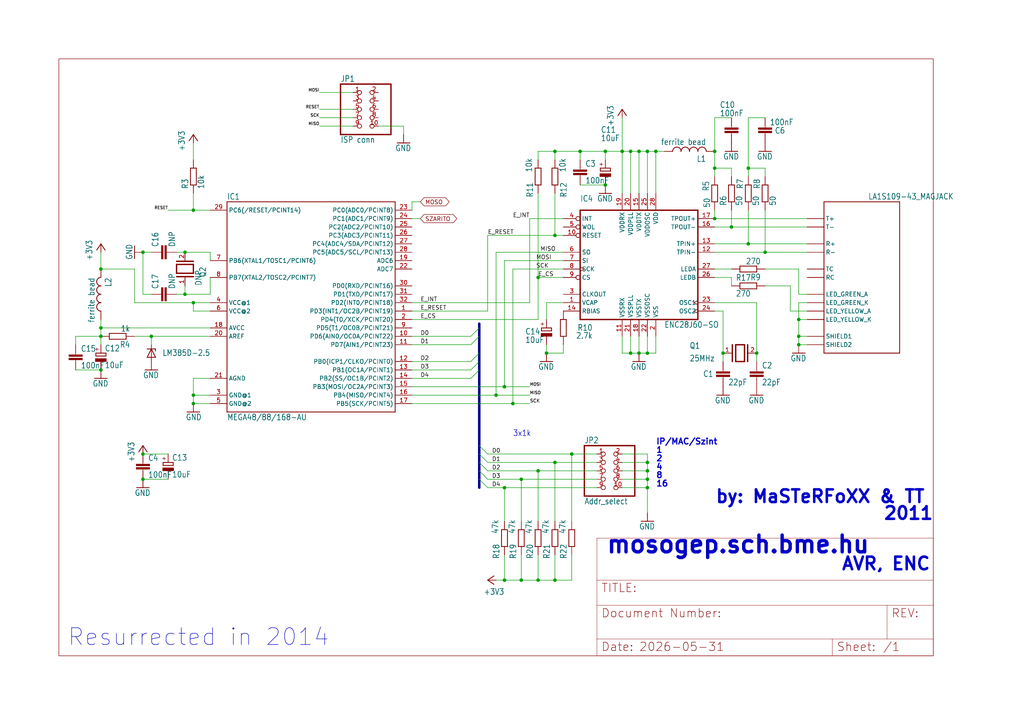
<source format=kicad_sch>
(kicad_sch
	(version 20231120)
	(generator "eeschema")
	(generator_version "8.0")
	(uuid "de4f58e8-9471-4a84-adf0-7c6f867b2d6f")
	(paper "User" 309.347 218.491)
	(lib_symbols
		(symbol "mosogep_-eagle-import:+3V3"
			(power)
			(exclude_from_sim no)
			(in_bom yes)
			(on_board yes)
			(property "Reference" "#+3V3"
				(at 0 0 0)
				(effects
					(font
						(size 1.27 1.27)
					)
					(hide yes)
				)
			)
			(property "Value" ""
				(at -2.54 -5.08 90)
				(effects
					(font
						(size 1.778 1.5113)
					)
					(justify left bottom)
				)
			)
			(property "Footprint" ""
				(at 0 0 0)
				(effects
					(font
						(size 1.27 1.27)
					)
					(hide yes)
				)
			)
			(property "Datasheet" ""
				(at 0 0 0)
				(effects
					(font
						(size 1.27 1.27)
					)
					(hide yes)
				)
			)
			(property "Description" "SUPPLY SYMBOL"
				(at 0 0 0)
				(effects
					(font
						(size 1.27 1.27)
					)
					(hide yes)
				)
			)
			(property "ki_locked" ""
				(at 0 0 0)
				(effects
					(font
						(size 1.27 1.27)
					)
				)
			)
			(symbol "+3V3_1_0"
				(polyline
					(pts
						(xy 0 0) (xy -1.27 -1.905)
					)
					(stroke
						(width 0.254)
						(type solid)
					)
					(fill
						(type none)
					)
				)
				(polyline
					(pts
						(xy 1.27 -1.905) (xy 0 0)
					)
					(stroke
						(width 0.254)
						(type solid)
					)
					(fill
						(type none)
					)
				)
				(pin power_in line
					(at 0 -2.54 90)
					(length 2.54)
					(name "+3V3"
						(effects
							(font
								(size 0 0)
							)
						)
					)
					(number "1"
						(effects
							(font
								(size 0 0)
							)
						)
					)
				)
			)
		)
		(symbol "mosogep_-eagle-import:C-EUC1206K"
			(exclude_from_sim no)
			(in_bom yes)
			(on_board yes)
			(property "Reference" "C"
				(at 1.524 0.381 0)
				(effects
					(font
						(size 1.778 1.5113)
					)
					(justify left bottom)
				)
			)
			(property "Value" ""
				(at 1.524 -4.699 0)
				(effects
					(font
						(size 1.778 1.5113)
					)
					(justify left bottom)
				)
			)
			(property "Footprint" "mosogep_:C1206K"
				(at 0 0 0)
				(effects
					(font
						(size 1.27 1.27)
					)
					(hide yes)
				)
			)
			(property "Datasheet" ""
				(at 0 0 0)
				(effects
					(font
						(size 1.27 1.27)
					)
					(hide yes)
				)
			)
			(property "Description" "CAPACITOR, European symbol"
				(at 0 0 0)
				(effects
					(font
						(size 1.27 1.27)
					)
					(hide yes)
				)
			)
			(property "ki_locked" ""
				(at 0 0 0)
				(effects
					(font
						(size 1.27 1.27)
					)
				)
			)
			(symbol "C-EUC1206K_1_0"
				(rectangle
					(start -2.032 -2.032)
					(end 2.032 -1.524)
					(stroke
						(width 0)
						(type default)
					)
					(fill
						(type outline)
					)
				)
				(rectangle
					(start -2.032 -1.016)
					(end 2.032 -0.508)
					(stroke
						(width 0)
						(type default)
					)
					(fill
						(type outline)
					)
				)
				(polyline
					(pts
						(xy 0 -2.54) (xy 0 -2.032)
					)
					(stroke
						(width 0.1524)
						(type solid)
					)
					(fill
						(type none)
					)
				)
				(polyline
					(pts
						(xy 0 0) (xy 0 -0.508)
					)
					(stroke
						(width 0.1524)
						(type solid)
					)
					(fill
						(type none)
					)
				)
				(pin passive line
					(at 0 2.54 270)
					(length 2.54)
					(name "1"
						(effects
							(font
								(size 0 0)
							)
						)
					)
					(number "1"
						(effects
							(font
								(size 0 0)
							)
						)
					)
				)
				(pin passive line
					(at 0 -5.08 90)
					(length 2.54)
					(name "2"
						(effects
							(font
								(size 0 0)
							)
						)
					)
					(number "2"
						(effects
							(font
								(size 0 0)
							)
						)
					)
				)
			)
		)
		(symbol "mosogep_-eagle-import:CPOL-EUB/3528-21R"
			(exclude_from_sim no)
			(in_bom yes)
			(on_board yes)
			(property "Reference" "C"
				(at 1.143 0.4826 0)
				(effects
					(font
						(size 1.778 1.5113)
					)
					(justify left bottom)
				)
			)
			(property "Value" ""
				(at 1.143 -4.5974 0)
				(effects
					(font
						(size 1.778 1.5113)
					)
					(justify left bottom)
				)
			)
			(property "Footprint" "mosogep_:B_3528-21R"
				(at 0 0 0)
				(effects
					(font
						(size 1.27 1.27)
					)
					(hide yes)
				)
			)
			(property "Datasheet" ""
				(at 0 0 0)
				(effects
					(font
						(size 1.27 1.27)
					)
					(hide yes)
				)
			)
			(property "Description" "POLARIZED CAPACITOR, European symbol"
				(at 0 0 0)
				(effects
					(font
						(size 1.27 1.27)
					)
					(hide yes)
				)
			)
			(property "ki_locked" ""
				(at 0 0 0)
				(effects
					(font
						(size 1.27 1.27)
					)
				)
			)
			(symbol "CPOL-EUB/3528-21R_1_0"
				(rectangle
					(start -1.651 -2.54)
					(end 1.651 -1.651)
					(stroke
						(width 0)
						(type default)
					)
					(fill
						(type outline)
					)
				)
				(polyline
					(pts
						(xy -1.524 -0.889) (xy 1.524 -0.889)
					)
					(stroke
						(width 0.254)
						(type solid)
					)
					(fill
						(type none)
					)
				)
				(polyline
					(pts
						(xy -1.524 0) (xy -1.524 -0.889)
					)
					(stroke
						(width 0.254)
						(type solid)
					)
					(fill
						(type none)
					)
				)
				(polyline
					(pts
						(xy -1.524 0) (xy 1.524 0)
					)
					(stroke
						(width 0.254)
						(type solid)
					)
					(fill
						(type none)
					)
				)
				(polyline
					(pts
						(xy 1.524 -0.889) (xy 1.524 0)
					)
					(stroke
						(width 0.254)
						(type solid)
					)
					(fill
						(type none)
					)
				)
				(text "+"
					(at -0.5842 0.4064 900)
					(effects
						(font
							(size 1.27 1.0795)
						)
						(justify left bottom)
					)
				)
				(pin passive line
					(at 0 2.54 270)
					(length 2.54)
					(name "+"
						(effects
							(font
								(size 0 0)
							)
						)
					)
					(number "+"
						(effects
							(font
								(size 0 0)
							)
						)
					)
				)
				(pin passive line
					(at 0 -5.08 90)
					(length 2.54)
					(name "-"
						(effects
							(font
								(size 0 0)
							)
						)
					)
					(number "-"
						(effects
							(font
								(size 0 0)
							)
						)
					)
				)
			)
		)
		(symbol "mosogep_-eagle-import:DINA4_L"
			(exclude_from_sim no)
			(in_bom yes)
			(on_board yes)
			(property "Reference" "#FRAME"
				(at 0 0 0)
				(effects
					(font
						(size 1.27 1.27)
					)
					(hide yes)
				)
			)
			(property "Value" ""
				(at 0 0 0)
				(effects
					(font
						(size 1.27 1.27)
					)
					(hide yes)
				)
			)
			(property "Footprint" ""
				(at 0 0 0)
				(effects
					(font
						(size 1.27 1.27)
					)
					(hide yes)
				)
			)
			(property "Datasheet" ""
				(at 0 0 0)
				(effects
					(font
						(size 1.27 1.27)
					)
					(hide yes)
				)
			)
			(property "Description" "FRAME\n\nDIN A4, landscape with extra doc field"
				(at 0 0 0)
				(effects
					(font
						(size 1.27 1.27)
					)
					(hide yes)
				)
			)
			(property "ki_locked" ""
				(at 0 0 0)
				(effects
					(font
						(size 1.27 1.27)
					)
				)
			)
			(symbol "DINA4_L_1_0"
				(polyline
					(pts
						(xy 0 0) (xy 264.16 0) (xy 264.16 180.34) (xy 0 180.34) (xy 0 0)
					)
					(stroke
						(width 0)
						(type default)
					)
					(fill
						(type none)
					)
				)
			)
			(symbol "DINA4_L_2_0"
				(polyline
					(pts
						(xy 0 0) (xy 0 5.08)
					)
					(stroke
						(width 0.1016)
						(type solid)
					)
					(fill
						(type none)
					)
				)
				(polyline
					(pts
						(xy 0 0) (xy 71.12 0)
					)
					(stroke
						(width 0.1016)
						(type solid)
					)
					(fill
						(type none)
					)
				)
				(polyline
					(pts
						(xy 0 5.08) (xy 0 15.24)
					)
					(stroke
						(width 0.1016)
						(type solid)
					)
					(fill
						(type none)
					)
				)
				(polyline
					(pts
						(xy 0 5.08) (xy 71.12 5.08)
					)
					(stroke
						(width 0.1016)
						(type solid)
					)
					(fill
						(type none)
					)
				)
				(polyline
					(pts
						(xy 0 15.24) (xy 0 22.86)
					)
					(stroke
						(width 0.1016)
						(type solid)
					)
					(fill
						(type none)
					)
				)
				(polyline
					(pts
						(xy 0 22.86) (xy 0 35.56)
					)
					(stroke
						(width 0.1016)
						(type solid)
					)
					(fill
						(type none)
					)
				)
				(polyline
					(pts
						(xy 0 22.86) (xy 101.6 22.86)
					)
					(stroke
						(width 0.1016)
						(type solid)
					)
					(fill
						(type none)
					)
				)
				(polyline
					(pts
						(xy 71.12 0) (xy 101.6 0)
					)
					(stroke
						(width 0.1016)
						(type solid)
					)
					(fill
						(type none)
					)
				)
				(polyline
					(pts
						(xy 71.12 5.08) (xy 71.12 0)
					)
					(stroke
						(width 0.1016)
						(type solid)
					)
					(fill
						(type none)
					)
				)
				(polyline
					(pts
						(xy 71.12 5.08) (xy 87.63 5.08)
					)
					(stroke
						(width 0.1016)
						(type solid)
					)
					(fill
						(type none)
					)
				)
				(polyline
					(pts
						(xy 87.63 5.08) (xy 101.6 5.08)
					)
					(stroke
						(width 0.1016)
						(type solid)
					)
					(fill
						(type none)
					)
				)
				(polyline
					(pts
						(xy 87.63 15.24) (xy 0 15.24)
					)
					(stroke
						(width 0.1016)
						(type solid)
					)
					(fill
						(type none)
					)
				)
				(polyline
					(pts
						(xy 87.63 15.24) (xy 87.63 5.08)
					)
					(stroke
						(width 0.1016)
						(type solid)
					)
					(fill
						(type none)
					)
				)
				(polyline
					(pts
						(xy 101.6 5.08) (xy 101.6 0)
					)
					(stroke
						(width 0.1016)
						(type solid)
					)
					(fill
						(type none)
					)
				)
				(polyline
					(pts
						(xy 101.6 15.24) (xy 87.63 15.24)
					)
					(stroke
						(width 0.1016)
						(type solid)
					)
					(fill
						(type none)
					)
				)
				(polyline
					(pts
						(xy 101.6 15.24) (xy 101.6 5.08)
					)
					(stroke
						(width 0.1016)
						(type solid)
					)
					(fill
						(type none)
					)
				)
				(polyline
					(pts
						(xy 101.6 22.86) (xy 101.6 15.24)
					)
					(stroke
						(width 0.1016)
						(type solid)
					)
					(fill
						(type none)
					)
				)
				(polyline
					(pts
						(xy 101.6 35.56) (xy 0 35.56)
					)
					(stroke
						(width 0.1016)
						(type solid)
					)
					(fill
						(type none)
					)
				)
				(polyline
					(pts
						(xy 101.6 35.56) (xy 101.6 22.86)
					)
					(stroke
						(width 0.1016)
						(type solid)
					)
					(fill
						(type none)
					)
				)
				(text "${#}/${##}"
					(at 86.36 1.27 0)
					(effects
						(font
							(size 2.54 2.54)
						)
						(justify left bottom)
					)
				)
				(text "${CURRENT_DATE}"
					(at 12.7 1.27 0)
					(effects
						(font
							(size 2.54 2.54)
						)
						(justify left bottom)
					)
				)
				(text "${PROJECTNAME}"
					(at 17.78 19.05 0)
					(effects
						(font
							(size 2.54 2.54)
						)
						(justify left bottom)
					)
				)
				(text "Date:"
					(at 1.27 1.27 0)
					(effects
						(font
							(size 2.54 2.54)
						)
						(justify left bottom)
					)
				)
				(text "Document Number:"
					(at 1.27 11.43 0)
					(effects
						(font
							(size 2.54 2.54)
						)
						(justify left bottom)
					)
				)
				(text "REV:"
					(at 88.9 11.43 0)
					(effects
						(font
							(size 2.54 2.54)
						)
						(justify left bottom)
					)
				)
				(text "Sheet:"
					(at 72.39 1.27 0)
					(effects
						(font
							(size 2.54 2.54)
						)
						(justify left bottom)
					)
				)
				(text "TITLE:"
					(at 1.27 19.05 0)
					(effects
						(font
							(size 2.54 2.54)
						)
						(justify left bottom)
					)
				)
			)
		)
		(symbol "mosogep_-eagle-import:ENC28J60-SO"
			(exclude_from_sim no)
			(in_bom yes)
			(on_board yes)
			(property "Reference" "U"
				(at -20.32 22.86 0)
				(effects
					(font
						(size 1.778 1.5113)
					)
					(justify left bottom)
				)
			)
			(property "Value" ""
				(at 5.08 -15.24 0)
				(effects
					(font
						(size 1.778 1.5113)
					)
					(justify left bottom)
				)
			)
			(property "Footprint" "mosogep_:SO28W"
				(at 0 0 0)
				(effects
					(font
						(size 1.27 1.27)
					)
					(hide yes)
				)
			)
			(property "Datasheet" ""
				(at 0 0 0)
				(effects
					(font
						(size 1.27 1.27)
					)
					(hide yes)
				)
			)
			(property "Description" "Microchip 10Mbit Eth. contoller with SPI interface"
				(at 0 0 0)
				(effects
					(font
						(size 1.27 1.27)
					)
					(hide yes)
				)
			)
			(property "ki_locked" ""
				(at 0 0 0)
				(effects
					(font
						(size 1.27 1.27)
					)
				)
			)
			(symbol "ENC28J60-SO_1_0"
				(polyline
					(pts
						(xy -20.32 -12.7) (xy 15.24 -12.7)
					)
					(stroke
						(width 0.4064)
						(type solid)
					)
					(fill
						(type none)
					)
				)
				(polyline
					(pts
						(xy -20.32 20.32) (xy -20.32 -12.7)
					)
					(stroke
						(width 0.4064)
						(type solid)
					)
					(fill
						(type none)
					)
				)
				(polyline
					(pts
						(xy 15.24 -12.7) (xy 15.24 20.32)
					)
					(stroke
						(width 0.4064)
						(type solid)
					)
					(fill
						(type none)
					)
				)
				(polyline
					(pts
						(xy 15.24 20.32) (xy -20.32 20.32)
					)
					(stroke
						(width 0.4064)
						(type solid)
					)
					(fill
						(type none)
					)
				)
				(pin power_in line
					(at -25.4 -7.62 0)
					(length 5.08)
					(name "VCAP"
						(effects
							(font
								(size 1.27 1.27)
							)
						)
					)
					(number "1"
						(effects
							(font
								(size 1.27 1.27)
							)
						)
					)
				)
				(pin input inverted
					(at -25.4 12.7 0)
					(length 5.08)
					(name "RESET"
						(effects
							(font
								(size 1.27 1.27)
							)
						)
					)
					(number "10"
						(effects
							(font
								(size 1.27 1.27)
							)
						)
					)
				)
				(pin power_in line
					(at -7.62 -17.78 90)
					(length 5.08)
					(name "VSSRX"
						(effects
							(font
								(size 1.27 1.27)
							)
						)
					)
					(number "11"
						(effects
							(font
								(size 1.27 1.27)
							)
						)
					)
				)
				(pin input line
					(at 20.32 7.62 180)
					(length 5.08)
					(name "TPIN-"
						(effects
							(font
								(size 1.27 1.27)
							)
						)
					)
					(number "12"
						(effects
							(font
								(size 1.27 1.27)
							)
						)
					)
				)
				(pin input line
					(at 20.32 10.16 180)
					(length 5.08)
					(name "TPIN+"
						(effects
							(font
								(size 1.27 1.27)
							)
						)
					)
					(number "13"
						(effects
							(font
								(size 1.27 1.27)
							)
						)
					)
				)
				(pin passive line
					(at -25.4 -10.16 0)
					(length 5.08)
					(name "RBIAS"
						(effects
							(font
								(size 1.27 1.27)
							)
						)
					)
					(number "14"
						(effects
							(font
								(size 1.27 1.27)
							)
						)
					)
				)
				(pin power_in line
					(at -2.54 25.4 270)
					(length 5.08)
					(name "VDDTX"
						(effects
							(font
								(size 1.27 1.27)
							)
						)
					)
					(number "15"
						(effects
							(font
								(size 1.27 1.27)
							)
						)
					)
				)
				(pin output line
					(at 20.32 15.24 180)
					(length 5.08)
					(name "TPOUT-"
						(effects
							(font
								(size 1.27 1.27)
							)
						)
					)
					(number "16"
						(effects
							(font
								(size 1.27 1.27)
							)
						)
					)
				)
				(pin output line
					(at 20.32 17.78 180)
					(length 5.08)
					(name "TPOUT+"
						(effects
							(font
								(size 1.27 1.27)
							)
						)
					)
					(number "17"
						(effects
							(font
								(size 1.27 1.27)
							)
						)
					)
				)
				(pin power_in line
					(at -2.54 -17.78 90)
					(length 5.08)
					(name "VSSTX"
						(effects
							(font
								(size 1.27 1.27)
							)
						)
					)
					(number "18"
						(effects
							(font
								(size 1.27 1.27)
							)
						)
					)
				)
				(pin power_in line
					(at -7.62 25.4 270)
					(length 5.08)
					(name "VDDRX"
						(effects
							(font
								(size 1.27 1.27)
							)
						)
					)
					(number "19"
						(effects
							(font
								(size 1.27 1.27)
							)
						)
					)
				)
				(pin power_in line
					(at 2.54 -17.78 90)
					(length 5.08)
					(name "VSS"
						(effects
							(font
								(size 1.27 1.27)
							)
						)
					)
					(number "2"
						(effects
							(font
								(size 1.27 1.27)
							)
						)
					)
				)
				(pin power_in line
					(at -5.08 25.4 270)
					(length 5.08)
					(name "VDDPLL"
						(effects
							(font
								(size 1.27 1.27)
							)
						)
					)
					(number "20"
						(effects
							(font
								(size 1.27 1.27)
							)
						)
					)
				)
				(pin power_in line
					(at -5.08 -17.78 90)
					(length 5.08)
					(name "VSSPLL"
						(effects
							(font
								(size 1.27 1.27)
							)
						)
					)
					(number "21"
						(effects
							(font
								(size 1.27 1.27)
							)
						)
					)
				)
				(pin power_in line
					(at 0 -17.78 90)
					(length 5.08)
					(name "VSSOSC"
						(effects
							(font
								(size 1.27 1.27)
							)
						)
					)
					(number "22"
						(effects
							(font
								(size 1.27 1.27)
							)
						)
					)
				)
				(pin input clock
					(at 20.32 -7.62 180)
					(length 5.08)
					(name "OSC1"
						(effects
							(font
								(size 1.27 1.27)
							)
						)
					)
					(number "23"
						(effects
							(font
								(size 1.27 1.27)
							)
						)
					)
				)
				(pin output clock
					(at 20.32 -10.16 180)
					(length 5.08)
					(name "OSC2"
						(effects
							(font
								(size 1.27 1.27)
							)
						)
					)
					(number "24"
						(effects
							(font
								(size 1.27 1.27)
							)
						)
					)
				)
				(pin power_in line
					(at 0 25.4 270)
					(length 5.08)
					(name "VDDOSC"
						(effects
							(font
								(size 1.27 1.27)
							)
						)
					)
					(number "25"
						(effects
							(font
								(size 1.27 1.27)
							)
						)
					)
				)
				(pin output line
					(at 20.32 0 180)
					(length 5.08)
					(name "LEDB"
						(effects
							(font
								(size 1.27 1.27)
							)
						)
					)
					(number "26"
						(effects
							(font
								(size 1.27 1.27)
							)
						)
					)
				)
				(pin output line
					(at 20.32 2.54 180)
					(length 5.08)
					(name "LEDA"
						(effects
							(font
								(size 1.27 1.27)
							)
						)
					)
					(number "27"
						(effects
							(font
								(size 1.27 1.27)
							)
						)
					)
				)
				(pin power_in line
					(at 2.54 25.4 270)
					(length 5.08)
					(name "VDD"
						(effects
							(font
								(size 1.27 1.27)
							)
						)
					)
					(number "28"
						(effects
							(font
								(size 1.27 1.27)
							)
						)
					)
				)
				(pin output line
					(at -25.4 -5.08 0)
					(length 5.08)
					(name "CLKOUT"
						(effects
							(font
								(size 1.27 1.27)
							)
						)
					)
					(number "3"
						(effects
							(font
								(size 1.27 1.27)
							)
						)
					)
				)
				(pin output inverted
					(at -25.4 17.78 0)
					(length 5.08)
					(name "INT"
						(effects
							(font
								(size 1.27 1.27)
							)
						)
					)
					(number "4"
						(effects
							(font
								(size 1.27 1.27)
							)
						)
					)
				)
				(pin output inverted
					(at -25.4 15.24 0)
					(length 5.08)
					(name "WOL"
						(effects
							(font
								(size 1.27 1.27)
							)
						)
					)
					(number "5"
						(effects
							(font
								(size 1.27 1.27)
							)
						)
					)
				)
				(pin output line
					(at -25.4 7.62 0)
					(length 5.08)
					(name "SO"
						(effects
							(font
								(size 1.27 1.27)
							)
						)
					)
					(number "6"
						(effects
							(font
								(size 1.27 1.27)
							)
						)
					)
				)
				(pin input line
					(at -25.4 5.08 0)
					(length 5.08)
					(name "SI"
						(effects
							(font
								(size 1.27 1.27)
							)
						)
					)
					(number "7"
						(effects
							(font
								(size 1.27 1.27)
							)
						)
					)
				)
				(pin input clock
					(at -25.4 2.54 0)
					(length 5.08)
					(name "SCK"
						(effects
							(font
								(size 1.27 1.27)
							)
						)
					)
					(number "8"
						(effects
							(font
								(size 1.27 1.27)
							)
						)
					)
				)
				(pin input inverted
					(at -25.4 0 0)
					(length 5.08)
					(name "CS"
						(effects
							(font
								(size 1.27 1.27)
							)
						)
					)
					(number "9"
						(effects
							(font
								(size 1.27 1.27)
							)
						)
					)
				)
			)
		)
		(symbol "mosogep_-eagle-import:GND"
			(power)
			(exclude_from_sim no)
			(in_bom yes)
			(on_board yes)
			(property "Reference" "#GND"
				(at 0 0 0)
				(effects
					(font
						(size 1.27 1.27)
					)
					(hide yes)
				)
			)
			(property "Value" ""
				(at -2.54 -2.54 0)
				(effects
					(font
						(size 1.778 1.5113)
					)
					(justify left bottom)
				)
			)
			(property "Footprint" ""
				(at 0 0 0)
				(effects
					(font
						(size 1.27 1.27)
					)
					(hide yes)
				)
			)
			(property "Datasheet" ""
				(at 0 0 0)
				(effects
					(font
						(size 1.27 1.27)
					)
					(hide yes)
				)
			)
			(property "Description" "SUPPLY SYMBOL"
				(at 0 0 0)
				(effects
					(font
						(size 1.27 1.27)
					)
					(hide yes)
				)
			)
			(property "ki_locked" ""
				(at 0 0 0)
				(effects
					(font
						(size 1.27 1.27)
					)
				)
			)
			(symbol "GND_1_0"
				(polyline
					(pts
						(xy -1.905 0) (xy 1.905 0)
					)
					(stroke
						(width 0.254)
						(type solid)
					)
					(fill
						(type none)
					)
				)
				(pin power_in line
					(at 0 2.54 270)
					(length 2.54)
					(name "GND"
						(effects
							(font
								(size 0 0)
							)
						)
					)
					(number "1"
						(effects
							(font
								(size 0 0)
							)
						)
					)
				)
			)
		)
		(symbol "mosogep_-eagle-import:L-USL3225M"
			(exclude_from_sim no)
			(in_bom yes)
			(on_board yes)
			(property "Reference" "L"
				(at -1.27 -5.08 90)
				(effects
					(font
						(size 1.778 1.5113)
					)
					(justify left bottom)
				)
			)
			(property "Value" ""
				(at 3.81 -5.08 90)
				(effects
					(font
						(size 1.778 1.5113)
					)
					(justify left bottom)
				)
			)
			(property "Footprint" "mosogep_:L3225M"
				(at 0 0 0)
				(effects
					(font
						(size 1.27 1.27)
					)
					(hide yes)
				)
			)
			(property "Datasheet" ""
				(at 0 0 0)
				(effects
					(font
						(size 1.27 1.27)
					)
					(hide yes)
				)
			)
			(property "Description" "INDUCTOR, American symbol"
				(at 0 0 0)
				(effects
					(font
						(size 1.27 1.27)
					)
					(hide yes)
				)
			)
			(property "ki_locked" ""
				(at 0 0 0)
				(effects
					(font
						(size 1.27 1.27)
					)
				)
			)
			(symbol "L-USL3225M_1_0"
				(arc
					(start 0 -5.08)
					(mid 0.898 -4.708)
					(end 1.27 -3.81)
					(stroke
						(width 0.254)
						(type solid)
					)
					(fill
						(type none)
					)
				)
				(arc
					(start 0 -2.54)
					(mid 0.898 -2.168)
					(end 1.27 -1.27)
					(stroke
						(width 0.254)
						(type solid)
					)
					(fill
						(type none)
					)
				)
				(arc
					(start 0 0)
					(mid 0.898 0.372)
					(end 1.27 1.27)
					(stroke
						(width 0.254)
						(type solid)
					)
					(fill
						(type none)
					)
				)
				(arc
					(start 0 2.54)
					(mid 0.898 2.912)
					(end 1.27 3.81)
					(stroke
						(width 0.254)
						(type solid)
					)
					(fill
						(type none)
					)
				)
				(arc
					(start 1.27 -3.81)
					(mid 0.898 -2.912)
					(end 0 -2.54)
					(stroke
						(width 0.254)
						(type solid)
					)
					(fill
						(type none)
					)
				)
				(arc
					(start 1.27 -1.27)
					(mid 0.898 -0.372)
					(end 0 0)
					(stroke
						(width 0.254)
						(type solid)
					)
					(fill
						(type none)
					)
				)
				(arc
					(start 1.27 1.27)
					(mid 0.898 2.168)
					(end 0 2.54)
					(stroke
						(width 0.254)
						(type solid)
					)
					(fill
						(type none)
					)
				)
				(arc
					(start 1.27 3.81)
					(mid 0.898 4.708)
					(end 0 5.08)
					(stroke
						(width 0.254)
						(type solid)
					)
					(fill
						(type none)
					)
				)
				(pin passive line
					(at 0 7.62 270)
					(length 2.54)
					(name "1"
						(effects
							(font
								(size 0 0)
							)
						)
					)
					(number "1"
						(effects
							(font
								(size 0 0)
							)
						)
					)
				)
				(pin passive line
					(at 0 -7.62 90)
					(length 2.54)
					(name "2"
						(effects
							(font
								(size 0 0)
							)
						)
					)
					(number "2"
						(effects
							(font
								(size 0 0)
							)
						)
					)
				)
			)
		)
		(symbol "mosogep_-eagle-import:LA1S109-43_MAGJACK"
			(exclude_from_sim no)
			(in_bom yes)
			(on_board yes)
			(property "Reference" ""
				(at -12.7 18.415 0)
				(effects
					(font
						(size 1.778 1.5113)
					)
					(justify left bottom)
					(hide yes)
				)
			)
			(property "Value" ""
				(at 0.635 18.415 0)
				(effects
					(font
						(size 1.778 1.5113)
					)
					(justify left bottom)
				)
			)
			(property "Footprint" "mosogep_:LA1S109_MAGJACK"
				(at 0 0 0)
				(effects
					(font
						(size 1.27 1.27)
					)
					(hide yes)
				)
			)
			(property "Datasheet" ""
				(at 0 0 0)
				(effects
					(font
						(size 1.27 1.27)
					)
					(hide yes)
				)
			)
			(property "Description" ""
				(at 0 0 0)
				(effects
					(font
						(size 1.27 1.27)
					)
					(hide yes)
				)
			)
			(property "ki_locked" ""
				(at 0 0 0)
				(effects
					(font
						(size 1.27 1.27)
					)
				)
			)
			(symbol "LA1S109-43_MAGJACK_1_0"
				(polyline
					(pts
						(xy -12.7 -27.94) (xy -12.7 17.78)
					)
					(stroke
						(width 0.254)
						(type solid)
					)
					(fill
						(type none)
					)
				)
				(polyline
					(pts
						(xy -12.7 17.78) (xy 10.16 17.78)
					)
					(stroke
						(width 0.254)
						(type solid)
					)
					(fill
						(type none)
					)
				)
				(polyline
					(pts
						(xy 10.16 -27.94) (xy -12.7 -27.94)
					)
					(stroke
						(width 0.254)
						(type solid)
					)
					(fill
						(type none)
					)
				)
				(polyline
					(pts
						(xy 10.16 17.78) (xy 10.16 -27.94)
					)
					(stroke
						(width 0.254)
						(type solid)
					)
					(fill
						(type none)
					)
				)
				(pin bidirectional line
					(at -17.78 -10.16 0)
					(length 5.08)
					(name "LED_GREEN_A"
						(effects
							(font
								(size 1.27 1.27)
							)
						)
					)
					(number "GREEN+"
						(effects
							(font
								(size 0 0)
							)
						)
					)
				)
				(pin bidirectional line
					(at -17.78 -12.7 0)
					(length 5.08)
					(name "LED_GREEN_K"
						(effects
							(font
								(size 1.27 1.27)
							)
						)
					)
					(number "GREEN-"
						(effects
							(font
								(size 0 0)
							)
						)
					)
				)
				(pin bidirectional line
					(at -17.78 12.7 0)
					(length 5.08)
					(name "T+"
						(effects
							(font
								(size 1.27 1.27)
							)
						)
					)
					(number "P$1"
						(effects
							(font
								(size 0 0)
							)
						)
					)
				)
				(pin bidirectional line
					(at -17.78 10.16 0)
					(length 5.08)
					(name "T-"
						(effects
							(font
								(size 1.27 1.27)
							)
						)
					)
					(number "P$2"
						(effects
							(font
								(size 0 0)
							)
						)
					)
				)
				(pin bidirectional line
					(at -17.78 5.08 0)
					(length 5.08)
					(name "R+"
						(effects
							(font
								(size 1.27 1.27)
							)
						)
					)
					(number "P$3"
						(effects
							(font
								(size 0 0)
							)
						)
					)
				)
				(pin bidirectional line
					(at -17.78 2.54 0)
					(length 5.08)
					(name "R-"
						(effects
							(font
								(size 1.27 1.27)
							)
						)
					)
					(number "P$4"
						(effects
							(font
								(size 0 0)
							)
						)
					)
				)
				(pin bidirectional line
					(at -17.78 -5.08 0)
					(length 5.08)
					(name "RC"
						(effects
							(font
								(size 1.27 1.27)
							)
						)
					)
					(number "P$5"
						(effects
							(font
								(size 0 0)
							)
						)
					)
				)
				(pin bidirectional line
					(at -17.78 -2.54 0)
					(length 5.08)
					(name "TC"
						(effects
							(font
								(size 1.27 1.27)
							)
						)
					)
					(number "P$6"
						(effects
							(font
								(size 0 0)
							)
						)
					)
				)
				(pin bidirectional line
					(at -17.78 -22.86 0)
					(length 5.08)
					(name "SHIELD1"
						(effects
							(font
								(size 1.27 1.27)
							)
						)
					)
					(number "SHIELD"
						(effects
							(font
								(size 0 0)
							)
						)
					)
				)
				(pin bidirectional line
					(at -17.78 -25.4 0)
					(length 5.08)
					(name "SHIELD2"
						(effects
							(font
								(size 1.27 1.27)
							)
						)
					)
					(number "SHIELD2"
						(effects
							(font
								(size 0 0)
							)
						)
					)
				)
				(pin bidirectional line
					(at -17.78 -15.24 0)
					(length 5.08)
					(name "LED_YELLOW_A"
						(effects
							(font
								(size 1.27 1.27)
							)
						)
					)
					(number "YELLO+"
						(effects
							(font
								(size 0 0)
							)
						)
					)
				)
				(pin bidirectional line
					(at -17.78 -17.78 0)
					(length 5.08)
					(name "LED_YELLOW_K"
						(effects
							(font
								(size 1.27 1.27)
							)
						)
					)
					(number "YELLOW-"
						(effects
							(font
								(size 0 0)
							)
						)
					)
				)
			)
		)
		(symbol "mosogep_-eagle-import:LM385D-2.5"
			(exclude_from_sim no)
			(in_bom yes)
			(on_board yes)
			(property "Reference" ""
				(at -1.778 1.905 0)
				(effects
					(font
						(size 1.778 1.5113)
					)
					(justify left bottom)
					(hide yes)
				)
			)
			(property "Value" ""
				(at -1.778 -3.429 0)
				(effects
					(font
						(size 1.778 1.5113)
					)
					(justify left bottom)
				)
			)
			(property "Footprint" "mosogep_:SO08"
				(at 0 0 0)
				(effects
					(font
						(size 1.27 1.27)
					)
					(hide yes)
				)
			)
			(property "Datasheet" ""
				(at 0 0 0)
				(effects
					(font
						(size 1.27 1.27)
					)
					(hide yes)
				)
			)
			(property "Description" ""
				(at 0 0 0)
				(effects
					(font
						(size 1.27 1.27)
					)
					(hide yes)
				)
			)
			(property "ki_locked" ""
				(at 0 0 0)
				(effects
					(font
						(size 1.27 1.27)
					)
				)
			)
			(symbol "LM385D-2.5_1_0"
				(polyline
					(pts
						(xy -1.27 -1.27) (xy 1.27 0)
					)
					(stroke
						(width 0.254)
						(type solid)
					)
					(fill
						(type none)
					)
				)
				(polyline
					(pts
						(xy -1.27 1.27) (xy -1.27 -1.27)
					)
					(stroke
						(width 0.254)
						(type solid)
					)
					(fill
						(type none)
					)
				)
				(polyline
					(pts
						(xy 1.27 -1.27) (xy 0.635 -1.27)
					)
					(stroke
						(width 0.254)
						(type solid)
					)
					(fill
						(type none)
					)
				)
				(polyline
					(pts
						(xy 1.27 0) (xy -1.27 1.27)
					)
					(stroke
						(width 0.254)
						(type solid)
					)
					(fill
						(type none)
					)
				)
				(polyline
					(pts
						(xy 1.27 0) (xy 1.27 -1.27)
					)
					(stroke
						(width 0.254)
						(type solid)
					)
					(fill
						(type none)
					)
				)
				(polyline
					(pts
						(xy 1.27 1.27) (xy 1.27 0)
					)
					(stroke
						(width 0.254)
						(type solid)
					)
					(fill
						(type none)
					)
				)
				(pin passive line
					(at -2.54 0 0)
					(length 2.54)
					(name "A"
						(effects
							(font
								(size 0 0)
							)
						)
					)
					(number "4"
						(effects
							(font
								(size 0 0)
							)
						)
					)
				)
				(pin passive line
					(at 2.54 0 180)
					(length 2.54)
					(name "C"
						(effects
							(font
								(size 0 0)
							)
						)
					)
					(number "8"
						(effects
							(font
								(size 0 0)
							)
						)
					)
				)
			)
		)
		(symbol "mosogep_-eagle-import:MEGA48/88/168-AU"
			(exclude_from_sim no)
			(in_bom yes)
			(on_board yes)
			(property "Reference" "IC"
				(at -25.4 33.02 0)
				(effects
					(font
						(size 1.778 1.5113)
					)
					(justify left top)
				)
			)
			(property "Value" ""
				(at -25.4 -35.56 0)
				(effects
					(font
						(size 1.778 1.5113)
					)
					(justify left bottom)
				)
			)
			(property "Footprint" "mosogep_:TQFP32-08"
				(at 0 0 0)
				(effects
					(font
						(size 1.27 1.27)
					)
					(hide yes)
				)
			)
			(property "Datasheet" ""
				(at 0 0 0)
				(effects
					(font
						(size 1.27 1.27)
					)
					(hide yes)
				)
			)
			(property "Description" ""
				(at 0 0 0)
				(effects
					(font
						(size 1.27 1.27)
					)
					(hide yes)
				)
			)
			(property "ki_locked" ""
				(at 0 0 0)
				(effects
					(font
						(size 1.27 1.27)
					)
				)
			)
			(symbol "MEGA48/88/168-AU_1_0"
				(polyline
					(pts
						(xy -25.4 -33.02) (xy -25.4 30.48)
					)
					(stroke
						(width 0.254)
						(type solid)
					)
					(fill
						(type none)
					)
				)
				(polyline
					(pts
						(xy -25.4 30.48) (xy 25.4 30.48)
					)
					(stroke
						(width 0.254)
						(type solid)
					)
					(fill
						(type none)
					)
				)
				(polyline
					(pts
						(xy 25.4 -33.02) (xy -25.4 -33.02)
					)
					(stroke
						(width 0.254)
						(type solid)
					)
					(fill
						(type none)
					)
				)
				(polyline
					(pts
						(xy 25.4 30.48) (xy 25.4 -33.02)
					)
					(stroke
						(width 0.254)
						(type solid)
					)
					(fill
						(type none)
					)
				)
				(pin bidirectional line
					(at 30.48 -2.54 180)
					(length 5.08)
					(name "PD3(INT1/OC2B/PCINT19)"
						(effects
							(font
								(size 1.27 1.27)
							)
						)
					)
					(number "1"
						(effects
							(font
								(size 1.27 1.27)
							)
						)
					)
				)
				(pin bidirectional line
					(at 30.48 -10.16 180)
					(length 5.08)
					(name "PD6(AIN0/OC0A/PCINT22)"
						(effects
							(font
								(size 1.27 1.27)
							)
						)
					)
					(number "10"
						(effects
							(font
								(size 1.27 1.27)
							)
						)
					)
				)
				(pin bidirectional line
					(at 30.48 -12.7 180)
					(length 5.08)
					(name "PD7(AIN1/PCINT23)"
						(effects
							(font
								(size 1.27 1.27)
							)
						)
					)
					(number "11"
						(effects
							(font
								(size 1.27 1.27)
							)
						)
					)
				)
				(pin bidirectional line
					(at 30.48 -17.78 180)
					(length 5.08)
					(name "PB0(ICP1/CLKO/PCINT0)"
						(effects
							(font
								(size 1.27 1.27)
							)
						)
					)
					(number "12"
						(effects
							(font
								(size 1.27 1.27)
							)
						)
					)
				)
				(pin bidirectional line
					(at 30.48 -20.32 180)
					(length 5.08)
					(name "PB1(OC1A/PCINT1)"
						(effects
							(font
								(size 1.27 1.27)
							)
						)
					)
					(number "13"
						(effects
							(font
								(size 1.27 1.27)
							)
						)
					)
				)
				(pin bidirectional line
					(at 30.48 -22.86 180)
					(length 5.08)
					(name "PB2(SS/OC1B/PCINT2)"
						(effects
							(font
								(size 1.27 1.27)
							)
						)
					)
					(number "14"
						(effects
							(font
								(size 1.27 1.27)
							)
						)
					)
				)
				(pin bidirectional line
					(at 30.48 -25.4 180)
					(length 5.08)
					(name "PB3(MOSI/OC2A/PCINT3)"
						(effects
							(font
								(size 1.27 1.27)
							)
						)
					)
					(number "15"
						(effects
							(font
								(size 1.27 1.27)
							)
						)
					)
				)
				(pin bidirectional line
					(at 30.48 -27.94 180)
					(length 5.08)
					(name "PB4(MISO/PCINT4)"
						(effects
							(font
								(size 1.27 1.27)
							)
						)
					)
					(number "16"
						(effects
							(font
								(size 1.27 1.27)
							)
						)
					)
				)
				(pin bidirectional line
					(at 30.48 -30.48 180)
					(length 5.08)
					(name "PB5(SCK/PCINT5)"
						(effects
							(font
								(size 1.27 1.27)
							)
						)
					)
					(number "17"
						(effects
							(font
								(size 1.27 1.27)
							)
						)
					)
				)
				(pin passive line
					(at -30.48 -7.62 0)
					(length 5.08)
					(name "AVCC"
						(effects
							(font
								(size 1.27 1.27)
							)
						)
					)
					(number "18"
						(effects
							(font
								(size 1.27 1.27)
							)
						)
					)
				)
				(pin passive line
					(at 30.48 12.7 180)
					(length 5.08)
					(name "ADC6"
						(effects
							(font
								(size 1.27 1.27)
							)
						)
					)
					(number "19"
						(effects
							(font
								(size 1.27 1.27)
							)
						)
					)
				)
				(pin bidirectional line
					(at 30.48 -5.08 180)
					(length 5.08)
					(name "PD4(T0/XCK/PCINT20)"
						(effects
							(font
								(size 1.27 1.27)
							)
						)
					)
					(number "2"
						(effects
							(font
								(size 1.27 1.27)
							)
						)
					)
				)
				(pin passive line
					(at -30.48 -10.16 0)
					(length 5.08)
					(name "AREF"
						(effects
							(font
								(size 1.27 1.27)
							)
						)
					)
					(number "20"
						(effects
							(font
								(size 1.27 1.27)
							)
						)
					)
				)
				(pin power_in line
					(at -30.48 -22.86 0)
					(length 5.08)
					(name "AGND"
						(effects
							(font
								(size 1.27 1.27)
							)
						)
					)
					(number "21"
						(effects
							(font
								(size 1.27 1.27)
							)
						)
					)
				)
				(pin passive line
					(at 30.48 10.16 180)
					(length 5.08)
					(name "ADC7"
						(effects
							(font
								(size 1.27 1.27)
							)
						)
					)
					(number "22"
						(effects
							(font
								(size 1.27 1.27)
							)
						)
					)
				)
				(pin bidirectional line
					(at 30.48 27.94 180)
					(length 5.08)
					(name "PC0(ADC0/PCINT8)"
						(effects
							(font
								(size 1.27 1.27)
							)
						)
					)
					(number "23"
						(effects
							(font
								(size 1.27 1.27)
							)
						)
					)
				)
				(pin bidirectional line
					(at 30.48 25.4 180)
					(length 5.08)
					(name "PC1(ADC1/PCINT9)"
						(effects
							(font
								(size 1.27 1.27)
							)
						)
					)
					(number "24"
						(effects
							(font
								(size 1.27 1.27)
							)
						)
					)
				)
				(pin bidirectional line
					(at 30.48 22.86 180)
					(length 5.08)
					(name "PC2(ADC2/PCINT10)"
						(effects
							(font
								(size 1.27 1.27)
							)
						)
					)
					(number "25"
						(effects
							(font
								(size 1.27 1.27)
							)
						)
					)
				)
				(pin bidirectional line
					(at 30.48 20.32 180)
					(length 5.08)
					(name "PC3(ADC3/PCINT11)"
						(effects
							(font
								(size 1.27 1.27)
							)
						)
					)
					(number "26"
						(effects
							(font
								(size 1.27 1.27)
							)
						)
					)
				)
				(pin bidirectional line
					(at 30.48 17.78 180)
					(length 5.08)
					(name "PC4(ADC4/SDA/PCINT12)"
						(effects
							(font
								(size 1.27 1.27)
							)
						)
					)
					(number "27"
						(effects
							(font
								(size 1.27 1.27)
							)
						)
					)
				)
				(pin bidirectional line
					(at 30.48 15.24 180)
					(length 5.08)
					(name "PC5(ADC5/SCL/PCINT13)"
						(effects
							(font
								(size 1.27 1.27)
							)
						)
					)
					(number "28"
						(effects
							(font
								(size 1.27 1.27)
							)
						)
					)
				)
				(pin bidirectional line
					(at -30.48 27.94 0)
					(length 5.08)
					(name "PC6(/RESET/PCINT14)"
						(effects
							(font
								(size 1.27 1.27)
							)
						)
					)
					(number "29"
						(effects
							(font
								(size 1.27 1.27)
							)
						)
					)
				)
				(pin power_in line
					(at -30.48 -27.94 0)
					(length 5.08)
					(name "GND@1"
						(effects
							(font
								(size 1.27 1.27)
							)
						)
					)
					(number "3"
						(effects
							(font
								(size 1.27 1.27)
							)
						)
					)
				)
				(pin bidirectional line
					(at 30.48 5.08 180)
					(length 5.08)
					(name "PD0(RXD/PCINT16)"
						(effects
							(font
								(size 1.27 1.27)
							)
						)
					)
					(number "30"
						(effects
							(font
								(size 1.27 1.27)
							)
						)
					)
				)
				(pin bidirectional line
					(at 30.48 2.54 180)
					(length 5.08)
					(name "PD1(TXD/PCINT17)"
						(effects
							(font
								(size 1.27 1.27)
							)
						)
					)
					(number "31"
						(effects
							(font
								(size 1.27 1.27)
							)
						)
					)
				)
				(pin bidirectional line
					(at 30.48 0 180)
					(length 5.08)
					(name "PD2(INT0/PCINT18)"
						(effects
							(font
								(size 1.27 1.27)
							)
						)
					)
					(number "32"
						(effects
							(font
								(size 1.27 1.27)
							)
						)
					)
				)
				(pin power_in line
					(at -30.48 0 0)
					(length 5.08)
					(name "VCC@1"
						(effects
							(font
								(size 1.27 1.27)
							)
						)
					)
					(number "4"
						(effects
							(font
								(size 1.27 1.27)
							)
						)
					)
				)
				(pin power_in line
					(at -30.48 -30.48 0)
					(length 5.08)
					(name "GND@2"
						(effects
							(font
								(size 1.27 1.27)
							)
						)
					)
					(number "5"
						(effects
							(font
								(size 1.27 1.27)
							)
						)
					)
				)
				(pin power_in line
					(at -30.48 -2.54 0)
					(length 5.08)
					(name "VCC@2"
						(effects
							(font
								(size 1.27 1.27)
							)
						)
					)
					(number "6"
						(effects
							(font
								(size 1.27 1.27)
							)
						)
					)
				)
				(pin bidirectional line
					(at -30.48 12.7 0)
					(length 5.08)
					(name "PB6(XTAL1/TOSC1/PCINT6)"
						(effects
							(font
								(size 1.27 1.27)
							)
						)
					)
					(number "7"
						(effects
							(font
								(size 1.27 1.27)
							)
						)
					)
				)
				(pin bidirectional line
					(at -30.48 7.62 0)
					(length 5.08)
					(name "PB7(XTAL2/TOSC2/PCINT7)"
						(effects
							(font
								(size 1.27 1.27)
							)
						)
					)
					(number "8"
						(effects
							(font
								(size 1.27 1.27)
							)
						)
					)
				)
				(pin bidirectional line
					(at 30.48 -7.62 180)
					(length 5.08)
					(name "PD5(T1/OC0B/PCINT21)"
						(effects
							(font
								(size 1.27 1.27)
							)
						)
					)
					(number "9"
						(effects
							(font
								(size 1.27 1.27)
							)
						)
					)
				)
			)
		)
		(symbol "mosogep_-eagle-import:PINHD-2X5"
			(exclude_from_sim no)
			(in_bom yes)
			(on_board yes)
			(property "Reference" "JP"
				(at -6.35 8.255 0)
				(effects
					(font
						(size 1.778 1.5113)
					)
					(justify left bottom)
				)
			)
			(property "Value" ""
				(at -6.35 -10.16 0)
				(effects
					(font
						(size 1.778 1.5113)
					)
					(justify left bottom)
				)
			)
			(property "Footprint" "mosogep_:2X05"
				(at 0 0 0)
				(effects
					(font
						(size 1.27 1.27)
					)
					(hide yes)
				)
			)
			(property "Datasheet" ""
				(at 0 0 0)
				(effects
					(font
						(size 1.27 1.27)
					)
					(hide yes)
				)
			)
			(property "Description" "PIN HEADER"
				(at 0 0 0)
				(effects
					(font
						(size 1.27 1.27)
					)
					(hide yes)
				)
			)
			(property "ki_locked" ""
				(at 0 0 0)
				(effects
					(font
						(size 1.27 1.27)
					)
				)
			)
			(symbol "PINHD-2X5_1_0"
				(polyline
					(pts
						(xy -6.35 -7.62) (xy 8.89 -7.62)
					)
					(stroke
						(width 0.4064)
						(type solid)
					)
					(fill
						(type none)
					)
				)
				(polyline
					(pts
						(xy -6.35 7.62) (xy -6.35 -7.62)
					)
					(stroke
						(width 0.4064)
						(type solid)
					)
					(fill
						(type none)
					)
				)
				(polyline
					(pts
						(xy 8.89 -7.62) (xy 8.89 7.62)
					)
					(stroke
						(width 0.4064)
						(type solid)
					)
					(fill
						(type none)
					)
				)
				(polyline
					(pts
						(xy 8.89 7.62) (xy -6.35 7.62)
					)
					(stroke
						(width 0.4064)
						(type solid)
					)
					(fill
						(type none)
					)
				)
				(pin passive inverted
					(at -2.54 5.08 0)
					(length 2.54)
					(name "1"
						(effects
							(font
								(size 0 0)
							)
						)
					)
					(number "1"
						(effects
							(font
								(size 1.27 1.27)
							)
						)
					)
				)
				(pin passive inverted
					(at 5.08 -5.08 180)
					(length 2.54)
					(name "10"
						(effects
							(font
								(size 0 0)
							)
						)
					)
					(number "10"
						(effects
							(font
								(size 1.27 1.27)
							)
						)
					)
				)
				(pin passive inverted
					(at 5.08 5.08 180)
					(length 2.54)
					(name "2"
						(effects
							(font
								(size 0 0)
							)
						)
					)
					(number "2"
						(effects
							(font
								(size 1.27 1.27)
							)
						)
					)
				)
				(pin passive inverted
					(at -2.54 2.54 0)
					(length 2.54)
					(name "3"
						(effects
							(font
								(size 0 0)
							)
						)
					)
					(number "3"
						(effects
							(font
								(size 1.27 1.27)
							)
						)
					)
				)
				(pin passive inverted
					(at 5.08 2.54 180)
					(length 2.54)
					(name "4"
						(effects
							(font
								(size 0 0)
							)
						)
					)
					(number "4"
						(effects
							(font
								(size 1.27 1.27)
							)
						)
					)
				)
				(pin passive inverted
					(at -2.54 0 0)
					(length 2.54)
					(name "5"
						(effects
							(font
								(size 0 0)
							)
						)
					)
					(number "5"
						(effects
							(font
								(size 1.27 1.27)
							)
						)
					)
				)
				(pin passive inverted
					(at 5.08 0 180)
					(length 2.54)
					(name "6"
						(effects
							(font
								(size 0 0)
							)
						)
					)
					(number "6"
						(effects
							(font
								(size 1.27 1.27)
							)
						)
					)
				)
				(pin passive inverted
					(at -2.54 -2.54 0)
					(length 2.54)
					(name "7"
						(effects
							(font
								(size 0 0)
							)
						)
					)
					(number "7"
						(effects
							(font
								(size 1.27 1.27)
							)
						)
					)
				)
				(pin passive inverted
					(at 5.08 -2.54 180)
					(length 2.54)
					(name "8"
						(effects
							(font
								(size 0 0)
							)
						)
					)
					(number "8"
						(effects
							(font
								(size 1.27 1.27)
							)
						)
					)
				)
				(pin passive inverted
					(at -2.54 -5.08 0)
					(length 2.54)
					(name "9"
						(effects
							(font
								(size 0 0)
							)
						)
					)
					(number "9"
						(effects
							(font
								(size 1.27 1.27)
							)
						)
					)
				)
			)
		)
		(symbol "mosogep_-eagle-import:R-EU_M1206"
			(exclude_from_sim no)
			(in_bom yes)
			(on_board yes)
			(property "Reference" "R"
				(at -3.81 1.4986 0)
				(effects
					(font
						(size 1.778 1.5113)
					)
					(justify left bottom)
				)
			)
			(property "Value" ""
				(at -3.81 -3.302 0)
				(effects
					(font
						(size 1.778 1.5113)
					)
					(justify left bottom)
				)
			)
			(property "Footprint" "mosogep_:M1206"
				(at 0 0 0)
				(effects
					(font
						(size 1.27 1.27)
					)
					(hide yes)
				)
			)
			(property "Datasheet" ""
				(at 0 0 0)
				(effects
					(font
						(size 1.27 1.27)
					)
					(hide yes)
				)
			)
			(property "Description" "RESISTOR, European symbol"
				(at 0 0 0)
				(effects
					(font
						(size 1.27 1.27)
					)
					(hide yes)
				)
			)
			(property "ki_locked" ""
				(at 0 0 0)
				(effects
					(font
						(size 1.27 1.27)
					)
				)
			)
			(symbol "R-EU_M1206_1_0"
				(polyline
					(pts
						(xy -2.54 -0.889) (xy -2.54 0.889)
					)
					(stroke
						(width 0.254)
						(type solid)
					)
					(fill
						(type none)
					)
				)
				(polyline
					(pts
						(xy -2.54 -0.889) (xy 2.54 -0.889)
					)
					(stroke
						(width 0.254)
						(type solid)
					)
					(fill
						(type none)
					)
				)
				(polyline
					(pts
						(xy 2.54 -0.889) (xy 2.54 0.889)
					)
					(stroke
						(width 0.254)
						(type solid)
					)
					(fill
						(type none)
					)
				)
				(polyline
					(pts
						(xy 2.54 0.889) (xy -2.54 0.889)
					)
					(stroke
						(width 0.254)
						(type solid)
					)
					(fill
						(type none)
					)
				)
				(pin passive line
					(at -5.08 0 0)
					(length 2.54)
					(name "1"
						(effects
							(font
								(size 0 0)
							)
						)
					)
					(number "1"
						(effects
							(font
								(size 0 0)
							)
						)
					)
				)
				(pin passive line
					(at 5.08 0 180)
					(length 2.54)
					(name "2"
						(effects
							(font
								(size 0 0)
							)
						)
					)
					(number "2"
						(effects
							(font
								(size 0 0)
							)
						)
					)
				)
			)
		)
		(symbol "mosogep_-eagle-import:XTAL/S"
			(exclude_from_sim no)
			(in_bom yes)
			(on_board yes)
			(property "Reference" "Q"
				(at -5.08 3.81 0)
				(effects
					(font
						(size 1.778 1.5113)
					)
					(justify left bottom)
				)
			)
			(property "Value" ""
				(at -5.08 -5.08 0)
				(effects
					(font
						(size 1.778 1.5113)
					)
					(justify left bottom)
				)
			)
			(property "Footprint" "mosogep_:QS"
				(at 0 0 0)
				(effects
					(font
						(size 1.27 1.27)
					)
					(hide yes)
				)
			)
			(property "Datasheet" ""
				(at 0 0 0)
				(effects
					(font
						(size 1.27 1.27)
					)
					(hide yes)
				)
			)
			(property "Description" "CRYSTAL"
				(at 0 0 0)
				(effects
					(font
						(size 1.27 1.27)
					)
					(hide yes)
				)
			)
			(property "ki_locked" ""
				(at 0 0 0)
				(effects
					(font
						(size 1.27 1.27)
					)
				)
			)
			(symbol "XTAL/S_1_0"
				(polyline
					(pts
						(xy -2.286 2.54) (xy -2.286 -2.54)
					)
					(stroke
						(width 0.4064)
						(type solid)
					)
					(fill
						(type none)
					)
				)
				(polyline
					(pts
						(xy -1.27 2.54) (xy -1.27 -2.54)
					)
					(stroke
						(width 0.4064)
						(type solid)
					)
					(fill
						(type none)
					)
				)
				(polyline
					(pts
						(xy -1.27 2.54) (xy 1.397 2.54)
					)
					(stroke
						(width 0.4064)
						(type solid)
					)
					(fill
						(type none)
					)
				)
				(polyline
					(pts
						(xy 1.397 -2.54) (xy -1.27 -2.54)
					)
					(stroke
						(width 0.4064)
						(type solid)
					)
					(fill
						(type none)
					)
				)
				(polyline
					(pts
						(xy 1.397 2.54) (xy 1.397 -2.54)
					)
					(stroke
						(width 0.4064)
						(type solid)
					)
					(fill
						(type none)
					)
				)
				(polyline
					(pts
						(xy 2.3368 2.54) (xy 2.3368 -2.54)
					)
					(stroke
						(width 0.4064)
						(type solid)
					)
					(fill
						(type none)
					)
				)
				(pin passive line
					(at -5.08 0 0)
					(length 2.54)
					(name "1"
						(effects
							(font
								(size 0 0)
							)
						)
					)
					(number "1"
						(effects
							(font
								(size 1.27 1.27)
							)
						)
					)
				)
				(pin passive line
					(at 5.08 0 180)
					(length 2.54)
					(name "2"
						(effects
							(font
								(size 0 0)
							)
						)
					)
					(number "2"
						(effects
							(font
								(size 1.27 1.27)
							)
						)
					)
				)
			)
		)
	)
	(junction
		(at 58.42 91.44)
		(diameter 0)
		(color 0 0 0 0)
		(uuid "01069cb3-3381-4296-a0f7-42fa25e189a2")
	)
	(junction
		(at 187.96 45.72)
		(diameter 0)
		(color 0 0 0 0)
		(uuid "01fdcc59-bf1d-42cf-99f4-f325ff4bf1bc")
	)
	(junction
		(at 58.42 119.38)
		(diameter 0)
		(color 0 0 0 0)
		(uuid "08d14b5e-6790-4b11-9e88-32e2de6cef18")
	)
	(junction
		(at 182.88 55.88)
		(diameter 0)
		(color 0 0 0 0)
		(uuid "0b8016f9-0168-4277-b5e2-7bb31c5de3bd")
	)
	(junction
		(at 193.04 106.68)
		(diameter 0)
		(color 0 0 0 0)
		(uuid "130dc68e-3ddc-46e6-b682-f7bfb191e130")
	)
	(junction
		(at 30.48 81.28)
		(diameter 0)
		(color 0 0 0 0)
		(uuid "1cc240ff-e4b9-47db-a260-c72e47ac32cc")
	)
	(junction
		(at 195.58 142.24)
		(diameter 0)
		(color 0 0 0 0)
		(uuid "2108f4be-ab04-4585-8ccb-71bad9ccc6c8")
	)
	(junction
		(at 152.4 147.32)
		(diameter 0)
		(color 0 0 0 0)
		(uuid "22944734-7332-4af4-8fc8-c398a38697fc")
	)
	(junction
		(at 198.12 45.72)
		(diameter 0)
		(color 0 0 0 0)
		(uuid "24aeb56b-54df-4940-a842-9609eed2b267")
	)
	(junction
		(at 215.9 45.72)
		(diameter 0)
		(color 0 0 0 0)
		(uuid "25e46db9-e6c7-41cc-8f95-2fbf4f41553d")
	)
	(junction
		(at 241.3 96.52)
		(diameter 0)
		(color 0 0 0 0)
		(uuid "27ab9495-f00a-481c-afa4-c34c068105c8")
	)
	(junction
		(at 30.48 101.6)
		(diameter 0)
		(color 0 0 0 0)
		(uuid "326888e8-a46d-4208-ae4e-24d0f56fb2db")
	)
	(junction
		(at 30.48 99.06)
		(diameter 0)
		(color 0 0 0 0)
		(uuid "350009a2-66de-42c0-bae2-81899a804cb2")
	)
	(junction
		(at 167.64 45.72)
		(diameter 0)
		(color 0 0 0 0)
		(uuid "3e9187c3-99d0-40b7-bdc5-c847866657ac")
	)
	(junction
		(at 193.04 45.72)
		(diameter 0)
		(color 0 0 0 0)
		(uuid "420123ef-47c3-4459-8edb-cec81c2e400c")
	)
	(junction
		(at 195.58 144.78)
		(diameter 0)
		(color 0 0 0 0)
		(uuid "4d167fa1-4380-4e14-910c-a546fd6fd5b1")
	)
	(junction
		(at 195.58 147.32)
		(diameter 0)
		(color 0 0 0 0)
		(uuid "5293330b-501a-4210-a748-2f85595542ae")
	)
	(junction
		(at 149.86 119.38)
		(diameter 0)
		(color 0 0 0 0)
		(uuid "56ddad6d-4ec0-4aaf-99b5-dfa7b672cd61")
	)
	(junction
		(at 157.48 144.78)
		(diameter 0)
		(color 0 0 0 0)
		(uuid "5d860b19-7aff-41da-986c-5e2bc38c42cc")
	)
	(junction
		(at 241.3 104.14)
		(diameter 0)
		(color 0 0 0 0)
		(uuid "5e2f7695-1891-481c-a5f9-e2fe97d6956f")
	)
	(junction
		(at 241.3 101.6)
		(diameter 0)
		(color 0 0 0 0)
		(uuid "63ab8fde-c796-49b9-8438-a96ba5926a7a")
	)
	(junction
		(at 152.4 175.26)
		(diameter 0)
		(color 0 0 0 0)
		(uuid "67f1fa59-d3d4-451e-b472-87a44df3dea5")
	)
	(junction
		(at 165.1 106.68)
		(diameter 0)
		(color 0 0 0 0)
		(uuid "6a289ea1-d1f1-4fca-860c-37e79093c40e")
	)
	(junction
		(at 215.9 66.04)
		(diameter 0)
		(color 0 0 0 0)
		(uuid "6a4e64c2-0297-47a8-b8dd-5461b348634e")
	)
	(junction
		(at 226.06 73.66)
		(diameter 0)
		(color 0 0 0 0)
		(uuid "6c94cb31-722e-473a-a119-cb5589660777")
	)
	(junction
		(at 43.18 76.2)
		(diameter 0)
		(color 0 0 0 0)
		(uuid "7094411f-a41d-41d0-8062-8e0d589e5825")
	)
	(junction
		(at 58.42 121.92)
		(diameter 0)
		(color 0 0 0 0)
		(uuid "76347330-bd25-4889-a7fb-a362fa21e327")
	)
	(junction
		(at 231.14 76.2)
		(diameter 0)
		(color 0 0 0 0)
		(uuid "77968440-3059-41de-9282-dd64086a6ae4")
	)
	(junction
		(at 30.48 111.76)
		(diameter 0)
		(color 0 0 0 0)
		(uuid "8754c188-9f74-4119-9684-1ca8a110889a")
	)
	(junction
		(at 215.9 50.8)
		(diameter 0)
		(color 0 0 0 0)
		(uuid "8cbab374-9b92-404e-a443-e04bc71f116f")
	)
	(junction
		(at 172.72 137.16)
		(diameter 0)
		(color 0 0 0 0)
		(uuid "9124084a-454a-4b03-a9fc-497d536ab810")
	)
	(junction
		(at 220.98 68.58)
		(diameter 0)
		(color 0 0 0 0)
		(uuid "9854d308-e78a-4ec3-8201-c4c439f63536")
	)
	(junction
		(at 55.88 76.2)
		(diameter 0)
		(color 0 0 0 0)
		(uuid "a9893460-5d54-4bd7-8f82-8d91f0243df0")
	)
	(junction
		(at 195.58 106.68)
		(diameter 0)
		(color 0 0 0 0)
		(uuid "ada3e62e-e767-40be-bef2-c19b6e698882")
	)
	(junction
		(at 190.5 106.68)
		(diameter 0)
		(color 0 0 0 0)
		(uuid "adfe70cd-b545-4a29-8752-8e5fc9876d4f")
	)
	(junction
		(at 167.64 175.26)
		(diameter 0)
		(color 0 0 0 0)
		(uuid "b1a77c5c-03c3-46aa-8fb7-0259c5f561dd")
	)
	(junction
		(at 226.06 50.8)
		(diameter 0)
		(color 0 0 0 0)
		(uuid "b23e93bd-02fa-48a5-b5fb-8947d7425f73")
	)
	(junction
		(at 218.44 106.68)
		(diameter 0)
		(color 0 0 0 0)
		(uuid "b3f1ba93-2fbe-4ea6-95fc-5960f7e0b0eb")
	)
	(junction
		(at 58.42 63.5)
		(diameter 0)
		(color 0 0 0 0)
		(uuid "b6f62e48-5971-4d38-8c0c-a4cf29d03b15")
	)
	(junction
		(at 167.64 71.12)
		(diameter 0)
		(color 0 0 0 0)
		(uuid "b8ce2d54-4a73-4436-a35e-c675d958b673")
	)
	(junction
		(at 228.6 106.68)
		(diameter 0)
		(color 0 0 0 0)
		(uuid "b8d20c3f-9791-4653-8266-87febb6c09d4")
	)
	(junction
		(at 162.56 175.26)
		(diameter 0)
		(color 0 0 0 0)
		(uuid "bac45a98-920c-4210-ac49-57186e189517")
	)
	(junction
		(at 167.64 139.7)
		(diameter 0)
		(color 0 0 0 0)
		(uuid "bb2d04f9-1415-4708-b9b1-20e07175b925")
	)
	(junction
		(at 195.58 139.7)
		(diameter 0)
		(color 0 0 0 0)
		(uuid "c3d009ff-a2fb-4285-96ea-ba73c372de6a")
	)
	(junction
		(at 154.94 121.92)
		(diameter 0)
		(color 0 0 0 0)
		(uuid "cc18e81f-ca3d-4da0-935e-c87562053c4a")
	)
	(junction
		(at 55.88 88.9)
		(diameter 0)
		(color 0 0 0 0)
		(uuid "d19c60fe-7f51-4c6b-87f3-89295bdbea99")
	)
	(junction
		(at 157.48 175.26)
		(diameter 0)
		(color 0 0 0 0)
		(uuid "d1c97b79-d69a-4577-ad5f-bbe9400164ae")
	)
	(junction
		(at 45.72 101.6)
		(diameter 0)
		(color 0 0 0 0)
		(uuid "d670d7e5-9427-4754-b85e-4ecf75b6aadf")
	)
	(junction
		(at 190.5 45.72)
		(diameter 0)
		(color 0 0 0 0)
		(uuid "de04b95d-c241-475b-a33f-6701d9955149")
	)
	(junction
		(at 162.56 83.82)
		(diameter 0)
		(color 0 0 0 0)
		(uuid "e20c9398-320f-4600-968d-c3bdcebc1d00")
	)
	(junction
		(at 182.88 45.72)
		(diameter 0)
		(color 0 0 0 0)
		(uuid "e31127d7-ea46-4390-bd2c-e021b8e40344")
	)
	(junction
		(at 152.4 116.84)
		(diameter 0)
		(color 0 0 0 0)
		(uuid "e7e21d71-c0fd-4578-aef6-db58900a35c0")
	)
	(junction
		(at 162.56 142.24)
		(diameter 0)
		(color 0 0 0 0)
		(uuid "ef5ee065-8de7-4d6a-bd39-8280b51f58d2")
	)
	(junction
		(at 43.18 144.78)
		(diameter 0)
		(color 0 0 0 0)
		(uuid "f3b6bbe7-474a-44d9-b721-e5064ef7aa05")
	)
	(junction
		(at 195.58 45.72)
		(diameter 0)
		(color 0 0 0 0)
		(uuid "f4f7bb4c-0606-4d3c-9641-5331de1230ec")
	)
	(junction
		(at 175.26 45.72)
		(diameter 0)
		(color 0 0 0 0)
		(uuid "f6d8f3c9-f2a9-4e38-9c7b-ca479f4379e7")
	)
	(junction
		(at 43.18 137.16)
		(diameter 0)
		(color 0 0 0 0)
		(uuid "f81b1632-5b79-425d-aa9e-4e504382b2e1")
	)
	(bus_entry
		(at 142.24 101.6)
		(size 2.54 -2.54)
		(stroke
			(width 0)
			(type default)
		)
		(uuid "2ae9711c-9d60-4bfa-9f90-78785ecc6813")
	)
	(bus_entry
		(at 147.32 147.32)
		(size -2.54 -2.54)
		(stroke
			(width 0)
			(type default)
		)
		(uuid "73d8090e-e624-4361-94d4-b1b40ac85529")
	)
	(bus_entry
		(at 147.32 142.24)
		(size -2.54 -2.54)
		(stroke
			(width 0)
			(type default)
		)
		(uuid "86c7f09d-6aff-403c-a7ce-1198bcd8ef9b")
	)
	(bus_entry
		(at 147.32 144.78)
		(size -2.54 -2.54)
		(stroke
			(width 0)
			(type default)
		)
		(uuid "b18ee71b-76ad-4622-8d60-1c8b222bb8ec")
	)
	(bus_entry
		(at 142.24 114.3)
		(size 2.54 -2.54)
		(stroke
			(width 0)
			(type default)
		)
		(uuid "bb0293fd-b8ed-4b40-a95c-de90f2b108cd")
	)
	(bus_entry
		(at 142.24 109.22)
		(size 2.54 -2.54)
		(stroke
			(width 0)
			(type default)
		)
		(uuid "c5b5aff2-a8cc-4fe9-a39c-4df094c2e0c4")
	)
	(bus_entry
		(at 142.24 111.76)
		(size 2.54 -2.54)
		(stroke
			(width 0)
			(type default)
		)
		(uuid "d31d0a3f-771a-4778-a9ff-41dc0cc6f755")
	)
	(bus_entry
		(at 142.24 104.14)
		(size 2.54 -2.54)
		(stroke
			(width 0)
			(type default)
		)
		(uuid "d44725e8-2a7a-4dbb-81ad-b14c779d9c6b")
	)
	(bus_entry
		(at 147.32 139.7)
		(size -2.54 -2.54)
		(stroke
			(width 0)
			(type default)
		)
		(uuid "ea90e9ed-12f8-4a8d-91dc-fda70cd2bfaa")
	)
	(bus_entry
		(at 147.32 137.16)
		(size -2.54 -2.54)
		(stroke
			(width 0)
			(type default)
		)
		(uuid "ecf66086-7805-4ee2-bd61-65190a2a87fa")
	)
	(wire
		(pts
			(xy 215.9 45.72) (xy 215.9 50.8)
		)
		(stroke
			(width 0.1524)
			(type solid)
		)
		(uuid "0075470a-5aa3-45c3-b2ec-91bac56242ce")
	)
	(wire
		(pts
			(xy 226.06 35.56) (xy 226.06 50.8)
		)
		(stroke
			(width 0.1524)
			(type solid)
		)
		(uuid "01d3ab01-6b2f-47b5-8c85-2e0994b56d50")
	)
	(wire
		(pts
			(xy 187.96 106.68) (xy 190.5 106.68)
		)
		(stroke
			(width 0.1524)
			(type solid)
		)
		(uuid "02ecc6d5-e86d-41cc-8df4-7b4c5ee016f3")
	)
	(wire
		(pts
			(xy 58.42 91.44) (xy 63.5 91.44)
		)
		(stroke
			(width 0.1524)
			(type solid)
		)
		(uuid "05787ff7-fac4-48ec-af43-9fdb7d99cf78")
	)
	(bus
		(pts
			(xy 144.78 109.22) (xy 144.78 111.76)
		)
		(stroke
			(width 0.762)
			(type solid)
		)
		(uuid "058bd5aa-1847-4b0e-b922-ee568442752a")
	)
	(wire
		(pts
			(xy 243.84 91.44) (xy 241.3 91.44)
		)
		(stroke
			(width 0.1524)
			(type solid)
		)
		(uuid "071738a0-550f-484a-b792-86c3783c95eb")
	)
	(wire
		(pts
			(xy 162.56 175.26) (xy 167.64 175.26)
		)
		(stroke
			(width 0.1524)
			(type solid)
		)
		(uuid "07e59830-74f6-466a-8e0e-0b0f8c7bc080")
	)
	(wire
		(pts
			(xy 58.42 93.98) (xy 58.42 91.44)
		)
		(stroke
			(width 0.1524)
			(type solid)
		)
		(uuid "07f07e23-2256-4b99-88d9-6eddf01400f7")
	)
	(wire
		(pts
			(xy 172.72 137.16) (xy 180.34 137.16)
		)
		(stroke
			(width 0.1524)
			(type solid)
		)
		(uuid "0bcde49b-c16e-4d47-8e0f-de5b11d28585")
	)
	(wire
		(pts
			(xy 160.02 66.04) (xy 170.18 66.04)
		)
		(stroke
			(width 0.1524)
			(type solid)
		)
		(uuid "0dda52a3-089b-4cb0-b17b-35cc76b14f0b")
	)
	(wire
		(pts
			(xy 106.68 38.1) (xy 96.52 38.1)
		)
		(stroke
			(width 0.1524)
			(type solid)
		)
		(uuid "0ec830dd-1ba8-4324-a32f-87b81fd1480f")
	)
	(wire
		(pts
			(xy 195.58 144.78) (xy 195.58 147.32)
		)
		(stroke
			(width 0.1524)
			(type solid)
		)
		(uuid "10fbb330-f440-4c2f-9dff-d5241ae614d9")
	)
	(wire
		(pts
			(xy 162.56 142.24) (xy 180.34 142.24)
		)
		(stroke
			(width 0.1524)
			(type solid)
		)
		(uuid "1170f9b7-01f5-441f-adab-a75c478a5ca9")
	)
	(wire
		(pts
			(xy 187.96 58.42) (xy 187.96 45.72)
		)
		(stroke
			(width 0.1524)
			(type solid)
		)
		(uuid "12148da4-a515-4402-bbc5-05998b967566")
	)
	(wire
		(pts
			(xy 220.98 83.82) (xy 215.9 83.82)
		)
		(stroke
			(width 0.1524)
			(type solid)
		)
		(uuid "1238b875-92db-4f53-b59e-d9a5f97eca4e")
	)
	(wire
		(pts
			(xy 218.44 93.98) (xy 215.9 93.98)
		)
		(stroke
			(width 0.1524)
			(type solid)
		)
		(uuid "1687ecf3-1a32-4a77-ac84-817126f90915")
	)
	(wire
		(pts
			(xy 182.88 45.72) (xy 175.26 45.72)
		)
		(stroke
			(width 0.1524)
			(type solid)
		)
		(uuid "1837bd50-5199-4be2-94f9-51b285c7d633")
	)
	(wire
		(pts
			(xy 226.06 73.66) (xy 226.06 63.5)
		)
		(stroke
			(width 0.1524)
			(type solid)
		)
		(uuid "18539b07-50ca-4133-82de-15f4089d85d7")
	)
	(wire
		(pts
			(xy 43.18 88.9) (xy 43.18 76.2)
		)
		(stroke
			(width 0.1524)
			(type solid)
		)
		(uuid "1929f4cb-8f2f-44a1-8c6d-127ef64a9248")
	)
	(wire
		(pts
			(xy 55.88 86.36) (xy 55.88 88.9)
		)
		(stroke
			(width 0.1524)
			(type solid)
		)
		(uuid "1b9781a8-c2a5-438e-8bd8-1caf82251a50")
	)
	(wire
		(pts
			(xy 63.5 83.82) (xy 63.5 88.9)
		)
		(stroke
			(width 0.1524)
			(type solid)
		)
		(uuid "1c7b878f-16c6-492d-a098-31ddf911ec0c")
	)
	(wire
		(pts
			(xy 193.04 45.72) (xy 190.5 45.72)
		)
		(stroke
			(width 0.1524)
			(type solid)
		)
		(uuid "1ea12441-8dbe-455d-8b5d-609c1dd1cfa5")
	)
	(wire
		(pts
			(xy 152.4 167.64) (xy 152.4 175.26)
		)
		(stroke
			(width 0.1524)
			(type solid)
		)
		(uuid "2195873b-336f-4a40-b46a-04c3d2a3987e")
	)
	(wire
		(pts
			(xy 30.48 96.52) (xy 30.48 99.06)
		)
		(stroke
			(width 0.1524)
			(type solid)
		)
		(uuid "222a9d01-2fed-4c24-af78-19e7f9687500")
	)
	(wire
		(pts
			(xy 121.92 38.1) (xy 121.92 40.64)
		)
		(stroke
			(width 0.1524)
			(type solid)
		)
		(uuid "240c9df4-6fef-4b3c-85e2-c03b8bf14974")
	)
	(wire
		(pts
			(xy 45.72 88.9) (xy 43.18 88.9)
		)
		(stroke
			(width 0.1524)
			(type solid)
		)
		(uuid "25252383-2cb9-4254-9760-b162df5066b9")
	)
	(wire
		(pts
			(xy 43.18 137.16) (xy 50.8 137.16)
		)
		(stroke
			(width 0.1524)
			(type solid)
		)
		(uuid "27a4b4f8-1911-42f7-b5a2-c7175b91a49b")
	)
	(wire
		(pts
			(xy 30.48 104.14) (xy 30.48 101.6)
		)
		(stroke
			(width 0.1524)
			(type solid)
		)
		(uuid "28809170-b831-42b3-a0b4-0577ab98f7c0")
	)
	(wire
		(pts
			(xy 195.58 142.24) (xy 195.58 144.78)
		)
		(stroke
			(width 0.1524)
			(type solid)
		)
		(uuid "296102b6-9a44-4f13-b7cf-a7f82ac17a28")
	)
	(wire
		(pts
			(xy 30.48 81.28) (xy 40.64 81.28)
		)
		(stroke
			(width 0.1524)
			(type solid)
		)
		(uuid "30673119-743e-4721-92b3-4ee0c46a648a")
	)
	(wire
		(pts
			(xy 241.3 96.52) (xy 241.3 101.6)
		)
		(stroke
			(width 0.1524)
			(type solid)
		)
		(uuid "30882ad5-42f2-47fc-bff9-51be1cf18ae0")
	)
	(wire
		(pts
			(xy 220.98 35.56) (xy 215.9 35.56)
		)
		(stroke
			(width 0.1524)
			(type solid)
		)
		(uuid "33839f9f-a517-4d46-b498-ad946867f5a8")
	)
	(wire
		(pts
			(xy 124.46 104.14) (xy 142.24 104.14)
		)
		(stroke
			(width 0.1524)
			(type solid)
		)
		(uuid "338645ec-1a78-4fd2-be9f-b2f4ffe54e16")
	)
	(wire
		(pts
			(xy 187.96 101.6) (xy 187.96 106.68)
		)
		(stroke
			(width 0.1524)
			(type solid)
		)
		(uuid "33cddb5d-ac80-461b-99ef-40d414e6169f")
	)
	(wire
		(pts
			(xy 152.4 157.48) (xy 152.4 147.32)
		)
		(stroke
			(width 0.1524)
			(type solid)
		)
		(uuid "33fb5494-00ec-4224-aa7a-f2553c64e1ff")
	)
	(wire
		(pts
			(xy 231.14 86.36) (xy 238.76 86.36)
		)
		(stroke
			(width 0.1524)
			(type solid)
		)
		(uuid "347c6a08-d6d1-474a-be4f-e6bdd8abf105")
	)
	(wire
		(pts
			(xy 40.64 81.28) (xy 40.64 91.44)
		)
		(stroke
			(width 0.1524)
			(type solid)
		)
		(uuid "36fe107c-f999-4c5b-8f37-e765859f12f4")
	)
	(wire
		(pts
			(xy 149.86 119.38) (xy 149.86 76.2)
		)
		(stroke
			(width 0.1524)
			(type solid)
		)
		(uuid "37494d7f-13eb-4efa-96ab-e9b3bd27eb38")
	)
	(bus
		(pts
			(xy 144.78 106.68) (xy 144.78 109.22)
		)
		(stroke
			(width 0.762)
			(type solid)
		)
		(uuid "3862ce14-acd1-4184-9e2b-3fe15cdbe55d")
	)
	(wire
		(pts
			(xy 170.18 81.28) (xy 154.94 81.28)
		)
		(stroke
			(width 0.1524)
			(type solid)
		)
		(uuid "38f490bd-1366-4f1c-9236-cf5bff1ae416")
	)
	(wire
		(pts
			(xy 160.02 91.44) (xy 160.02 66.04)
		)
		(stroke
			(width 0.1524)
			(type solid)
		)
		(uuid "3a1a4223-7404-4e27-9eb7-3564666b9cee")
	)
	(wire
		(pts
			(xy 175.26 48.26) (xy 175.26 45.72)
		)
		(stroke
			(width 0.1524)
			(type solid)
		)
		(uuid "403edfc5-1995-4242-86b1-7b108ad02e51")
	)
	(wire
		(pts
			(xy 241.3 81.28) (xy 231.14 81.28)
		)
		(stroke
			(width 0.1524)
			(type solid)
		)
		(uuid "411e4077-68a7-4ff1-a454-fd57a6951d3e")
	)
	(wire
		(pts
			(xy 195.58 139.7) (xy 195.58 142.24)
		)
		(stroke
			(width 0.1524)
			(type solid)
		)
		(uuid "4120da60-45ba-4c4a-b650-beeb852c4de1")
	)
	(wire
		(pts
			(xy 198.12 106.68) (xy 195.58 106.68)
		)
		(stroke
			(width 0.1524)
			(type solid)
		)
		(uuid "41572bc1-e42b-41dc-b57c-38966cdc414d")
	)
	(wire
		(pts
			(xy 167.64 48.26) (xy 167.64 45.72)
		)
		(stroke
			(width 0.1524)
			(type solid)
		)
		(uuid "43d219b4-386f-4457-a19f-ad899ba98b7e")
	)
	(wire
		(pts
			(xy 147.32 137.16) (xy 172.72 137.16)
		)
		(stroke
			(width 0.1524)
			(type solid)
		)
		(uuid "4772450a-6d0a-48ba-b669-9706951a6bfa")
	)
	(wire
		(pts
			(xy 58.42 63.5) (xy 58.42 58.42)
		)
		(stroke
			(width 0.1524)
			(type solid)
		)
		(uuid "486baa9e-e1a5-4265-b55f-9288b914f3f4")
	)
	(wire
		(pts
			(xy 40.64 91.44) (xy 58.42 91.44)
		)
		(stroke
			(width 0.1524)
			(type solid)
		)
		(uuid "49041144-e234-4703-aa67-f70e7598168a")
	)
	(wire
		(pts
			(xy 170.18 71.12) (xy 167.64 71.12)
		)
		(stroke
			(width 0.1524)
			(type solid)
		)
		(uuid "4a134150-d482-4ffe-bca0-0ec16b92de45")
	)
	(wire
		(pts
			(xy 152.4 175.26) (xy 149.86 175.26)
		)
		(stroke
			(width 0.1524)
			(type solid)
		)
		(uuid "4df3f55b-3b83-46fb-bf17-3b79101b1cd6")
	)
	(wire
		(pts
			(xy 193.04 101.6) (xy 193.04 106.68)
		)
		(stroke
			(width 0.1524)
			(type solid)
		)
		(uuid "4f997323-7657-4603-b893-970a1fda2500")
	)
	(wire
		(pts
			(xy 187.96 137.16) (xy 195.58 137.16)
		)
		(stroke
			(width 0.1524)
			(type solid)
		)
		(uuid "51193820-11ee-486e-a42c-c8209365d576")
	)
	(wire
		(pts
			(xy 215.9 53.34) (xy 215.9 50.8)
		)
		(stroke
			(width 0.1524)
			(type solid)
		)
		(uuid "51a29427-677f-4fa6-83ad-cb4703f130ae")
	)
	(wire
		(pts
			(xy 220.98 86.36) (xy 220.98 83.82)
		)
		(stroke
			(width 0.1524)
			(type solid)
		)
		(uuid "5294882d-47e9-4fc1-adad-39c425807295")
	)
	(wire
		(pts
			(xy 124.46 111.76) (xy 142.24 111.76)
		)
		(stroke
			(width 0.1524)
			(type solid)
		)
		(uuid "533eda7b-da37-4b0e-9942-3cb007e5bd73")
	)
	(wire
		(pts
			(xy 195.58 101.6) (xy 195.58 106.68)
		)
		(stroke
			(width 0.1524)
			(type solid)
		)
		(uuid "53a4a132-6568-4029-95bf-cb7b520f028b")
	)
	(wire
		(pts
			(xy 195.58 45.72) (xy 193.04 45.72)
		)
		(stroke
			(width 0.1524)
			(type solid)
		)
		(uuid "566a2337-e7e4-4ea3-bc1a-82eaa14e8c7b")
	)
	(wire
		(pts
			(xy 147.32 142.24) (xy 162.56 142.24)
		)
		(stroke
			(width 0.1524)
			(type solid)
		)
		(uuid "56f606fc-61e7-4c33-a5eb-89a3e1d13b8e")
	)
	(wire
		(pts
			(xy 157.48 175.26) (xy 162.56 175.26)
		)
		(stroke
			(width 0.1524)
			(type solid)
		)
		(uuid "5790bdf0-7760-40ce-aa48-1e75f4b3efde")
	)
	(wire
		(pts
			(xy 195.58 137.16) (xy 195.58 139.7)
		)
		(stroke
			(width 0.1524)
			(type solid)
		)
		(uuid "57b10ec2-f845-4a6d-941d-1d852b69c006")
	)
	(wire
		(pts
			(xy 190.5 106.68) (xy 193.04 106.68)
		)
		(stroke
			(width 0.1524)
			(type solid)
		)
		(uuid "58a09ceb-2806-4706-8117-0e1ce483e08c")
	)
	(wire
		(pts
			(xy 220.98 68.58) (xy 220.98 63.5)
		)
		(stroke
			(width 0.1524)
			(type solid)
		)
		(uuid "592faf75-bb3a-438c-99c4-22c7b21fdce9")
	)
	(wire
		(pts
			(xy 193.04 58.42) (xy 193.04 45.72)
		)
		(stroke
			(width 0.1524)
			(type solid)
		)
		(uuid "5ca650ff-747e-443a-8b05-07afbb9baeaf")
	)
	(wire
		(pts
			(xy 58.42 121.92) (xy 58.42 119.38)
		)
		(stroke
			(width 0.1524)
			(type solid)
		)
		(uuid "5faadc25-185a-4cbe-8196-66ca2c47161f")
	)
	(wire
		(pts
			(xy 241.3 91.44) (xy 241.3 96.52)
		)
		(stroke
			(width 0.1524)
			(type solid)
		)
		(uuid "6052177e-a5fc-4ccb-b20a-5717c7d14cf0")
	)
	(wire
		(pts
			(xy 58.42 63.5) (xy 50.8 63.5)
		)
		(stroke
			(width 0.1524)
			(type solid)
		)
		(uuid "64e42e65-e4ff-497f-aa08-a0a5701a265d")
	)
	(wire
		(pts
			(xy 124.46 109.22) (xy 142.24 109.22)
		)
		(stroke
			(width 0.1524)
			(type solid)
		)
		(uuid "6503a3da-7e88-428d-b38d-8367b41893a1")
	)
	(wire
		(pts
			(xy 187.96 45.72) (xy 182.88 45.72)
		)
		(stroke
			(width 0.1524)
			(type solid)
		)
		(uuid "65b3f988-72c0-44e0-93dc-d2b284d47889")
	)
	(wire
		(pts
			(xy 106.68 27.94) (xy 96.52 27.94)
		)
		(stroke
			(width 0.1524)
			(type solid)
		)
		(uuid "65c7f2c3-0cd2-41d0-a7b5-283e16a4481d")
	)
	(wire
		(pts
			(xy 124.46 96.52) (xy 162.56 96.52)
		)
		(stroke
			(width 0.1524)
			(type solid)
		)
		(uuid "66f70016-f752-4347-b289-0171198e78cc")
	)
	(wire
		(pts
			(xy 187.96 142.24) (xy 195.58 142.24)
		)
		(stroke
			(width 0.1524)
			(type solid)
		)
		(uuid "69b04e7e-bdbf-4228-a1aa-f81eb060c28c")
	)
	(wire
		(pts
			(xy 124.46 114.3) (xy 142.24 114.3)
		)
		(stroke
			(width 0.1524)
			(type solid)
		)
		(uuid "6a50d85c-d8bb-43be-99d4-5d8e7afe27b7")
	)
	(wire
		(pts
			(xy 30.48 111.76) (xy 22.86 111.76)
		)
		(stroke
			(width 0.1524)
			(type solid)
		)
		(uuid "6b6f6b36-77e4-4647-94a0-72042add2d52")
	)
	(wire
		(pts
			(xy 162.56 175.26) (xy 162.56 167.64)
		)
		(stroke
			(width 0.1524)
			(type solid)
		)
		(uuid "6baa32a7-7e62-4764-9e35-bb81ad4799a0")
	)
	(wire
		(pts
			(xy 30.48 76.2) (xy 30.48 81.28)
		)
		(stroke
			(width 0.1524)
			(type solid)
		)
		(uuid "6cacd2c9-7c23-4cdd-a940-83b414283ca1")
	)
	(wire
		(pts
			(xy 58.42 119.38) (xy 58.42 114.3)
		)
		(stroke
			(width 0.1524)
			(type solid)
		)
		(uuid "6ce9c2e6-83b5-42f7-a1de-969f22ebbf74")
	)
	(wire
		(pts
			(xy 226.06 73.66) (xy 243.84 73.66)
		)
		(stroke
			(width 0.1524)
			(type solid)
		)
		(uuid "6da8b40e-2731-4b43-a637-f1be58350bc3")
	)
	(wire
		(pts
			(xy 215.9 66.04) (xy 215.9 63.5)
		)
		(stroke
			(width 0.1524)
			(type solid)
		)
		(uuid "6feab48b-cdd9-4b3b-99a3-8a20bef46f3b")
	)
	(wire
		(pts
			(xy 63.5 101.6) (xy 45.72 101.6)
		)
		(stroke
			(width 0.1524)
			(type solid)
		)
		(uuid "71a47a0a-cadb-41a6-b7cd-b3180539316a")
	)
	(wire
		(pts
			(xy 200.66 45.72) (xy 198.12 45.72)
		)
		(stroke
			(width 0.1524)
			(type solid)
		)
		(uuid "71f0b4f9-c160-458e-831e-28c9789e65ca")
	)
	(wire
		(pts
			(xy 162.56 58.42) (xy 162.56 83.82)
		)
		(stroke
			(width 0.1524)
			(type solid)
		)
		(uuid "73186af5-afde-4375-8640-e5bb23dba7b6")
	)
	(wire
		(pts
			(xy 238.76 86.36) (xy 238.76 93.98)
		)
		(stroke
			(width 0.1524)
			(type solid)
		)
		(uuid "76ae714d-50c1-4689-a051-c00fcf7e4e6d")
	)
	(wire
		(pts
			(xy 147.32 144.78) (xy 157.48 144.78)
		)
		(stroke
			(width 0.1524)
			(type solid)
		)
		(uuid "76e5418a-127d-4725-8a3e-fe53c842da09")
	)
	(wire
		(pts
			(xy 63.5 121.92) (xy 58.42 121.92)
		)
		(stroke
			(width 0.1524)
			(type solid)
		)
		(uuid "77a50741-3fed-4120-8015-1c41900a2e94")
	)
	(wire
		(pts
			(xy 63.5 63.5) (xy 58.42 63.5)
		)
		(stroke
			(width 0.1524)
			(type solid)
		)
		(uuid "798956c9-0c7e-4341-b186-bf57e2040282")
	)
	(wire
		(pts
			(xy 215.9 50.8) (xy 220.98 50.8)
		)
		(stroke
			(width 0.1524)
			(type solid)
		)
		(uuid "7cc0fc09-2273-4962-890d-c059e1f6b7cf")
	)
	(wire
		(pts
			(xy 45.72 101.6) (xy 45.72 104.14)
		)
		(stroke
			(width 0.1524)
			(type solid)
		)
		(uuid "7f0a31b4-ed9a-4cb6-a694-6a2930528832")
	)
	(wire
		(pts
			(xy 154.94 121.92) (xy 160.02 121.92)
		)
		(stroke
			(width 0.1524)
			(type solid)
		)
		(uuid "80282575-7d19-4a5c-ad61-b163dc60002a")
	)
	(wire
		(pts
			(xy 124.46 63.5) (xy 124.46 60.96)
		)
		(stroke
			(width 0.1524)
			(type solid)
		)
		(uuid "8030efe1-4e19-4853-ab43-56925a5bf081")
	)
	(wire
		(pts
			(xy 195.58 147.32) (xy 195.58 154.94)
		)
		(stroke
			(width 0.1524)
			(type solid)
		)
		(uuid "8113acd6-8961-4226-a560-ffc9823bfb4e")
	)
	(wire
		(pts
			(xy 124.46 101.6) (xy 142.24 101.6)
		)
		(stroke
			(width 0.1524)
			(type solid)
		)
		(uuid "820188e6-306e-4ec3-8ef0-4bceb00bed51")
	)
	(wire
		(pts
			(xy 162.56 83.82) (xy 170.18 83.82)
		)
		(stroke
			(width 0.1524)
			(type solid)
		)
		(uuid "844625b3-0ac2-4c7d-9bb2-a53013a47dad")
	)
	(wire
		(pts
			(xy 157.48 175.26) (xy 157.48 167.64)
		)
		(stroke
			(width 0.1524)
			(type solid)
		)
		(uuid "853f6dff-3061-4cee-ad54-8e7b500be315")
	)
	(bus
		(pts
			(xy 144.78 137.16) (xy 144.78 139.7)
		)
		(stroke
			(width 0.762)
			(type solid)
		)
		(uuid "86eb54e7-e8db-4bc6-b8d8-98e9302a1bd7")
	)
	(wire
		(pts
			(xy 58.42 119.38) (xy 63.5 119.38)
		)
		(stroke
			(width 0.1524)
			(type solid)
		)
		(uuid "870155c2-40ba-4bba-a7cf-c7a39b17c187")
	)
	(wire
		(pts
			(xy 53.34 76.2) (xy 55.88 76.2)
		)
		(stroke
			(width 0.1524)
			(type solid)
		)
		(uuid "87ccb7fb-317c-4483-b786-8d4f149fedb9")
	)
	(wire
		(pts
			(xy 226.06 50.8) (xy 231.14 50.8)
		)
		(stroke
			(width 0.1524)
			(type solid)
		)
		(uuid "891a5d9f-a5db-46d8-a7af-584813ecf006")
	)
	(bus
		(pts
			(xy 144.78 101.6) (xy 144.78 106.68)
		)
		(stroke
			(width 0.762)
			(type solid)
		)
		(uuid "893692a9-66fd-4fb9-8fc0-34842f45ac91")
	)
	(wire
		(pts
			(xy 147.32 139.7) (xy 167.64 139.7)
		)
		(stroke
			(width 0.1524)
			(type solid)
		)
		(uuid "8984b0b9-6e1f-4d9c-ae13-b1227323ed35")
	)
	(bus
		(pts
			(xy 144.78 134.62) (xy 144.78 137.16)
		)
		(stroke
			(width 0.762)
			(type solid)
		)
		(uuid "89a3192d-9559-4896-8cad-af3828bd9b44")
	)
	(wire
		(pts
			(xy 243.84 76.2) (xy 231.14 76.2)
		)
		(stroke
			(width 0.1524)
			(type solid)
		)
		(uuid "8c456b58-814f-4e16-8294-dc4b81fd3e98")
	)
	(wire
		(pts
			(xy 215.9 73.66) (xy 226.06 73.66)
		)
		(stroke
			(width 0.1524)
			(type solid)
		)
		(uuid "8faa667d-759f-4cbe-be71-b0952e9a8910")
	)
	(wire
		(pts
			(xy 124.46 91.44) (xy 160.02 91.44)
		)
		(stroke
			(width 0.1524)
			(type solid)
		)
		(uuid "91d62e19-f89f-4e9f-b778-c0815854d056")
	)
	(wire
		(pts
			(xy 22.86 104.14) (xy 22.86 101.6)
		)
		(stroke
			(width 0.1524)
			(type solid)
		)
		(uuid "927d6f39-749a-4aeb-aa6c-61fbf0fa4f90")
	)
	(wire
		(pts
			(xy 152.4 116.84) (xy 160.02 116.84)
		)
		(stroke
			(width 0.1524)
			(type solid)
		)
		(uuid "92b98c2e-a7b4-4678-b1a4-74c3a3ae38c9")
	)
	(wire
		(pts
			(xy 162.56 45.72) (xy 162.56 48.26)
		)
		(stroke
			(width 0.1524)
			(type solid)
		)
		(uuid "961cf7b6-a215-4707-a9dd-39f0f91b30d8")
	)
	(wire
		(pts
			(xy 170.18 91.44) (xy 165.1 91.44)
		)
		(stroke
			(width 0.1524)
			(type solid)
		)
		(uuid "96e20da0-213c-42e3-905e-5de02e1ec3d3")
	)
	(wire
		(pts
			(xy 162.56 96.52) (xy 162.56 83.82)
		)
		(stroke
			(width 0.1524)
			(type solid)
		)
		(uuid "9772782b-46ad-45b6-bb24-d5059ad29a25")
	)
	(wire
		(pts
			(xy 243.84 101.6) (xy 241.3 101.6)
		)
		(stroke
			(width 0.1524)
			(type solid)
		)
		(uuid "97fa9637-6ca9-4634-b29d-96a6d2a6f416")
	)
	(bus
		(pts
			(xy 144.78 111.76) (xy 144.78 134.62)
		)
		(stroke
			(width 0.762)
			(type solid)
		)
		(uuid "999b93c0-ce75-471e-b998-75cff3913bd0")
	)
	(wire
		(pts
			(xy 195.58 58.42) (xy 195.58 45.72)
		)
		(stroke
			(width 0.1524)
			(type solid)
		)
		(uuid "9b4f15f1-18f6-46e4-a552-3a00844f3bbd")
	)
	(bus
		(pts
			(xy 144.78 144.78) (xy 144.78 147.32)
		)
		(stroke
			(width 0.762)
			(type solid)
		)
		(uuid "9c128062-3087-48ba-a4cd-4ba748f3aabe")
	)
	(wire
		(pts
			(xy 152.4 78.74) (xy 152.4 116.84)
		)
		(stroke
			(width 0.1524)
			(type solid)
		)
		(uuid "9d5874ce-7987-47b7-bc9a-390720c51ec1")
	)
	(wire
		(pts
			(xy 165.1 106.68) (xy 170.18 106.68)
		)
		(stroke
			(width 0.1524)
			(type solid)
		)
		(uuid "a000c5ad-996d-42d0-9457-9a2703cee303")
	)
	(wire
		(pts
			(xy 167.64 45.72) (xy 162.56 45.72)
		)
		(stroke
			(width 0.1524)
			(type solid)
		)
		(uuid "a3010ce9-f2e7-4c25-bac5-50d9466b7e21")
	)
	(wire
		(pts
			(xy 147.32 71.12) (xy 147.32 93.98)
		)
		(stroke
			(width 0.1524)
			(type solid)
		)
		(uuid "a3387730-c5ab-4ab2-8c09-5cd7c07ba464")
	)
	(wire
		(pts
			(xy 106.68 33.02) (xy 96.52 33.02)
		)
		(stroke
			(width 0.1524)
			(type solid)
		)
		(uuid "a6641c2a-b8cb-46a8-b716-f3341aa5dd8e")
	)
	(wire
		(pts
			(xy 228.6 109.22) (xy 228.6 106.68)
		)
		(stroke
			(width 0.1524)
			(type solid)
		)
		(uuid "a66b4527-ae15-414a-8a17-8f648075d4f0")
	)
	(bus
		(pts
			(xy 144.78 139.7) (xy 144.78 142.24)
		)
		(stroke
			(width 0.762)
			(type solid)
		)
		(uuid "a9578a81-9e22-4821-9d77-6245edd0ac7b")
	)
	(wire
		(pts
			(xy 58.42 114.3) (xy 63.5 114.3)
		)
		(stroke
			(width 0.1524)
			(type solid)
		)
		(uuid "a9867111-81c3-4765-8a5b-2a279ad5359a")
	)
	(wire
		(pts
			(xy 187.96 144.78) (xy 195.58 144.78)
		)
		(stroke
			(width 0.1524)
			(type solid)
		)
		(uuid "ab4b4133-9369-4a97-86c6-caed8ddee05f")
	)
	(wire
		(pts
			(xy 215.9 68.58) (xy 220.98 68.58)
		)
		(stroke
			(width 0.1524)
			(type solid)
		)
		(uuid "ace34655-e809-45b2-9c01-d97b715cb80f")
	)
	(wire
		(pts
			(xy 187.96 147.32) (xy 195.58 147.32)
		)
		(stroke
			(width 0.1524)
			(type solid)
		)
		(uuid "ad3e3db2-7498-42b0-849c-81d81ae2d89e")
	)
	(wire
		(pts
			(xy 198.12 45.72) (xy 195.58 45.72)
		)
		(stroke
			(width 0.1524)
			(type solid)
		)
		(uuid "ad71c852-3125-40bc-aa93-9f3ea43f1ace")
	)
	(wire
		(pts
			(xy 190.5 101.6) (xy 190.5 106.68)
		)
		(stroke
			(width 0.1524)
			(type solid)
		)
		(uuid "b16c146d-189f-4c08-b1b2-d5312c01f3fe")
	)
	(wire
		(pts
			(xy 149.86 119.38) (xy 160.02 119.38)
		)
		(stroke
			(width 0.1524)
			(type solid)
		)
		(uuid "b25ae64e-a872-46d6-9449-3ac80699dce3")
	)
	(wire
		(pts
			(xy 243.84 88.9) (xy 241.3 88.9)
		)
		(stroke
			(width 0.1524)
			(type solid)
		)
		(uuid "b35f818f-e49a-4c8f-a071-f21d83fd8637")
	)
	(wire
		(pts
			(xy 243.84 104.14) (xy 241.3 104.14)
		)
		(stroke
			(width 0.1524)
			(type solid)
		)
		(uuid "b362eb36-23f4-420f-b3ba-5799c5e51383")
	)
	(wire
		(pts
			(xy 114.3 38.1) (xy 121.92 38.1)
		)
		(stroke
			(width 0.1524)
			(type solid)
		)
		(uuid "b36d5a13-d0cb-4176-b4ad-c4267bcb2611")
	)
	(wire
		(pts
			(xy 187.96 35.56) (xy 187.96 45.72)
		)
		(stroke
			(width 0.1524)
			(type solid)
		)
		(uuid "b567e26c-6fdf-4fb6-a312-e63bf0dd0eba")
	)
	(wire
		(pts
			(xy 198.12 101.6) (xy 198.12 106.68)
		)
		(stroke
			(width 0.1524)
			(type solid)
		)
		(uuid "b698304f-a848-4343-929e-deb14af63d6e")
	)
	(wire
		(pts
			(xy 63.5 93.98) (xy 58.42 93.98)
		)
		(stroke
			(width 0.1524)
			(type solid)
		)
		(uuid "b6ad63f2-79e1-4f41-b3f2-8c1ba40611ad")
	)
	(wire
		(pts
			(xy 50.8 144.78) (xy 43.18 144.78)
		)
		(stroke
			(width 0.1524)
			(type solid)
		)
		(uuid "b759a78e-1c96-4403-bf1a-6706a6f5cd99")
	)
	(wire
		(pts
			(xy 167.64 157.48) (xy 167.64 139.7)
		)
		(stroke
			(width 0.1524)
			(type solid)
		)
		(uuid "baba4caa-eb69-41ff-8dcd-3a7897c1f9c4")
	)
	(wire
		(pts
			(xy 162.56 157.48) (xy 162.56 142.24)
		)
		(stroke
			(width 0.1524)
			(type solid)
		)
		(uuid "be0dbf71-e4e4-4bf5-90d9-d7dafeac4529")
	)
	(bus
		(pts
			(xy 144.78 142.24) (xy 144.78 144.78)
		)
		(stroke
			(width 0.762)
			(type solid)
		)
		(uuid "be951767-0054-4b4c-83d9-179f41dd3eb4")
	)
	(wire
		(pts
			(xy 215.9 81.28) (xy 220.98 81.28)
		)
		(stroke
			(width 0.1524)
			(type solid)
		)
		(uuid "bf26407c-3ccf-4303-b926-5622bcc9f206")
	)
	(wire
		(pts
			(xy 63.5 99.06) (xy 30.48 99.06)
		)
		(stroke
			(width 0.1524)
			(type solid)
		)
		(uuid "c02b3dd3-fe04-45dc-a0e4-29fb6014fe8d")
	)
	(wire
		(pts
			(xy 175.26 45.72) (xy 167.64 45.72)
		)
		(stroke
			(width 0.1524)
			(type solid)
		)
		(uuid "c0b94918-a826-4512-998c-5f0150c7a1be")
	)
	(wire
		(pts
			(xy 175.26 55.88) (xy 182.88 55.88)
		)
		(stroke
			(width 0.1524)
			(type solid)
		)
		(uuid "c1806668-4c50-409b-b08b-7ef2c7dab403")
	)
	(wire
		(pts
			(xy 243.84 68.58) (xy 220.98 68.58)
		)
		(stroke
			(width 0.1524)
			(type solid)
		)
		(uuid "c22a3cf8-d3cd-4e3e-9793-85e413898f23")
	)
	(wire
		(pts
			(xy 228.6 106.68) (xy 228.6 91.44)
		)
		(stroke
			(width 0.1524)
			(type solid)
		)
		(uuid "c2be00e9-0d92-40f4-8423-7e4c2d76a598")
	)
	(wire
		(pts
			(xy 63.5 76.2) (xy 63.5 78.74)
		)
		(stroke
			(width 0.1524)
			(type solid)
		)
		(uuid "c39d6a97-6522-4ceb-a70c-4407fb832ba4")
	)
	(wire
		(pts
			(xy 167.64 71.12) (xy 147.32 71.12)
		)
		(stroke
			(width 0.1524)
			(type solid)
		)
		(uuid "c3d25925-a07d-4a94-b7ee-fe486440cfc5")
	)
	(bus
		(pts
			(xy 144.78 97.79) (xy 144.78 99.06)
		)
		(stroke
			(width 0.762)
			(type solid)
		)
		(uuid "c4152143-bf7a-4ca1-b345-2359be9e6a36")
	)
	(wire
		(pts
			(xy 195.58 106.68) (xy 193.04 106.68)
		)
		(stroke
			(width 0.1524)
			(type solid)
		)
		(uuid "c4a9b456-8cfb-4b03-8a47-1335c68c3e87")
	)
	(wire
		(pts
			(xy 187.96 139.7) (xy 195.58 139.7)
		)
		(stroke
			(width 0.1524)
			(type solid)
		)
		(uuid "c9009015-c478-4690-9804-b9954d59f22f")
	)
	(wire
		(pts
			(xy 167.64 175.26) (xy 167.64 167.64)
		)
		(stroke
			(width 0.1524)
			(type solid)
		)
		(uuid "cc0a6faf-e148-49d7-850e-7777ac8e66d0")
	)
	(wire
		(pts
			(xy 180.34 147.32) (xy 152.4 147.32)
		)
		(stroke
			(width 0.1524)
			(type solid)
		)
		(uuid "cd0f6c38-e763-448e-a46f-e1f763591c52")
	)
	(wire
		(pts
			(xy 238.76 93.98) (xy 243.84 93.98)
		)
		(stroke
			(width 0.1524)
			(type solid)
		)
		(uuid "cda19bf0-cb26-4ad9-bba7-c2d65448a862")
	)
	(wire
		(pts
			(xy 170.18 106.68) (xy 170.18 104.14)
		)
		(stroke
			(width 0.1524)
			(type solid)
		)
		(uuid "ceab1b9f-36b6-4656-a6f5-622793c5d3e8")
	)
	(wire
		(pts
			(xy 180.34 144.78) (xy 157.48 144.78)
		)
		(stroke
			(width 0.1524)
			(type solid)
		)
		(uuid "cebbc55c-da69-428f-8c25-76749b77d63f")
	)
	(wire
		(pts
			(xy 167.64 71.12) (xy 167.64 58.42)
		)
		(stroke
			(width 0.1524)
			(type solid)
		)
		(uuid "cecf5ed7-80a7-4287-b029-e88c28e00ea2")
	)
	(wire
		(pts
			(xy 198.12 58.42) (xy 198.12 45.72)
		)
		(stroke
			(width 0.1524)
			(type solid)
		)
		(uuid "d069b0fb-2bd1-41d7-a747-de9db9a8498a")
	)
	(wire
		(pts
			(xy 152.4 175.26) (xy 157.48 175.26)
		)
		(stroke
			(width 0.1524)
			(type solid)
		)
		(uuid "d44675b0-e494-4d01-8711-8cbea2a8a3c1")
	)
	(wire
		(pts
			(xy 218.44 106.68) (xy 218.44 93.98)
		)
		(stroke
			(width 0.1524)
			(type solid)
		)
		(uuid "d44abeae-9c88-494d-b04d-e79e9211bf54")
	)
	(wire
		(pts
			(xy 55.88 76.2) (xy 63.5 76.2)
		)
		(stroke
			(width 0.1524)
			(type solid)
		)
		(uuid "d541a79e-a701-4eaa-912b-4b8e81980f4e")
	)
	(wire
		(pts
			(xy 228.6 91.44) (xy 215.9 91.44)
		)
		(stroke
			(width 0.1524)
			(type solid)
		)
		(uuid "d61a1094-7144-4179-a733-cda6df0cf615")
	)
	(wire
		(pts
			(xy 43.18 76.2) (xy 45.72 76.2)
		)
		(stroke
			(width 0.1524)
			(type solid)
		)
		(uuid "d7465171-bf45-491a-b34b-20ba505c2442")
	)
	(wire
		(pts
			(xy 152.4 116.84) (xy 124.46 116.84)
		)
		(stroke
			(width 0.1524)
			(type solid)
		)
		(uuid "d75b122a-09d8-49d2-a426-840d32be6319")
	)
	(wire
		(pts
			(xy 231.14 50.8) (xy 231.14 53.34)
		)
		(stroke
			(width 0.1524)
			(type solid)
		)
		(uuid "d7fc2d27-e89d-48c7-b711-7e820b4fe72b")
	)
	(wire
		(pts
			(xy 241.3 88.9) (xy 241.3 81.28)
		)
		(stroke
			(width 0.1524)
			(type solid)
		)
		(uuid "d85917ad-30ef-4ed7-bd81-8759c15ab4eb")
	)
	(wire
		(pts
			(xy 106.68 35.56) (xy 96.52 35.56)
		)
		(stroke
			(width 0.1524)
			(type solid)
		)
		(uuid "d8df8dcf-15a6-42f0-82c6-6a78881aeb58")
	)
	(wire
		(pts
			(xy 243.84 96.52) (xy 241.3 96.52)
		)
		(stroke
			(width 0.1524)
			(type solid)
		)
		(uuid "d955371d-42cd-458e-aa55-70252e101910")
	)
	(wire
		(pts
			(xy 220.98 50.8) (xy 220.98 53.34)
		)
		(stroke
			(width 0.1524)
			(type solid)
		)
		(uuid "d9705272-c9b2-4e39-9761-84fdf7426397")
	)
	(wire
		(pts
			(xy 154.94 81.28) (xy 154.94 121.92)
		)
		(stroke
			(width 0.1524)
			(type solid)
		)
		(uuid "d9cc80ca-b526-4280-9cbc-aea9eeed8589")
	)
	(wire
		(pts
			(xy 218.44 109.22) (xy 218.44 106.68)
		)
		(stroke
			(width 0.1524)
			(type solid)
		)
		(uuid "dbf84da7-f291-4911-a04c-4667ea848914")
	)
	(wire
		(pts
			(xy 165.1 91.44) (xy 165.1 96.52)
		)
		(stroke
			(width 0.1524)
			(type solid)
		)
		(uuid "dc1d6f8b-ea79-41ef-b602-1385ad6936de")
	)
	(wire
		(pts
			(xy 190.5 45.72) (xy 190.5 58.42)
		)
		(stroke
			(width 0.1524)
			(type solid)
		)
		(uuid "dc493536-08e9-49f8-b88b-a3e61a3aac11")
	)
	(wire
		(pts
			(xy 231.14 35.56) (xy 226.06 35.56)
		)
		(stroke
			(width 0.1524)
			(type solid)
		)
		(uuid "dce7b490-437b-4818-99c3-5773722b8e95")
	)
	(wire
		(pts
			(xy 154.94 121.92) (xy 124.46 121.92)
		)
		(stroke
			(width 0.1524)
			(type solid)
		)
		(uuid "df9051df-7fdc-4797-b6b6-6339c34589db")
	)
	(wire
		(pts
			(xy 58.42 48.26) (xy 58.42 43.18)
		)
		(stroke
			(width 0.1524)
			(type solid)
		)
		(uuid "e47262d0-9cf2-4d64-9ed0-33b3c71af717")
	)
	(wire
		(pts
			(xy 226.06 53.34) (xy 226.06 50.8)
		)
		(stroke
			(width 0.1524)
			(type solid)
		)
		(uuid "e4b57f32-0800-487d-a702-d8cfe66177bc")
	)
	(wire
		(pts
			(xy 157.48 157.48) (xy 157.48 144.78)
		)
		(stroke
			(width 0.1524)
			(type solid)
		)
		(uuid "e7255ddf-b4ab-47c6-a27e-905553adbc0c")
	)
	(wire
		(pts
			(xy 231.14 76.2) (xy 231.14 63.5)
		)
		(stroke
			(width 0.1524)
			(type solid)
		)
		(uuid "e754ef29-9946-4980-bc30-0f26ffd4a1e7")
	)
	(wire
		(pts
			(xy 167.64 175.26) (xy 172.72 175.26)
		)
		(stroke
			(width 0.1524)
			(type solid)
		)
		(uuid "e7a79225-092e-488b-9513-d5c03236b269")
	)
	(wire
		(pts
			(xy 22.86 101.6) (xy 30.48 101.6)
		)
		(stroke
			(width 0.1524)
			(type solid)
		)
		(uuid "e805e6d5-c073-4a3b-b088-38ba1d62aec2")
	)
	(wire
		(pts
			(xy 165.1 106.68) (xy 165.1 104.14)
		)
		(stroke
			(width 0.1524)
			(type solid)
		)
		(uuid "e890be6a-6531-4df5-8dc0-ea1fa16b6482")
	)
	(wire
		(pts
			(xy 40.64 101.6) (xy 45.72 101.6)
		)
		(stroke
			(width 0.1524)
			(type solid)
		)
		(uuid "e8b3fadd-fda1-4ff5-8538-1ad698e24def")
	)
	(wire
		(pts
			(xy 147.32 147.32) (xy 152.4 147.32)
		)
		(stroke
			(width 0.1524)
			(type solid)
		)
		(uuid "e983d3fd-534e-4c36-9fa8-560097d9c896")
	)
	(wire
		(pts
			(xy 124.46 60.96) (xy 127 60.96)
		)
		(stroke
			(width 0.1524)
			(type solid)
		)
		(uuid "eba1d3ad-bbbf-4b43-a326-49ad38d98ed7")
	)
	(wire
		(pts
			(xy 180.34 139.7) (xy 167.64 139.7)
		)
		(stroke
			(width 0.1524)
			(type solid)
		)
		(uuid "efb44a50-bc40-42f8-b7bf-568cef79b493")
	)
	(wire
		(pts
			(xy 172.72 157.48) (xy 172.72 137.16)
		)
		(stroke
			(width 0.1524)
			(type solid)
		)
		(uuid "efb50b0b-61fa-47d7-aad4-1066cd8c659c")
	)
	(wire
		(pts
			(xy 124.46 119.38) (xy 149.86 119.38)
		)
		(stroke
			(width 0.1524)
			(type solid)
		)
		(uuid "f052a14d-d510-4643-bfb3-211b74972326")
	)
	(bus
		(pts
			(xy 144.78 99.06) (xy 144.78 101.6)
		)
		(stroke
			(width 0.762)
			(type solid)
		)
		(uuid "f0a3f8bc-731e-42cd-b341-f816375f087b")
	)
	(wire
		(pts
			(xy 30.48 99.06) (xy 30.48 101.6)
		)
		(stroke
			(width 0.1524)
			(type solid)
		)
		(uuid "f1e38ae0-b421-4d81-8c3b-b00e9ff89183")
	)
	(wire
		(pts
			(xy 55.88 88.9) (xy 53.34 88.9)
		)
		(stroke
			(width 0.1524)
			(type solid)
		)
		(uuid "f338dfb6-ea2e-4aee-a597-18eacaad286d")
	)
	(wire
		(pts
			(xy 215.9 35.56) (xy 215.9 45.72)
		)
		(stroke
			(width 0.1524)
			(type solid)
		)
		(uuid "f3419463-207a-411f-a5a6-4bdcf4df892d")
	)
	(wire
		(pts
			(xy 241.3 101.6) (xy 241.3 104.14)
		)
		(stroke
			(width 0.1524)
			(type solid)
		)
		(uuid "f4869919-5347-4dee-b2a3-0535a1d6de95")
	)
	(wire
		(pts
			(xy 215.9 76.2) (xy 231.14 76.2)
		)
		(stroke
			(width 0.1524)
			(type solid)
		)
		(uuid "f5260e45-f95a-4042-a1ff-f2d617d70112")
	)
	(wire
		(pts
			(xy 182.88 48.26) (xy 182.88 45.72)
		)
		(stroke
			(width 0.1524)
			(type solid)
		)
		(uuid "f610acea-f3ae-4a60-a000-acb144da521c")
	)
	(wire
		(pts
			(xy 170.18 78.74) (xy 152.4 78.74)
		)
		(stroke
			(width 0.1524)
			(type solid)
		)
		(uuid "f626d016-9773-4b2f-9158-1d1161da0008")
	)
	(wire
		(pts
			(xy 172.72 175.26) (xy 172.72 167.64)
		)
		(stroke
			(width 0.1524)
			(type solid)
		)
		(uuid "f7923276-125b-49a8-8cfd-4f2b21ee2f68")
	)
	(wire
		(pts
			(xy 124.46 66.04) (xy 127 66.04)
		)
		(stroke
			(width 0.1524)
			(type solid)
		)
		(uuid "f9035729-9c55-4c04-b4a8-e8b6fe17c241")
	)
	(wire
		(pts
			(xy 147.32 93.98) (xy 124.46 93.98)
		)
		(stroke
			(width 0.1524)
			(type solid)
		)
		(uuid "f92c848a-cb49-4268-99c8-0bd8346f9d5f")
	)
	(wire
		(pts
			(xy 149.86 76.2) (xy 170.18 76.2)
		)
		(stroke
			(width 0.1524)
			(type solid)
		)
		(uuid "f9a6c812-98c4-4121-9a5e-9372d03a289a")
	)
	(wire
		(pts
			(xy 187.96 45.72) (xy 190.5 45.72)
		)
		(stroke
			(width 0.1524)
			(type solid)
		)
		(uuid "fae0665f-83d9-4220-b3bf-6d572fa50b47")
	)
	(wire
		(pts
			(xy 63.5 88.9) (xy 55.88 88.9)
		)
		(stroke
			(width 0.1524)
			(type solid)
		)
		(uuid "fe217c79-66eb-4ae0-b8d1-a0890f2fe3a2")
	)
	(wire
		(pts
			(xy 215.9 66.04) (xy 243.84 66.04)
		)
		(stroke
			(width 0.1524)
			(type solid)
		)
		(uuid "fe43bb67-4610-4bab-9560-b1f2f9403241")
	)
	(text "4"
		(exclude_from_sim no)
		(at 198.12 142.24 0)
		(effects
			(font
				(size 1.778 1.778)
				(thickness 0.3556)
				(bold yes)
			)
			(justify left bottom)
		)
		(uuid "25e4f1cb-0b0b-481f-bade-79bcf4200f9f")
	)
	(text "by: MaSTeRFoXX & TT"
		(exclude_from_sim no)
		(at 215.9 152.4 0)
		(effects
			(font
				(size 3.81 3.81)
				(thickness 0.762)
				(bold yes)
			)
			(justify left bottom)
		)
		(uuid "25fc28c1-31b9-4274-9294-76694b053f86")
	)
	(text "3x1k"
		(exclude_from_sim no)
		(at 154.94 132.08 0)
		(effects
			(font
				(size 1.778 1.5113)
			)
			(justify left bottom)
		)
		(uuid "3cd939f9-18f1-481c-b36e-0af9e21b048f")
	)
	(text "2011"
		(exclude_from_sim no)
		(at 266.7 157.48 0)
		(effects
			(font
				(size 3.81 3.81)
				(thickness 0.762)
				(bold yes)
			)
			(justify left bottom)
		)
		(uuid "3ea9f429-8748-4b46-877c-3c5dfa37602d")
	)
	(text "AVR, ENC"
		(exclude_from_sim no)
		(at 254 172.72 0)
		(effects
			(font
				(size 3.81 3.81)
				(thickness 0.762)
				(bold yes)
			)
			(justify left bottom)
		)
		(uuid "4464286a-45b2-4696-b4d6-147cc9ee5016")
	)
	(text "16"
		(exclude_from_sim no)
		(at 198.12 147.32 0)
		(effects
			(font
				(size 1.778 1.778)
				(thickness 0.3556)
				(bold yes)
			)
			(justify left bottom)
		)
		(uuid "9973467f-caa7-409f-a84e-a17d602cc20c")
	)
	(text "1"
		(exclude_from_sim no)
		(at 198.12 137.16 0)
		(effects
			(font
				(size 1.778 1.778)
				(thickness 0.3556)
				(bold yes)
			)
			(justify left bottom)
		)
		(uuid "a73ed337-165e-4222-994b-5e244435e816")
	)
	(text "mosogep.sch.bme.hu"
		(exclude_from_sim no)
		(at 182.88 167.64 0)
		(effects
			(font
				(size 5.08 5.08)
				(thickness 1.016)
				(bold yes)
			)
			(justify left bottom)
		)
		(uuid "b556a597-a593-4cbb-9949-17d4ca57a869")
	)
	(text "2"
		(exclude_from_sim no)
		(at 198.12 139.7 0)
		(effects
			(font
				(size 1.778 1.778)
				(thickness 0.3556)
				(bold yes)
			)
			(justify left bottom)
		)
		(uuid "bdca404f-51b9-4482-aede-024f3c90bf28")
	)
	(text "Resurrected in 2014~{}"
		(exclude_from_sim no)
		(at 20.32 195.58 0)
		(effects
			(font
				(size 5.08 5.08)
			)
			(justify left bottom)
		)
		(uuid "c82a4cb4-bae6-4fae-be9e-2782aca35901")
	)
	(text "8"
		(exclude_from_sim no)
		(at 198.12 144.78 0)
		(effects
			(font
				(size 1.778 1.778)
				(thickness 0.3556)
				(bold yes)
			)
			(justify left bottom)
		)
		(uuid "d460cdd7-b770-4fed-a79d-fae78f3cda22")
	)
	(text "IP/MAC/Szint"
		(exclude_from_sim no)
		(at 198.12 134.62 0)
		(effects
			(font
				(size 1.778 1.778)
				(thickness 0.3556)
				(bold yes)
			)
			(justify left bottom)
		)
		(uuid "f171a9da-d11a-4748-9b3d-d0214631b3ed")
	)
	(label "D4"
		(at 127 114.3 0)
		(fields_autoplaced yes)
		(effects
			(font
				(size 1.2446 1.2446)
			)
			(justify left bottom)
		)
		(uuid "2bed17e9-1869-465d-a4dd-5cbbf1d4d6fb")
	)
	(label "E_CS"
		(at 127 96.52 0)
		(fields_autoplaced yes)
		(effects
			(font
				(size 1.2446 1.2446)
			)
			(justify left bottom)
		)
		(uuid "32eb598e-235f-4a51-ac51-318242344377")
	)
	(label "E_INT"
		(at 160.02 66.04 180)
		(fields_autoplaced yes)
		(effects
			(font
				(size 1.2446 1.2446)
			)
			(justify right bottom)
		)
		(uuid "3553e369-7f6d-4947-ad78-8216973690b0")
	)
	(label "D3"
		(at 127 111.76 0)
		(fields_autoplaced yes)
		(effects
			(font
				(size 1.2446 1.2446)
			)
			(justify left bottom)
		)
		(uuid "355a2e56-e8c5-4997-8244-5c5b8aefddf6")
	)
	(label "E_RESET"
		(at 147.32 71.12 0)
		(fields_autoplaced yes)
		(effects
			(font
				(size 1.2446 1.2446)
			)
			(justify left bottom)
		)
		(uuid "3bd16efc-d88e-425f-8206-b6a38e8b86ad")
	)
	(label "MOSI"
		(at 96.52 27.94 180)
		(fields_autoplaced yes)
		(effects
			(font
				(size 0.889 0.889)
			)
			(justify right bottom)
		)
		(uuid "3d049995-0bfa-43f8-85f3-8f42535e2220")
	)
	(label "D2"
		(at 127 109.22 0)
		(fields_autoplaced yes)
		(effects
			(font
				(size 1.2446 1.2446)
			)
			(justify left bottom)
		)
		(uuid "3ee8fe66-e510-46cc-b3c7-9029e70958cf")
	)
	(label "D1"
		(at 148.59 139.7 0)
		(fields_autoplaced yes)
		(effects
			(font
				(size 1.2446 1.2446)
			)
			(justify left bottom)
		)
		(uuid "3fce13a7-24dc-4850-8326-c7373faff983")
	)
	(label "MOSI"
		(at 161.925 78.74 0)
		(fields_autoplaced yes)
		(effects
			(font
				(size 1.2446 1.2446)
			)
			(justify left bottom)
		)
		(uuid "48dbaed8-8d41-412e-9ca3-fd53ff6fe73e")
	)
	(label "D1"
		(at 127 104.14 0)
		(fields_autoplaced yes)
		(effects
			(font
				(size 1.2446 1.2446)
			)
			(justify left bottom)
		)
		(uuid "4b1e989a-3aaf-4af7-8ca2-0c82a199c0c5")
	)
	(label "D4"
		(at 148.59 147.32 0)
		(fields_autoplaced yes)
		(effects
			(font
				(size 1.2446 1.2446)
			)
			(justify left bottom)
		)
		(uuid "52577e39-2e4c-46eb-bfb5-0009fe4501a1")
	)
	(label "E_RESET"
		(at 127 93.98 0)
		(fields_autoplaced yes)
		(effects
			(font
				(size 1.2446 1.2446)
			)
			(justify left bottom)
		)
		(uuid "5fff1070-3f06-44b7-853d-a58a478324b6")
	)
	(label "D0"
		(at 127 101.6 0)
		(fields_autoplaced yes)
		(effects
			(font
				(size 1.2446 1.2446)
			)
			(justify left bottom)
		)
		(uuid "61acd2a2-5bcd-4c4b-bb12-f0a37adf34d9")
	)
	(label "MOSI"
		(at 160.02 116.84 0)
		(fields_autoplaced yes)
		(effects
			(font
				(size 0.889 0.889)
			)
			(justify left bottom)
		)
		(uuid "6371322d-6694-435a-ac3b-b5b69dbeee54")
	)
	(label "MISO"
		(at 163.195 76.2 0)
		(fields_autoplaced yes)
		(effects
			(font
				(size 1.2446 1.2446)
			)
			(justify left bottom)
		)
		(uuid "729eeb41-cd22-4770-8bea-50ce6d57d1b9")
	)
	(label "SCK"
		(at 160.02 121.92 0)
		(fields_autoplaced yes)
		(effects
			(font
				(size 0.9957 0.9957)
			)
			(justify left bottom)
		)
		(uuid "7639c9e5-07ce-48fb-815e-6af0968a61d7")
	)
	(label "E_INT"
		(at 127 91.44 0)
		(fields_autoplaced yes)
		(effects
			(font
				(size 1.2446 1.2446)
			)
			(justify left bottom)
		)
		(uuid "7d3bba8a-401c-44c7-954f-d9ff01a9e2ee")
	)
	(label "RESET"
		(at 50.8 63.5 180)
		(fields_autoplaced yes)
		(effects
			(font
				(size 0.889 0.889)
			)
			(justify right bottom)
		)
		(uuid "80b3ce95-023b-490e-8815-1e4da7fb0a24")
	)
	(label "SCK"
		(at 161.925 81.28 0)
		(fields_autoplaced yes)
		(effects
			(font
				(size 1.2446 1.2446)
			)
			(justify left bottom)
		)
		(uuid "890358a3-03bc-4c8f-953e-c1d80c072042")
	)
	(label "MISO"
		(at 96.52 38.1 180)
		(fields_autoplaced yes)
		(effects
			(font
				(size 0.889 0.889)
			)
			(justify right bottom)
		)
		(uuid "9e441371-c529-4ab9-b0f5-5cafb57b2375")
	)
	(label "MISO"
		(at 160.02 119.38 0)
		(fields_autoplaced yes)
		(effects
			(font
				(size 0.889 0.889)
			)
			(justify left bottom)
		)
		(uuid "ab78376e-8416-4f59-a826-8f20f7ff14b1")
	)
	(label "SCK"
		(at 96.52 35.56 180)
		(fields_autoplaced yes)
		(effects
			(font
				(size 0.889 0.889)
			)
			(justify right bottom)
		)
		(uuid "bbfd0ce6-bb85-49d4-b4b9-25403f69e83e")
	)
	(label "E_CS"
		(at 162.56 83.82 0)
		(fields_autoplaced yes)
		(effects
			(font
				(size 1.2446 1.2446)
			)
			(justify left bottom)
		)
		(uuid "ca46c786-e526-4f36-8c2a-acf7817f8ea9")
	)
	(label "D0"
		(at 148.59 137.16 0)
		(fields_autoplaced yes)
		(effects
			(font
				(size 1.2446 1.2446)
			)
			(justify left bottom)
		)
		(uuid "d203b999-105f-48d9-86d2-9ac2b5be2f74")
	)
	(label "D3"
		(at 148.59 144.78 0)
		(fields_autoplaced yes)
		(effects
			(font
				(size 1.2446 1.2446)
			)
			(justify left bottom)
		)
		(uuid "f272e59c-2b29-4ae3-a3a4-03907746624a")
	)
	(label "RESET"
		(at 96.52 33.02 180)
		(fields_autoplaced yes)
		(effects
			(font
				(size 0.889 0.889)
			)
			(justify right bottom)
		)
		(uuid "fa35903b-8bd3-4666-bc66-c6e7e0b7f30e")
	)
	(label "D2"
		(at 148.59 142.24 0)
		(fields_autoplaced yes)
		(effects
			(font
				(size 1.2446 1.2446)
			)
			(justify left bottom)
		)
		(uuid "fd711eb2-871e-4b99-a21c-13e5d81c913d")
	)
	(global_label "MOSO"
		(shape bidirectional)
		(at 127 60.96 0)
		(fields_autoplaced yes)
		(effects
			(font
				(size 1.2446 1.2446)
			)
			(justify left)
		)
		(uuid "a0ceee75-6f31-4921-9be5-861832349669")
		(property "Intersheetrefs" "${INTERSHEET_REFS}"
			(at 136.2297 60.96 0)
			(effects
				(font
					(size 1.27 1.27)
				)
				(justify left)
				(hide yes)
			)
		)
	)
	(global_label "SZARITO"
		(shape bidirectional)
		(at 127 66.04 0)
		(fields_autoplaced yes)
		(effects
			(font
				(size 1.2446 1.2446)
			)
			(justify left)
		)
		(uuid "a0d732ec-cdeb-4a27-8d7b-75d10e97d082")
		(property "Intersheetrefs" "${INTERSHEET_REFS}"
			(at 138.5411 66.04 0)
			(effects
				(font
					(size 1.27 1.27)
				)
				(justify left)
				(hide yes)
			)
		)
	)
	(symbol
		(lib_id "mosogep_-eagle-import:GND")
		(at 182.88 58.42 0)
		(unit 1)
		(exclude_from_sim no)
		(in_bom yes)
		(on_board yes)
		(dnp no)
		(uuid "01378ba0-95c4-47f4-8445-bdd05562be04")
		(property "Reference" "#GND19"
			(at 182.88 58.42 0)
			(effects
				(font
					(size 1.27 1.27)
				)
				(hide yes)
			)
		)
		(property "Value" "GND"
			(at 180.34 60.96 0)
			(effects
				(font
					(size 1.778 1.5113)
				)
				(justify left bottom)
			)
		)
		(property "Footprint" ""
			(at 182.88 58.42 0)
			(effects
				(font
					(size 1.27 1.27)
				)
				(hide yes)
			)
		)
		(property "Datasheet" ""
			(at 182.88 58.42 0)
			(effects
				(font
					(size 1.27 1.27)
				)
				(hide yes)
			)
		)
		(property "Description" ""
			(at 182.88 58.42 0)
			(effects
				(font
					(size 1.27 1.27)
				)
				(hide yes)
			)
		)
		(pin "1"
			(uuid "2d9f3a6a-ff2c-4651-bbf6-1c8c3b0349c1")
		)
		(instances
			(project "mosogep_"
				(path "/f5d6ee47-cb72-4dfa-854b-82c8b99ca208/bc668aad-4466-4a82-b154-24b492b4b318"
					(reference "#GND19")
					(unit 1)
				)
			)
		)
	)
	(symbol
		(lib_id "mosogep_-eagle-import:LM385D-2.5")
		(at 45.72 106.68 90)
		(unit 1)
		(exclude_from_sim no)
		(in_bom yes)
		(on_board yes)
		(dnp no)
		(uuid "02940724-4e9b-4ed8-b0a8-6c3eaf24992d")
		(property "Reference" "IC3"
			(at 43.815 108.458 0)
			(effects
				(font
					(size 1.778 1.5113)
				)
				(justify left bottom)
				(hide yes)
			)
		)
		(property "Value" "LM385D-2.5"
			(at 49.022 107.569 90)
			(effects
				(font
					(size 1.778 1.5113)
				)
				(justify right top)
			)
		)
		(property "Footprint" "mosogep_:SO08"
			(at 45.72 106.68 0)
			(effects
				(font
					(size 1.27 1.27)
				)
				(hide yes)
			)
		)
		(property "Datasheet" ""
			(at 45.72 106.68 0)
			(effects
				(font
					(size 1.27 1.27)
				)
				(hide yes)
			)
		)
		(property "Description" ""
			(at 45.72 106.68 0)
			(effects
				(font
					(size 1.27 1.27)
				)
				(hide yes)
			)
		)
		(pin "4"
			(uuid "15db7544-bbd4-4d34-abaa-ea1903145a57")
		)
		(pin "8"
			(uuid "ac8794ba-7723-45ca-8171-42bbc53286de")
		)
		(instances
			(project "mosogep_"
				(path "/f5d6ee47-cb72-4dfa-854b-82c8b99ca208/bc668aad-4466-4a82-b154-24b492b4b318"
					(reference "IC3")
					(unit 1)
				)
			)
		)
	)
	(symbol
		(lib_id "mosogep_-eagle-import:R-EU_M1206")
		(at 35.56 101.6 180)
		(unit 1)
		(exclude_from_sim no)
		(in_bom yes)
		(on_board yes)
		(dnp no)
		(uuid "0526a1e3-470a-463d-b376-985ddda46aee")
		(property "Reference" "R4"
			(at 39.37 103.0986 0)
			(effects
				(font
					(size 1.778 1.5113)
				)
				(justify left bottom)
			)
		)
		(property "Value" "1k"
			(at 39.37 98.298 0)
			(effects
				(font
					(size 1.778 1.5113)
				)
				(justify left bottom)
			)
		)
		(property "Footprint" "mosogep_:M1206"
			(at 35.56 101.6 0)
			(effects
				(font
					(size 1.27 1.27)
				)
				(hide yes)
			)
		)
		(property "Datasheet" ""
			(at 35.56 101.6 0)
			(effects
				(font
					(size 1.27 1.27)
				)
				(hide yes)
			)
		)
		(property "Description" ""
			(at 35.56 101.6 0)
			(effects
				(font
					(size 1.27 1.27)
				)
				(hide yes)
			)
		)
		(pin "1"
			(uuid "29e7d7a7-971c-416b-919a-4d80cb2e8979")
		)
		(pin "2"
			(uuid "fdf2a826-fefe-4bf3-8d16-3f6ee1580825")
		)
		(instances
			(project "mosogep_"
				(path "/f5d6ee47-cb72-4dfa-854b-82c8b99ca208/bc668aad-4466-4a82-b154-24b492b4b318"
					(reference "R4")
					(unit 1)
				)
			)
		)
	)
	(symbol
		(lib_id "mosogep_-eagle-import:DINA4_L")
		(at 17.78 198.12 0)
		(unit 1)
		(exclude_from_sim no)
		(in_bom yes)
		(on_board yes)
		(dnp no)
		(uuid "071f5960-2f84-4b31-aabd-fca879311cbd")
		(property "Reference" "#FRAME1"
			(at 17.78 198.12 0)
			(effects
				(font
					(size 1.27 1.27)
				)
				(hide yes)
			)
		)
		(property "Value" "DINA4_L"
			(at 17.78 198.12 0)
			(effects
				(font
					(size 1.27 1.27)
				)
				(hide yes)
			)
		)
		(property "Footprint" ""
			(at 17.78 198.12 0)
			(effects
				(font
					(size 1.27 1.27)
				)
				(hide yes)
			)
		)
		(property "Datasheet" ""
			(at 17.78 198.12 0)
			(effects
				(font
					(size 1.27 1.27)
				)
				(hide yes)
			)
		)
		(property "Description" ""
			(at 17.78 198.12 0)
			(effects
				(font
					(size 1.27 1.27)
				)
				(hide yes)
			)
		)
		(instances
			(project "mosogep_"
				(path "/f5d6ee47-cb72-4dfa-854b-82c8b99ca208/bc668aad-4466-4a82-b154-24b492b4b318"
					(reference "#FRAME1")
					(unit 1)
				)
			)
		)
	)
	(symbol
		(lib_id "mosogep_-eagle-import:R-EU_M1206")
		(at 220.98 58.42 90)
		(unit 1)
		(exclude_from_sim no)
		(in_bom yes)
		(on_board yes)
		(dnp no)
		(uuid "0a1c5976-169c-4321-81b3-f69222988912")
		(property "Reference" "R6"
			(at 219.4814 62.23 0)
			(effects
				(font
					(size 1.778 1.5113)
				)
				(justify left bottom)
			)
		)
		(property "Value" "50"
			(at 224.282 62.23 0)
			(effects
				(font
					(size 1.778 1.5113)
				)
				(justify left bottom)
			)
		)
		(property "Footprint" "mosogep_:M1206"
			(at 220.98 58.42 0)
			(effects
				(font
					(size 1.27 1.27)
				)
				(hide yes)
			)
		)
		(property "Datasheet" ""
			(at 220.98 58.42 0)
			(effects
				(font
					(size 1.27 1.27)
				)
				(hide yes)
			)
		)
		(property "Description" ""
			(at 220.98 58.42 0)
			(effects
				(font
					(size 1.27 1.27)
				)
				(hide yes)
			)
		)
		(pin "2"
			(uuid "291a4f84-5709-498e-985e-793bd265dbdf")
		)
		(pin "1"
			(uuid "561d7fed-c928-4ee1-b048-7a9d4e595ef7")
		)
		(instances
			(project "mosogep_"
				(path "/f5d6ee47-cb72-4dfa-854b-82c8b99ca208/bc668aad-4466-4a82-b154-24b492b4b318"
					(reference "R6")
					(unit 1)
				)
			)
		)
	)
	(symbol
		(lib_id "mosogep_-eagle-import:R-EU_M1206")
		(at 162.56 162.56 90)
		(unit 1)
		(exclude_from_sim no)
		(in_bom yes)
		(on_board yes)
		(dnp no)
		(uuid "0a90ae8b-f4a1-4f74-a492-5ee476827d2d")
		(property "Reference" "R20"
			(at 161.0614 168.91 0)
			(effects
				(font
					(size 1.778 1.5113)
				)
				(justify left bottom)
			)
		)
		(property "Value" "47k"
			(at 160.782 161.29 0)
			(effects
				(font
					(size 1.778 1.5113)
				)
				(justify left bottom)
			)
		)
		(property "Footprint" "mosogep_:M1206"
			(at 162.56 162.56 0)
			(effects
				(font
					(size 1.27 1.27)
				)
				(hide yes)
			)
		)
		(property "Datasheet" ""
			(at 162.56 162.56 0)
			(effects
				(font
					(size 1.27 1.27)
				)
				(hide yes)
			)
		)
		(property "Description" ""
			(at 162.56 162.56 0)
			(effects
				(font
					(size 1.27 1.27)
				)
				(hide yes)
			)
		)
		(pin "2"
			(uuid "31214b4f-c36a-4cbb-bc96-9ffcdec65f2a")
		)
		(pin "1"
			(uuid "c10aa20a-b517-49a6-b99b-d2bddc62e3b3")
		)
		(instances
			(project "mosogep_"
				(path "/f5d6ee47-cb72-4dfa-854b-82c8b99ca208/bc668aad-4466-4a82-b154-24b492b4b318"
					(reference "R20")
					(unit 1)
				)
			)
		)
	)
	(symbol
		(lib_id "mosogep_-eagle-import:XTAL/S")
		(at 223.52 106.68 0)
		(unit 1)
		(exclude_from_sim no)
		(in_bom yes)
		(on_board yes)
		(dnp no)
		(uuid "0c688d00-a4f4-42db-b5d9-a1e424c7c3af")
		(property "Reference" "Q1"
			(at 208.28 105.41 0)
			(effects
				(font
					(size 1.778 1.5113)
				)
				(justify left bottom)
			)
		)
		(property "Value" "25MHz"
			(at 208.28 109.22 0)
			(effects
				(font
					(size 1.778 1.5113)
				)
				(justify left bottom)
			)
		)
		(property "Footprint" "mosogep_:QS"
			(at 223.52 106.68 0)
			(effects
				(font
					(size 1.27 1.27)
				)
				(hide yes)
			)
		)
		(property "Datasheet" ""
			(at 223.52 106.68 0)
			(effects
				(font
					(size 1.27 1.27)
				)
				(hide yes)
			)
		)
		(property "Description" ""
			(at 223.52 106.68 0)
			(effects
				(font
					(size 1.27 1.27)
				)
				(hide yes)
			)
		)
		(pin "1"
			(uuid "98a17960-f158-4bc9-8450-e02595033c93")
		)
		(pin "2"
			(uuid "92f1f397-0e23-424c-902c-ea778c8b5dfd")
		)
		(instances
			(project "mosogep_"
				(path "/f5d6ee47-cb72-4dfa-854b-82c8b99ca208/bc668aad-4466-4a82-b154-24b492b4b318"
					(reference "Q1")
					(unit 1)
				)
			)
		)
	)
	(symbol
		(lib_id "mosogep_-eagle-import:R-EU_M1206")
		(at 162.56 53.34 90)
		(unit 1)
		(exclude_from_sim no)
		(in_bom yes)
		(on_board yes)
		(dnp no)
		(uuid "129e725a-02f7-4a9f-8424-765eb4abebdf")
		(property "Reference" "R11"
			(at 161.0614 59.69 0)
			(effects
				(font
					(size 1.778 1.5113)
				)
				(justify left bottom)
			)
		)
		(property "Value" "10k"
			(at 160.782 52.07 0)
			(effects
				(font
					(size 1.778 1.5113)
				)
				(justify left bottom)
			)
		)
		(property "Footprint" "mosogep_:M1206"
			(at 162.56 53.34 0)
			(effects
				(font
					(size 1.27 1.27)
				)
				(hide yes)
			)
		)
		(property "Datasheet" ""
			(at 162.56 53.34 0)
			(effects
				(font
					(size 1.27 1.27)
				)
				(hide yes)
			)
		)
		(property "Description" ""
			(at 162.56 53.34 0)
			(effects
				(font
					(size 1.27 1.27)
				)
				(hide yes)
			)
		)
		(pin "1"
			(uuid "70bd41f6-4380-416a-84d4-ac991e17cfc5")
		)
		(pin "2"
			(uuid "18b12cb5-ac80-4743-a325-ef301bdf333c")
		)
		(instances
			(project "mosogep_"
				(path "/f5d6ee47-cb72-4dfa-854b-82c8b99ca208/bc668aad-4466-4a82-b154-24b492b4b318"
					(reference "R11")
					(unit 1)
				)
			)
		)
	)
	(symbol
		(lib_id "mosogep_-eagle-import:ENC28J60-SO")
		(at 195.58 83.82 0)
		(unit 1)
		(exclude_from_sim no)
		(in_bom yes)
		(on_board yes)
		(dnp no)
		(uuid "19b71fc0-395d-47da-8dd6-445fbbaa2658")
		(property "Reference" "IC4"
			(at 175.26 60.96 0)
			(effects
				(font
					(size 1.778 1.5113)
				)
				(justify left bottom)
			)
		)
		(property "Value" "ENC28J60-SO"
			(at 200.66 99.06 0)
			(effects
				(font
					(size 1.778 1.5113)
				)
				(justify left bottom)
			)
		)
		(property "Footprint" "mosogep_:SO28W"
			(at 195.58 83.82 0)
			(effects
				(font
					(size 1.27 1.27)
				)
				(hide yes)
			)
		)
		(property "Datasheet" ""
			(at 195.58 83.82 0)
			(effects
				(font
					(size 1.27 1.27)
				)
				(hide yes)
			)
		)
		(property "Description" ""
			(at 195.58 83.82 0)
			(effects
				(font
					(size 1.27 1.27)
				)
				(hide yes)
			)
		)
		(pin "13"
			(uuid "ec871cae-f071-43ab-a569-9e33746c8450")
		)
		(pin "16"
			(uuid "e511bf4b-af98-441b-a8a5-9ac76038aed1")
		)
		(pin "22"
			(uuid "9a54a905-8c1b-4e92-8f76-f2cdab9ec011")
		)
		(pin "27"
			(uuid "9bbd2eb5-a33f-4d23-8fe3-fb457587809e")
		)
		(pin "14"
			(uuid "efbfe8b1-568f-46fd-8190-efd6f8f0ed6e")
		)
		(pin "4"
			(uuid "632592ca-2dd9-49ef-a98a-78b0d2f9b451")
		)
		(pin "11"
			(uuid "4edc9ed7-a277-4e6a-b2ec-4d64d7f1575c")
		)
		(pin "2"
			(uuid "33c6e2fc-edfd-4b05-8dbd-b33d3a68332f")
		)
		(pin "10"
			(uuid "73e16d90-b54b-4feb-b4c2-f1a95e8f1fb1")
		)
		(pin "15"
			(uuid "fbc0122a-a7f2-4e2b-8d28-bc978dd9dc35")
		)
		(pin "21"
			(uuid "82363b7f-919d-4e7d-8e8a-73e32bd3a728")
		)
		(pin "1"
			(uuid "cc3fd599-2587-4232-a025-649710e00601")
		)
		(pin "23"
			(uuid "3034bcc9-d46e-437c-a586-0edc8913d0fd")
		)
		(pin "19"
			(uuid "51e02fb3-98ee-42bb-ab5d-0ee4ccc71570")
		)
		(pin "28"
			(uuid "00142c78-0976-4114-aa0d-bd1cb3539b76")
		)
		(pin "5"
			(uuid "c887e126-0c86-486d-8800-d69e0f7abd0c")
		)
		(pin "25"
			(uuid "991407b9-6c21-4a0b-9356-1673ab19f95c")
		)
		(pin "6"
			(uuid "d0790715-7463-4c3f-84ff-e9b944fa747e")
		)
		(pin "20"
			(uuid "7925ef5d-14b3-4e4b-8e16-c21025906fc8")
		)
		(pin "26"
			(uuid "d61667ba-3e81-4908-96d7-2a942b9540e2")
		)
		(pin "3"
			(uuid "8354217f-747e-4d25-8c3f-55c06b181f30")
		)
		(pin "7"
			(uuid "7d83dc84-da13-4592-89b9-9de4f7e5dbc5")
		)
		(pin "8"
			(uuid "06dc06aa-5b73-4487-8500-6ba6a02d4648")
		)
		(pin "9"
			(uuid "4369ca68-e9f0-4647-96b6-241c019fd246")
		)
		(pin "17"
			(uuid "f2596539-08f0-4487-9741-70dd11fe25ac")
		)
		(pin "24"
			(uuid "581a336e-68bb-4fee-936f-a02b28bbf405")
		)
		(pin "18"
			(uuid "55970918-6e9b-44ef-bbe8-feb2e03a26ff")
		)
		(pin "12"
			(uuid "de9cb731-4e4f-4762-97fb-3bc3f88f22c6")
		)
		(instances
			(project "mosogep_"
				(path "/f5d6ee47-cb72-4dfa-854b-82c8b99ca208/bc668aad-4466-4a82-b154-24b492b4b318"
					(reference "IC4")
					(unit 1)
				)
			)
		)
	)
	(symbol
		(lib_id "mosogep_-eagle-import:C-EUC1206K")
		(at 22.86 106.68 0)
		(unit 1)
		(exclude_from_sim no)
		(in_bom yes)
		(on_board yes)
		(dnp no)
		(uuid "1f4de676-507d-47e8-acfb-7b225e40494e")
		(property "Reference" "C15"
			(at 24.384 106.299 0)
			(effects
				(font
					(size 1.778 1.5113)
				)
				(justify left bottom)
			)
		)
		(property "Value" "100nF"
			(at 24.384 111.379 0)
			(effects
				(font
					(size 1.778 1.5113)
				)
				(justify left bottom)
			)
		)
		(property "Footprint" "mosogep_:C1206K"
			(at 22.86 106.68 0)
			(effects
				(font
					(size 1.27 1.27)
				)
				(hide yes)
			)
		)
		(property "Datasheet" ""
			(at 22.86 106.68 0)
			(effects
				(font
					(size 1.27 1.27)
				)
				(hide yes)
			)
		)
		(property "Description" ""
			(at 22.86 106.68 0)
			(effects
				(font
					(size 1.27 1.27)
				)
				(hide yes)
			)
		)
		(pin "1"
			(uuid "4bc7af3f-648a-442b-8630-fcfc298d2196")
		)
		(pin "2"
			(uuid "cc2aeab9-83e7-4036-8a4d-b3be0411795f")
		)
		(instances
			(project "mosogep_"
				(path "/f5d6ee47-cb72-4dfa-854b-82c8b99ca208/bc668aad-4466-4a82-b154-24b492b4b318"
					(reference "C15")
					(unit 1)
				)
			)
		)
	)
	(symbol
		(lib_id "mosogep_-eagle-import:GND")
		(at 58.42 124.46 0)
		(mirror y)
		(unit 1)
		(exclude_from_sim no)
		(in_bom yes)
		(on_board yes)
		(dnp no)
		(uuid "25dc4895-e358-4c99-a749-13d53bcd008a")
		(property "Reference" "#GND27"
			(at 58.42 124.46 0)
			(effects
				(font
					(size 1.27 1.27)
				)
				(hide yes)
			)
		)
		(property "Value" "GND"
			(at 60.96 127 0)
			(effects
				(font
					(size 1.778 1.5113)
				)
				(justify left bottom)
			)
		)
		(property "Footprint" ""
			(at 58.42 124.46 0)
			(effects
				(font
					(size 1.27 1.27)
				)
				(hide yes)
			)
		)
		(property "Datasheet" ""
			(at 58.42 124.46 0)
			(effects
				(font
					(size 1.27 1.27)
				)
				(hide yes)
			)
		)
		(property "Description" ""
			(at 58.42 124.46 0)
			(effects
				(font
					(size 1.27 1.27)
				)
				(hide yes)
			)
		)
		(pin "1"
			(uuid "228115ec-2d79-4037-9111-55912ab89fec")
		)
		(instances
			(project "mosogep_"
				(path "/f5d6ee47-cb72-4dfa-854b-82c8b99ca208/bc668aad-4466-4a82-b154-24b492b4b318"
					(reference "#GND27")
					(unit 1)
				)
			)
		)
	)
	(symbol
		(lib_id "mosogep_-eagle-import:GND")
		(at 193.04 109.22 0)
		(unit 1)
		(exclude_from_sim no)
		(in_bom yes)
		(on_board yes)
		(dnp no)
		(uuid "378c68f0-7229-4b45-aaa8-6b8bf66216c9")
		(property "Reference" "#GND28"
			(at 193.04 109.22 0)
			(effects
				(font
					(size 1.27 1.27)
				)
				(hide yes)
			)
		)
		(property "Value" "GND"
			(at 190.5 111.76 0)
			(effects
				(font
					(size 1.778 1.5113)
				)
				(justify left bottom)
			)
		)
		(property "Footprint" ""
			(at 193.04 109.22 0)
			(effects
				(font
					(size 1.27 1.27)
				)
				(hide yes)
			)
		)
		(property "Datasheet" ""
			(at 193.04 109.22 0)
			(effects
				(font
					(size 1.27 1.27)
				)
				(hide yes)
			)
		)
		(property "Description" ""
			(at 193.04 109.22 0)
			(effects
				(font
					(size 1.27 1.27)
				)
				(hide yes)
			)
		)
		(pin "1"
			(uuid "91de134b-7901-4d95-9811-929fed5e2d69")
		)
		(instances
			(project "mosogep_"
				(path "/f5d6ee47-cb72-4dfa-854b-82c8b99ca208/bc668aad-4466-4a82-b154-24b492b4b318"
					(reference "#GND28")
					(unit 1)
				)
			)
		)
	)
	(symbol
		(lib_id "mosogep_-eagle-import:GND")
		(at 195.58 157.48 0)
		(unit 1)
		(exclude_from_sim no)
		(in_bom yes)
		(on_board yes)
		(dnp no)
		(uuid "3b65eb1d-c6eb-4631-a6db-8c0a73549ea2")
		(property "Reference" "#GND4"
			(at 195.58 157.48 0)
			(effects
				(font
					(size 1.27 1.27)
				)
				(hide yes)
			)
		)
		(property "Value" "GND"
			(at 193.04 160.02 0)
			(effects
				(font
					(size 1.778 1.5113)
				)
				(justify left bottom)
			)
		)
		(property "Footprint" ""
			(at 195.58 157.48 0)
			(effects
				(font
					(size 1.27 1.27)
				)
				(hide yes)
			)
		)
		(property "Datasheet" ""
			(at 195.58 157.48 0)
			(effects
				(font
					(size 1.27 1.27)
				)
				(hide yes)
			)
		)
		(property "Description" ""
			(at 195.58 157.48 0)
			(effects
				(font
					(size 1.27 1.27)
				)
				(hide yes)
			)
		)
		(pin "1"
			(uuid "1d670054-e3ec-4c64-9c0d-8aebfb31e5cd")
		)
		(instances
			(project "mosogep_"
				(path "/f5d6ee47-cb72-4dfa-854b-82c8b99ca208/bc668aad-4466-4a82-b154-24b492b4b318"
					(reference "#GND4")
					(unit 1)
				)
			)
		)
	)
	(symbol
		(lib_id "mosogep_-eagle-import:GND")
		(at 218.44 119.38 0)
		(unit 1)
		(exclude_from_sim no)
		(in_bom yes)
		(on_board yes)
		(dnp no)
		(uuid "42a65573-ca71-440a-b210-ec12afe8fe10")
		(property "Reference" "#GND25"
			(at 218.44 119.38 0)
			(effects
				(font
					(size 1.27 1.27)
				)
				(hide yes)
			)
		)
		(property "Value" "GND"
			(at 215.9 121.92 0)
			(effects
				(font
					(size 1.778 1.5113)
				)
				(justify left bottom)
			)
		)
		(property "Footprint" ""
			(at 218.44 119.38 0)
			(effects
				(font
					(size 1.27 1.27)
				)
				(hide yes)
			)
		)
		(property "Datasheet" ""
			(at 218.44 119.38 0)
			(effects
				(font
					(size 1.27 1.27)
				)
				(hide yes)
			)
		)
		(property "Description" ""
			(at 218.44 119.38 0)
			(effects
				(font
					(size 1.27 1.27)
				)
				(hide yes)
			)
		)
		(pin "1"
			(uuid "0db1ab38-8619-479f-8de0-5af9f5280731")
		)
		(instances
			(project "mosogep_"
				(path "/f5d6ee47-cb72-4dfa-854b-82c8b99ca208/bc668aad-4466-4a82-b154-24b492b4b318"
					(reference "#GND25")
					(unit 1)
				)
			)
		)
	)
	(symbol
		(lib_id "mosogep_-eagle-import:R-EU_M1206")
		(at 167.64 53.34 90)
		(unit 1)
		(exclude_from_sim no)
		(in_bom yes)
		(on_board yes)
		(dnp no)
		(uuid "42f79631-2954-40c1-be1a-3285656ddff9")
		(property "Reference" "R12"
			(at 171.2214 59.69 0)
			(effects
				(font
					(size 1.778 1.5113)
				)
				(justify left bottom)
			)
		)
		(property "Value" "10k"
			(at 170.942 52.07 0)
			(effects
				(font
					(size 1.778 1.5113)
				)
				(justify left bottom)
			)
		)
		(property "Footprint" "mosogep_:M1206"
			(at 167.64 53.34 0)
			(effects
				(font
					(size 1.27 1.27)
				)
				(hide yes)
			)
		)
		(property "Datasheet" ""
			(at 167.64 53.34 0)
			(effects
				(font
					(size 1.27 1.27)
				)
				(hide yes)
			)
		)
		(property "Description" ""
			(at 167.64 53.34 0)
			(effects
				(font
					(size 1.27 1.27)
				)
				(hide yes)
			)
		)
		(pin "1"
			(uuid "0d42210a-b30e-4dfe-8426-6845c483a7ab")
		)
		(pin "2"
			(uuid "57f57473-b434-491f-a82f-017e8a10f6a4")
		)
		(instances
			(project "mosogep_"
				(path "/f5d6ee47-cb72-4dfa-854b-82c8b99ca208/bc668aad-4466-4a82-b154-24b492b4b318"
					(reference "R12")
					(unit 1)
				)
			)
		)
	)
	(symbol
		(lib_id "mosogep_-eagle-import:R-EU_M1206")
		(at 170.18 99.06 90)
		(unit 1)
		(exclude_from_sim no)
		(in_bom yes)
		(on_board yes)
		(dnp no)
		(uuid "446f5909-a9bd-4b87-a260-4287a13bed3c")
		(property "Reference" "R10"
			(at 179.07 98.0186 90)
			(effects
				(font
					(size 1.778 1.5113)
				)
				(justify left bottom)
			)
		)
		(property "Value" "2.7k"
			(at 173.99 102.362 90)
			(effects
				(font
					(size 1.778 1.5113)
				)
				(justify right top)
			)
		)
		(property "Footprint" "mosogep_:M1206"
			(at 170.18 99.06 0)
			(effects
				(font
					(size 1.27 1.27)
				)
				(hide yes)
			)
		)
		(property "Datasheet" ""
			(at 170.18 99.06 0)
			(effects
				(font
					(size 1.27 1.27)
				)
				(hide yes)
			)
		)
		(property "Description" ""
			(at 170.18 99.06 0)
			(effects
				(font
					(size 1.27 1.27)
				)
				(hide yes)
			)
		)
		(pin "2"
			(uuid "b2d114d7-ff38-48f6-8390-91060f3fae50")
		)
		(pin "1"
			(uuid "d9274dfa-5c08-4a26-bb49-c897977023da")
		)
		(instances
			(project "mosogep_"
				(path "/f5d6ee47-cb72-4dfa-854b-82c8b99ca208/bc668aad-4466-4a82-b154-24b492b4b318"
					(reference "R10")
					(unit 1)
				)
			)
		)
	)
	(symbol
		(lib_id "mosogep_-eagle-import:+3V3")
		(at 30.48 73.66 0)
		(unit 1)
		(exclude_from_sim no)
		(in_bom yes)
		(on_board yes)
		(dnp no)
		(uuid "47b6d6d7-b9a6-45ac-bdfb-d6e7763155b6")
		(property "Reference" "#+3V7"
			(at 30.48 73.66 0)
			(effects
				(font
					(size 1.27 1.27)
				)
				(hide yes)
			)
		)
		(property "Value" "+3V3"
			(at 27.94 78.74 90)
			(effects
				(font
					(size 1.778 1.5113)
				)
				(justify left bottom)
			)
		)
		(property "Footprint" ""
			(at 30.48 73.66 0)
			(effects
				(font
					(size 1.27 1.27)
				)
				(hide yes)
			)
		)
		(property "Datasheet" ""
			(at 30.48 73.66 0)
			(effects
				(font
					(size 1.27 1.27)
				)
				(hide yes)
			)
		)
		(property "Description" ""
			(at 30.48 73.66 0)
			(effects
				(font
					(size 1.27 1.27)
				)
				(hide yes)
			)
		)
		(pin "1"
			(uuid "9ad905fc-1081-4a28-91b1-8d27aae82abb")
		)
		(instances
			(project "mosogep_"
				(path "/f5d6ee47-cb72-4dfa-854b-82c8b99ca208/bc668aad-4466-4a82-b154-24b492b4b318"
					(reference "#+3V7")
					(unit 1)
				)
			)
		)
	)
	(symbol
		(lib_id "mosogep_-eagle-import:XTAL/S")
		(at 55.88 81.28 90)
		(unit 1)
		(exclude_from_sim no)
		(in_bom yes)
		(on_board yes)
		(dnp no)
		(uuid "490210f7-1108-4092-a3f7-124b7bd3e40e")
		(property "Reference" "Q2"
			(at 62.23 83.82 0)
			(effects
				(font
					(size 1.778 1.5113)
				)
				(justify left bottom)
			)
		)
		(property "Value" "DNP"
			(at 60.96 86.36 0)
			(effects
				(font
					(size 1.778 1.5113)
				)
				(justify left bottom)
			)
		)
		(property "Footprint" "mosogep_:QS"
			(at 55.88 81.28 0)
			(effects
				(font
					(size 1.27 1.27)
				)
				(hide yes)
			)
		)
		(property "Datasheet" ""
			(at 55.88 81.28 0)
			(effects
				(font
					(size 1.27 1.27)
				)
				(hide yes)
			)
		)
		(property "Description" ""
			(at 55.88 81.28 0)
			(effects
				(font
					(size 1.27 1.27)
				)
				(hide yes)
			)
		)
		(pin "1"
			(uuid "2dd9d303-33d3-4e67-b3ec-1b16ba72f794")
		)
		(pin "2"
			(uuid "9e97305d-41c4-4ff6-8809-634e5c303919")
		)
		(instances
			(project "mosogep_"
				(path "/f5d6ee47-cb72-4dfa-854b-82c8b99ca208/bc668aad-4466-4a82-b154-24b492b4b318"
					(reference "Q2")
					(unit 1)
				)
			)
		)
	)
	(symbol
		(lib_id "mosogep_-eagle-import:C-EUC1206K")
		(at 43.18 139.7 0)
		(unit 1)
		(exclude_from_sim no)
		(in_bom yes)
		(on_board yes)
		(dnp no)
		(uuid "4ab86a84-a840-4a87-92a5-c1927c28c374")
		(property "Reference" "C4"
			(at 44.704 139.319 0)
			(effects
				(font
					(size 1.778 1.5113)
				)
				(justify left bottom)
			)
		)
		(property "Value" "100nF"
			(at 44.704 144.399 0)
			(effects
				(font
					(size 1.778 1.5113)
				)
				(justify left bottom)
			)
		)
		(property "Footprint" "mosogep_:C1206K"
			(at 43.18 139.7 0)
			(effects
				(font
					(size 1.27 1.27)
				)
				(hide yes)
			)
		)
		(property "Datasheet" ""
			(at 43.18 139.7 0)
			(effects
				(font
					(size 1.27 1.27)
				)
				(hide yes)
			)
		)
		(property "Description" ""
			(at 43.18 139.7 0)
			(effects
				(font
					(size 1.27 1.27)
				)
				(hide yes)
			)
		)
		(pin "1"
			(uuid "2ccfb01e-9c2b-493d-8b26-b8326d685498")
		)
		(pin "2"
			(uuid "64ad4b46-30b5-424a-b44e-3e78d00c6b65")
		)
		(instances
			(project "mosogep_"
				(path "/f5d6ee47-cb72-4dfa-854b-82c8b99ca208/bc668aad-4466-4a82-b154-24b492b4b318"
					(reference "C4")
					(unit 1)
				)
			)
		)
	)
	(symbol
		(lib_id "mosogep_-eagle-import:LA1S109-43_MAGJACK")
		(at 261.62 78.74 0)
		(unit 1)
		(exclude_from_sim no)
		(in_bom yes)
		(on_board yes)
		(dnp no)
		(uuid "4e2a2e01-ec94-4884-b46f-710fb2e1c116")
		(property "Reference" "CN1"
			(at 248.92 60.325 0)
			(effects
				(font
					(size 1.778 1.5113)
				)
				(justify left bottom)
				(hide yes)
			)
		)
		(property "Value" "LA1S109-43_MAGJACK"
			(at 262.255 60.325 0)
			(effects
				(font
					(size 1.778 1.5113)
				)
				(justify left bottom)
			)
		)
		(property "Footprint" "mosogep_:LA1S109_MAGJACK"
			(at 261.62 78.74 0)
			(effects
				(font
					(size 1.27 1.27)
				)
				(hide yes)
			)
		)
		(property "Datasheet" ""
			(at 261.62 78.74 0)
			(effects
				(font
					(size 1.27 1.27)
				)
				(hide yes)
			)
		)
		(property "Description" ""
			(at 261.62 78.74 0)
			(effects
				(font
					(size 1.27 1.27)
				)
				(hide yes)
			)
		)
		(pin "P$1"
			(uuid "595e4bdd-e113-43db-903f-98e9c12de3b1")
		)
		(pin "YELLO+"
			(uuid "ac27953b-c469-4864-990b-44cc34228bcf")
		)
		(pin "GREEN-"
			(uuid "d9120410-5d49-4cfa-bfe7-3b668a444d8b")
		)
		(pin "P$3"
			(uuid "7afcc773-a735-4e5a-911c-7773f3f4d87a")
		)
		(pin "P$4"
			(uuid "ee901976-3099-4ddf-9452-883bf1048e12")
		)
		(pin "P$2"
			(uuid "ce6cf4f5-3343-4af9-8fb9-09852041abcd")
		)
		(pin "P$5"
			(uuid "761389f6-f70e-430d-8549-d18a94b9dc81")
		)
		(pin "P$6"
			(uuid "42ddfb88-50f4-4705-b51c-7cef51db15b5")
		)
		(pin "SHIELD"
			(uuid "bfeb329a-68af-4965-a9c0-791792aede3a")
		)
		(pin "SHIELD2"
			(uuid "51a9620b-f96e-44d6-aa9c-207daa4e584f")
		)
		(pin "YELLOW-"
			(uuid "e45d658f-8bbb-4c57-a164-8b33420a07c2")
		)
		(pin "GREEN+"
			(uuid "07c2f9be-3aa1-419e-a577-491b3cf2fdaa")
		)
		(instances
			(project "mosogep_"
				(path "/f5d6ee47-cb72-4dfa-854b-82c8b99ca208/bc668aad-4466-4a82-b154-24b492b4b318"
					(reference "CN1")
					(unit 1)
				)
			)
		)
	)
	(symbol
		(lib_id "mosogep_-eagle-import:C-EUC1206K")
		(at 48.26 88.9 90)
		(unit 1)
		(exclude_from_sim no)
		(in_bom yes)
		(on_board yes)
		(dnp no)
		(uuid "4eb693eb-cd71-4800-aca7-93f1770f6982")
		(property "Reference" "C17"
			(at 47.879 87.376 0)
			(effects
				(font
					(size 1.778 1.5113)
				)
				(justify left bottom)
			)
		)
		(property "Value" "DNP"
			(at 52.959 87.376 0)
			(effects
				(font
					(size 1.778 1.5113)
				)
				(justify left bottom)
			)
		)
		(property "Footprint" "mosogep_:C1206K"
			(at 48.26 88.9 0)
			(effects
				(font
					(size 1.27 1.27)
				)
				(hide yes)
			)
		)
		(property "Datasheet" ""
			(at 48.26 88.9 0)
			(effects
				(font
					(size 1.27 1.27)
				)
				(hide yes)
			)
		)
		(property "Description" ""
			(at 48.26 88.9 0)
			(effects
				(font
					(size 1.27 1.27)
				)
				(hide yes)
			)
		)
		(pin "2"
			(uuid "ed0e3572-fa50-4abc-a81a-708aaf144afc")
		)
		(pin "1"
			(uuid "f4ef3c62-59b9-41cc-9042-d0428671083b")
		)
		(instances
			(project "mosogep_"
				(path "/f5d6ee47-cb72-4dfa-854b-82c8b99ca208/bc668aad-4466-4a82-b154-24b492b4b318"
					(reference "C17")
					(unit 1)
				)
			)
		)
	)
	(symbol
		(lib_id "mosogep_-eagle-import:PINHD-2X5")
		(at 182.88 142.24 0)
		(unit 1)
		(exclude_from_sim no)
		(in_bom yes)
		(on_board yes)
		(dnp no)
		(uuid "4fdc2825-e013-4582-8a5f-c3691fd8ff5d")
		(property "Reference" "JP2"
			(at 176.53 133.985 0)
			(effects
				(font
					(size 1.778 1.5113)
				)
				(justify left bottom)
			)
		)
		(property "Value" "Addr_select"
			(at 176.53 152.4 0)
			(effects
				(font
					(size 1.778 1.5113)
				)
				(justify left bottom)
			)
		)
		(property "Footprint" "mosogep_:2X05"
			(at 182.88 142.24 0)
			(effects
				(font
					(size 1.27 1.27)
				)
				(hide yes)
			)
		)
		(property "Datasheet" ""
			(at 182.88 142.24 0)
			(effects
				(font
					(size 1.27 1.27)
				)
				(hide yes)
			)
		)
		(property "Description" ""
			(at 182.88 142.24 0)
			(effects
				(font
					(size 1.27 1.27)
				)
				(hide yes)
			)
		)
		(pin "1"
			(uuid "b5742275-5570-423b-8c4b-d4f82f2a6eae")
		)
		(pin "3"
			(uuid "b29241ad-109f-4607-97b9-9b5f93dfdf9f")
		)
		(pin "10"
			(uuid "72234e76-dd6e-4d40-bb23-ee91d7e762ee")
		)
		(pin "6"
			(uuid "3f74007b-6282-4ec2-a405-097ebf141453")
		)
		(pin "5"
			(uuid "c8f84b02-8985-42cf-bcd4-cca59256de15")
		)
		(pin "8"
			(uuid "8d9c89bb-186f-496f-8919-69db662f3459")
		)
		(pin "9"
			(uuid "9de019bf-d78a-45f9-92d8-17b8d71801ef")
		)
		(pin "2"
			(uuid "6fadf47a-91b7-41a4-96b6-932797d026aa")
		)
		(pin "7"
			(uuid "48171998-81fc-4eb6-93c1-d36c78ea8d91")
		)
		(pin "4"
			(uuid "ec8f3469-f15a-404b-9281-d478abc5070d")
		)
		(instances
			(project "mosogep_"
				(path "/f5d6ee47-cb72-4dfa-854b-82c8b99ca208/bc668aad-4466-4a82-b154-24b492b4b318"
					(reference "JP2")
					(unit 1)
				)
			)
		)
	)
	(symbol
		(lib_id "mosogep_-eagle-import:+3V3")
		(at 147.32 175.26 90)
		(unit 1)
		(exclude_from_sim no)
		(in_bom yes)
		(on_board yes)
		(dnp no)
		(uuid "511e49c7-9a19-43bc-b78a-0af78b302802")
		(property "Reference" "#+3V1"
			(at 147.32 175.26 0)
			(effects
				(font
					(size 1.27 1.27)
				)
				(hide yes)
			)
		)
		(property "Value" "+3V3"
			(at 152.4 177.8 90)
			(effects
				(font
					(size 1.778 1.5113)
				)
				(justify left bottom)
			)
		)
		(property "Footprint" ""
			(at 147.32 175.26 0)
			(effects
				(font
					(size 1.27 1.27)
				)
				(hide yes)
			)
		)
		(property "Datasheet" ""
			(at 147.32 175.26 0)
			(effects
				(font
					(size 1.27 1.27)
				)
				(hide yes)
			)
		)
		(property "Description" ""
			(at 147.32 175.26 0)
			(effects
				(font
					(size 1.27 1.27)
				)
				(hide yes)
			)
		)
		(pin "1"
			(uuid "603a6d33-173c-4fe7-8c31-feb3a07320cd")
		)
		(instances
			(project "mosogep_"
				(path "/f5d6ee47-cb72-4dfa-854b-82c8b99ca208/bc668aad-4466-4a82-b154-24b492b4b318"
					(reference "#+3V1")
					(unit 1)
				)
			)
		)
	)
	(symbol
		(lib_id "mosogep_-eagle-import:R-EU_M1206")
		(at 226.06 86.36 0)
		(unit 1)
		(exclude_from_sim no)
		(in_bom yes)
		(on_board yes)
		(dnp no)
		(uuid "514308b2-bc19-497e-84ac-31e523f194eb")
		(property "Reference" "R17"
			(at 222.25 84.8614 0)
			(effects
				(font
					(size 1.778 1.5113)
				)
				(justify left bottom)
			)
		)
		(property "Value" "270"
			(at 222.25 89.662 0)
			(effects
				(font
					(size 1.778 1.5113)
				)
				(justify left bottom)
			)
		)
		(property "Footprint" "mosogep_:M1206"
			(at 226.06 86.36 0)
			(effects
				(font
					(size 1.27 1.27)
				)
				(hide yes)
			)
		)
		(property "Datasheet" ""
			(at 226.06 86.36 0)
			(effects
				(font
					(size 1.27 1.27)
				)
				(hide yes)
			)
		)
		(property "Description" ""
			(at 226.06 86.36 0)
			(effects
				(font
					(size 1.27 1.27)
				)
				(hide yes)
			)
		)
		(pin "1"
			(uuid "ae3f41f6-152c-461f-a4d7-265462a39046")
		)
		(pin "2"
			(uuid "8e0ecf3b-bd87-4933-9bfc-a6659e02bc09")
		)
		(instances
			(project "mosogep_"
				(path "/f5d6ee47-cb72-4dfa-854b-82c8b99ca208/bc668aad-4466-4a82-b154-24b492b4b318"
					(reference "R17")
					(unit 1)
				)
			)
		)
	)
	(symbol
		(lib_id "mosogep_-eagle-import:R-EU_M1206")
		(at 172.72 162.56 90)
		(unit 1)
		(exclude_from_sim no)
		(in_bom yes)
		(on_board yes)
		(dnp no)
		(uuid "5155c658-080f-4ed1-9f80-38ee5c425193")
		(property "Reference" "R22"
			(at 171.2214 168.91 0)
			(effects
				(font
					(size 1.778 1.5113)
				)
				(justify left bottom)
			)
		)
		(property "Value" "47k"
			(at 170.942 161.29 0)
			(effects
				(font
					(size 1.778 1.5113)
				)
				(justify left bottom)
			)
		)
		(property "Footprint" "mosogep_:M1206"
			(at 172.72 162.56 0)
			(effects
				(font
					(size 1.27 1.27)
				)
				(hide yes)
			)
		)
		(property "Datasheet" ""
			(at 172.72 162.56 0)
			(effects
				(font
					(size 1.27 1.27)
				)
				(hide yes)
			)
		)
		(property "Description" ""
			(at 172.72 162.56 0)
			(effects
				(font
					(size 1.27 1.27)
				)
				(hide yes)
			)
		)
		(pin "1"
			(uuid "7ac46d8c-1773-4d8c-a2c3-33da64e8f6d3")
		)
		(pin "2"
			(uuid "fcd114eb-53f3-409f-a82c-bf32f839f643")
		)
		(instances
			(project "mosogep_"
				(path "/f5d6ee47-cb72-4dfa-854b-82c8b99ca208/bc668aad-4466-4a82-b154-24b492b4b318"
					(reference "R22")
					(unit 1)
				)
			)
		)
	)
	(symbol
		(lib_id "mosogep_-eagle-import:R-EU_M1206")
		(at 215.9 58.42 270)
		(unit 1)
		(exclude_from_sim no)
		(in_bom yes)
		(on_board yes)
		(dnp no)
		(uuid "536e7221-e22e-4f75-8b37-6f9c0a1fc411")
		(property "Reference" "R5"
			(at 212.3186 54.61 0)
			(effects
				(font
					(size 1.778 1.5113)
				)
				(justify left bottom)
			)
		)
		(property "Value" "50"
			(at 212.598 59.69 0)
			(effects
				(font
					(size 1.778 1.5113)
				)
				(justify left bottom)
			)
		)
		(property "Footprint" "mosogep_:M1206"
			(at 215.9 58.42 0)
			(effects
				(font
					(size 1.27 1.27)
				)
				(hide yes)
			)
		)
		(property "Datasheet" ""
			(at 215.9 58.42 0)
			(effects
				(font
					(size 1.27 1.27)
				)
				(hide yes)
			)
		)
		(property "Description" ""
			(at 215.9 58.42 0)
			(effects
				(font
					(size 1.27 1.27)
				)
				(hide yes)
			)
		)
		(pin "1"
			(uuid "771e7091-bbd9-4b65-bf63-5ea08f9acb15")
		)
		(pin "2"
			(uuid "a54d29f7-c20d-41d4-9a18-fd0595b21f22")
		)
		(instances
			(project "mosogep_"
				(path "/f5d6ee47-cb72-4dfa-854b-82c8b99ca208/bc668aad-4466-4a82-b154-24b492b4b318"
					(reference "R5")
					(unit 1)
				)
			)
		)
	)
	(symbol
		(lib_id "mosogep_-eagle-import:C-EUC1206K")
		(at 231.14 40.64 180)
		(unit 1)
		(exclude_from_sim no)
		(in_bom yes)
		(on_board yes)
		(dnp no)
		(uuid "6346bfc9-6dbd-4c3a-91f8-301dbfab0f76")
		(property "Reference" "C6"
			(at 237.236 38.481 0)
			(effects
				(font
					(size 1.778 1.5113)
				)
				(justify left bottom)
			)
		)
		(property "Value" "100nF"
			(at 239.776 35.941 0)
			(effects
				(font
					(size 1.778 1.5113)
				)
				(justify left bottom)
			)
		)
		(property "Footprint" "mosogep_:C1206K"
			(at 231.14 40.64 0)
			(effects
				(font
					(size 1.27 1.27)
				)
				(hide yes)
			)
		)
		(property "Datasheet" ""
			(at 231.14 40.64 0)
			(effects
				(font
					(size 1.27 1.27)
				)
				(hide yes)
			)
		)
		(property "Description" ""
			(at 231.14 40.64 0)
			(effects
				(font
					(size 1.27 1.27)
				)
				(hide yes)
			)
		)
		(pin "1"
			(uuid "77bf7fff-fda8-48df-8c2e-2325f998f807")
		)
		(pin "2"
			(uuid "612575dd-5a21-4647-b75e-8a43ea75c9c4")
		)
		(instances
			(project "mosogep_"
				(path "/f5d6ee47-cb72-4dfa-854b-82c8b99ca208/bc668aad-4466-4a82-b154-24b492b4b318"
					(reference "C6")
					(unit 1)
				)
			)
		)
	)
	(symbol
		(lib_id "mosogep_-eagle-import:GND")
		(at 43.18 147.32 0)
		(unit 1)
		(exclude_from_sim no)
		(in_bom yes)
		(on_board yes)
		(dnp no)
		(uuid "63b2eb69-4c96-4137-8754-ae1b66bc3dda")
		(property "Reference" "#GND18"
			(at 43.18 147.32 0)
			(effects
				(font
					(size 1.27 1.27)
				)
				(hide yes)
			)
		)
		(property "Value" "GND"
			(at 40.64 149.86 0)
			(effects
				(font
					(size 1.778 1.5113)
				)
				(justify left bottom)
			)
		)
		(property "Footprint" ""
			(at 43.18 147.32 0)
			(effects
				(font
					(size 1.27 1.27)
				)
				(hide yes)
			)
		)
		(property "Datasheet" ""
			(at 43.18 147.32 0)
			(effects
				(font
					(size 1.27 1.27)
				)
				(hide yes)
			)
		)
		(property "Description" ""
			(at 43.18 147.32 0)
			(effects
				(font
					(size 1.27 1.27)
				)
				(hide yes)
			)
		)
		(pin "1"
			(uuid "1f1e756c-8254-4df5-952b-1c5882d7aebd")
		)
		(instances
			(project "mosogep_"
				(path "/f5d6ee47-cb72-4dfa-854b-82c8b99ca208/bc668aad-4466-4a82-b154-24b492b4b318"
					(reference "#GND18")
					(unit 1)
				)
			)
		)
	)
	(symbol
		(lib_id "mosogep_-eagle-import:GND")
		(at 241.3 106.68 0)
		(unit 1)
		(exclude_from_sim no)
		(in_bom yes)
		(on_board yes)
		(dnp no)
		(uuid "671eade9-7698-40c6-88e1-706ce31a2153")
		(property "Reference" "#GND17"
			(at 241.3 106.68 0)
			(effects
				(font
					(size 1.27 1.27)
				)
				(hide yes)
			)
		)
		(property "Value" "GND"
			(at 238.76 109.22 0)
			(effects
				(font
					(size 1.778 1.5113)
				)
				(justify left bottom)
			)
		)
		(property "Footprint" ""
			(at 241.3 106.68 0)
			(effects
				(font
					(size 1.27 1.27)
				)
				(hide yes)
			)
		)
		(property "Datasheet" ""
			(at 241.3 106.68 0)
			(effects
				(font
					(size 1.27 1.27)
				)
				(hide yes)
			)
		)
		(property "Description" ""
			(at 241.3 106.68 0)
			(effects
				(font
					(size 1.27 1.27)
				)
				(hide yes)
			)
		)
		(pin "1"
			(uuid "6b7335cf-4862-4829-8ad7-e667e7b37f33")
		)
		(instances
			(project "mosogep_"
				(path "/f5d6ee47-cb72-4dfa-854b-82c8b99ca208/bc668aad-4466-4a82-b154-24b492b4b318"
					(reference "#GND17")
					(unit 1)
				)
			)
		)
	)
	(symbol
		(lib_id "mosogep_-eagle-import:CPOL-EUB/3528-21R")
		(at 50.8 139.7 0)
		(unit 1)
		(exclude_from_sim no)
		(in_bom yes)
		(on_board yes)
		(dnp no)
		(uuid "674beee9-ea69-4d15-93c3-96dec371c9c5")
		(property "Reference" "C13"
			(at 51.943 139.2174 0)
			(effects
				(font
					(size 1.778 1.5113)
				)
				(justify left bottom)
			)
		)
		(property "Value" "10uF"
			(at 51.943 144.2974 0)
			(effects
				(font
					(size 1.778 1.5113)
				)
				(justify left bottom)
			)
		)
		(property "Footprint" "mosogep_:B_3528-21R"
			(at 50.8 139.7 0)
			(effects
				(font
					(size 1.27 1.27)
				)
				(hide yes)
			)
		)
		(property "Datasheet" ""
			(at 50.8 139.7 0)
			(effects
				(font
					(size 1.27 1.27)
				)
				(hide yes)
			)
		)
		(property "Description" ""
			(at 50.8 139.7 0)
			(effects
				(font
					(size 1.27 1.27)
				)
				(hide yes)
			)
		)
		(pin "-"
			(uuid "a0b041f3-1a84-4846-ac09-92777b78fb31")
		)
		(pin "+"
			(uuid "16c5935b-73fe-4f5b-9a1e-00084af56681")
		)
		(instances
			(project "mosogep_"
				(path "/f5d6ee47-cb72-4dfa-854b-82c8b99ca208/bc668aad-4466-4a82-b154-24b492b4b318"
					(reference "C13")
					(unit 1)
				)
			)
		)
	)
	(symbol
		(lib_id "mosogep_-eagle-import:CPOL-EUB/3528-21R")
		(at 165.1 99.06 0)
		(unit 1)
		(exclude_from_sim no)
		(in_bom yes)
		(on_board yes)
		(dnp no)
		(uuid "7e8e5654-c15f-47b6-9f03-f69769b0cf57")
		(property "Reference" "C14"
			(at 158.623 101.1174 0)
			(effects
				(font
					(size 1.778 1.5113)
				)
				(justify left bottom)
			)
		)
		(property "Value" "10uF"
			(at 158.623 103.6574 0)
			(effects
				(font
					(size 1.778 1.5113)
				)
				(justify left bottom)
			)
		)
		(property "Footprint" "mosogep_:B_3528-21R"
			(at 165.1 99.06 0)
			(effects
				(font
					(size 1.27 1.27)
				)
				(hide yes)
			)
		)
		(property "Datasheet" ""
			(at 165.1 99.06 0)
			(effects
				(font
					(size 1.27 1.27)
				)
				(hide yes)
			)
		)
		(property "Description" ""
			(at 165.1 99.06 0)
			(effects
				(font
					(size 1.27 1.27)
				)
				(hide yes)
			)
		)
		(pin "+"
			(uuid "ca86f3fd-f235-4798-9258-befda6110eb9")
		)
		(pin "-"
			(uuid "e5f5ecd9-fbf1-498a-a20e-68466cba949b")
		)
		(instances
			(project "mosogep_"
				(path "/f5d6ee47-cb72-4dfa-854b-82c8b99ca208/bc668aad-4466-4a82-b154-24b492b4b318"
					(reference "C14")
					(unit 1)
				)
			)
		)
	)
	(symbol
		(lib_id "mosogep_-eagle-import:GND")
		(at 30.48 114.3 0)
		(unit 1)
		(exclude_from_sim no)
		(in_bom yes)
		(on_board yes)
		(dnp no)
		(uuid "831a17f3-fe06-4c81-bdf4-eeb56ae06f0a")
		(property "Reference" "#GND15"
			(at 30.48 114.3 0)
			(effects
				(font
					(size 1.27 1.27)
				)
				(hide yes)
			)
		)
		(property "Value" "GND"
			(at 27.94 116.84 0)
			(effects
				(font
					(size 1.778 1.5113)
				)
				(justify left bottom)
			)
		)
		(property "Footprint" ""
			(at 30.48 114.3 0)
			(effects
				(font
					(size 1.27 1.27)
				)
				(hide yes)
			)
		)
		(property "Datasheet" ""
			(at 30.48 114.3 0)
			(effects
				(font
					(size 1.27 1.27)
				)
				(hide yes)
			)
		)
		(property "Description" ""
			(at 30.48 114.3 0)
			(effects
				(font
					(size 1.27 1.27)
				)
				(hide yes)
			)
		)
		(pin "1"
			(uuid "c3d281c8-4835-47a6-9495-8ae9f5fb5ce0")
		)
		(instances
			(project "mosogep_"
				(path "/f5d6ee47-cb72-4dfa-854b-82c8b99ca208/bc668aad-4466-4a82-b154-24b492b4b318"
					(reference "#GND15")
					(unit 1)
				)
			)
		)
	)
	(symbol
		(lib_id "mosogep_-eagle-import:DINA4_L")
		(at 180.34 198.12 0)
		(unit 2)
		(exclude_from_sim no)
		(in_bom yes)
		(on_board yes)
		(dnp no)
		(uuid "8a45772f-31d6-49fd-b683-08887369a615")
		(property "Reference" "#FRAME1"
			(at 180.34 198.12 0)
			(effects
				(font
					(size 1.27 1.27)
				)
				(hide yes)
			)
		)
		(property "Value" "DINA4_L"
			(at 180.34 198.12 0)
			(effects
				(font
					(size 1.27 1.27)
				)
				(hide yes)
			)
		)
		(property "Footprint" ""
			(at 180.34 198.12 0)
			(effects
				(font
					(size 1.27 1.27)
				)
				(hide yes)
			)
		)
		(property "Datasheet" ""
			(at 180.34 198.12 0)
			(effects
				(font
					(size 1.27 1.27)
				)
				(hide yes)
			)
		)
		(property "Description" ""
			(at 180.34 198.12 0)
			(effects
				(font
					(size 1.27 1.27)
				)
				(hide yes)
			)
		)
		(instances
			(project "mosogep_"
				(path "/f5d6ee47-cb72-4dfa-854b-82c8b99ca208/bc668aad-4466-4a82-b154-24b492b4b318"
					(reference "#FRAME1")
					(unit 2)
				)
			)
		)
	)
	(symbol
		(lib_id "mosogep_-eagle-import:C-EUC1206K")
		(at 175.26 50.8 0)
		(unit 1)
		(exclude_from_sim no)
		(in_bom yes)
		(on_board yes)
		(dnp no)
		(uuid "8c249d98-42e8-44a9-8220-8515ffe3d32e")
		(property "Reference" "C3"
			(at 176.784 50.419 0)
			(effects
				(font
					(size 1.778 1.5113)
				)
				(justify left bottom)
			)
		)
		(property "Value" "100nF"
			(at 176.784 55.499 0)
			(effects
				(font
					(size 1.778 1.5113)
				)
				(justify left bottom)
			)
		)
		(property "Footprint" "mosogep_:C1206K"
			(at 175.26 50.8 0)
			(effects
				(font
					(size 1.27 1.27)
				)
				(hide yes)
			)
		)
		(property "Datasheet" ""
			(at 175.26 50.8 0)
			(effects
				(font
					(size 1.27 1.27)
				)
				(hide yes)
			)
		)
		(property "Description" ""
			(at 175.26 50.8 0)
			(effects
				(font
					(size 1.27 1.27)
				)
				(hide yes)
			)
		)
		(pin "2"
			(uuid "b804e80b-5194-419c-ae99-60adc011d871")
		)
		(pin "1"
			(uuid "e0346277-6cf2-47f2-b6c9-e95d67c1eff9")
		)
		(instances
			(project "mosogep_"
				(path "/f5d6ee47-cb72-4dfa-854b-82c8b99ca208/bc668aad-4466-4a82-b154-24b492b4b318"
					(reference "C3")
					(unit 1)
				)
			)
		)
	)
	(symbol
		(lib_id "mosogep_-eagle-import:PINHD-2X5")
		(at 109.22 33.02 0)
		(unit 1)
		(exclude_from_sim no)
		(in_bom yes)
		(on_board yes)
		(dnp no)
		(uuid "95a01910-7406-4f8d-9136-b89427584d70")
		(property "Reference" "JP1"
			(at 102.87 24.765 0)
			(effects
				(font
					(size 1.778 1.5113)
				)
				(justify left bottom)
			)
		)
		(property "Value" "ISP conn"
			(at 102.87 43.18 0)
			(effects
				(font
					(size 1.778 1.5113)
				)
				(justify left bottom)
			)
		)
		(property "Footprint" "mosogep_:2X05"
			(at 109.22 33.02 0)
			(effects
				(font
					(size 1.27 1.27)
				)
				(hide yes)
			)
		)
		(property "Datasheet" ""
			(at 109.22 33.02 0)
			(effects
				(font
					(size 1.27 1.27)
				)
				(hide yes)
			)
		)
		(property "Description" ""
			(at 109.22 33.02 0)
			(effects
				(font
					(size 1.27 1.27)
				)
				(hide yes)
			)
		)
		(pin "10"
			(uuid "1672b3a5-fd65-4928-ab55-3124ff894fd7")
		)
		(pin "4"
			(uuid "09955f8c-24b5-4a63-a58d-7a6ded137133")
		)
		(pin "8"
			(uuid "ff1b68bc-6ca2-41ce-bdff-392001b5904d")
		)
		(pin "9"
			(uuid "ff4165b5-2963-4d36-9bec-efb822763ae9")
		)
		(pin "2"
			(uuid "ac52b2ba-41d6-4736-8891-75657eee6bf9")
		)
		(pin "1"
			(uuid "f9fb2d58-69c6-4ef1-ae1f-dca601a79540")
		)
		(pin "5"
			(uuid "19e72b61-42bd-4432-bd42-b43c8c1c33f6")
		)
		(pin "3"
			(uuid "53aab7fc-5229-470f-a28f-bd6ca9e87075")
		)
		(pin "6"
			(uuid "42db6573-04c5-46b6-ace8-5d7831cb79c4")
		)
		(pin "7"
			(uuid "87670153-58d3-42f6-ac06-bb968e97e609")
		)
		(instances
			(project "mosogep_"
				(path "/f5d6ee47-cb72-4dfa-854b-82c8b99ca208/bc668aad-4466-4a82-b154-24b492b4b318"
					(reference "JP1")
					(unit 1)
				)
			)
		)
	)
	(symbol
		(lib_id "mosogep_-eagle-import:C-EUC1206K")
		(at 220.98 38.1 0)
		(unit 1)
		(exclude_from_sim no)
		(in_bom yes)
		(on_board yes)
		(dnp no)
		(uuid "9ac53066-5ec7-4ec7-8162-5dd668cf7dc3")
		(property "Reference" "C10"
			(at 217.424 32.639 0)
			(effects
				(font
					(size 1.778 1.5113)
				)
				(justify left bottom)
			)
		)
		(property "Value" "100nF"
			(at 217.424 35.179 0)
			(effects
				(font
					(size 1.778 1.5113)
				)
				(justify left bottom)
			)
		)
		(property "Footprint" "mosogep_:C1206K"
			(at 220.98 38.1 0)
			(effects
				(font
					(size 1.27 1.27)
				)
				(hide yes)
			)
		)
		(property "Datasheet" ""
			(at 220.98 38.1 0)
			(effects
				(font
					(size 1.27 1.27)
				)
				(hide yes)
			)
		)
		(property "Description" ""
			(at 220.98 38.1 0)
			(effects
				(font
					(size 1.27 1.27)
				)
				(hide yes)
			)
		)
		(pin "1"
			(uuid "bbc0c74b-acc7-4599-8b60-a7b6503596b2")
		)
		(pin "2"
			(uuid "ffbb4ca7-ba98-40d5-9f9a-af7fa178fbcd")
		)
		(instances
			(project "mosogep_"
				(path "/f5d6ee47-cb72-4dfa-854b-82c8b99ca208/bc668aad-4466-4a82-b154-24b492b4b318"
					(reference "C10")
					(unit 1)
				)
			)
		)
	)
	(symbol
		(lib_id "mosogep_-eagle-import:GND")
		(at 40.64 76.2 270)
		(unit 1)
		(exclude_from_sim no)
		(in_bom yes)
		(on_board yes)
		(dnp no)
		(uuid "9be77bcf-3ffa-4284-a248-f54bfad89ee4")
		(property "Reference" "#GND21"
			(at 40.64 76.2 0)
			(effects
				(font
					(size 1.27 1.27)
				)
				(hide yes)
			)
		)
		(property "Value" "GND"
			(at 38.1 73.66 0)
			(effects
				(font
					(size 1.778 1.5113)
				)
				(justify left bottom)
			)
		)
		(property "Footprint" ""
			(at 40.64 76.2 0)
			(effects
				(font
					(size 1.27 1.27)
				)
				(hide yes)
			)
		)
		(property "Datasheet" ""
			(at 40.64 76.2 0)
			(effects
				(font
					(size 1.27 1.27)
				)
				(hide yes)
			)
		)
		(property "Description" ""
			(at 40.64 76.2 0)
			(effects
				(font
					(size 1.27 1.27)
				)
				(hide yes)
			)
		)
		(pin "1"
			(uuid "5a5c37ad-2b44-48a1-9c94-fa7c9e5beeb7")
		)
		(instances
			(project "mosogep_"
				(path "/f5d6ee47-cb72-4dfa-854b-82c8b99ca208/bc668aad-4466-4a82-b154-24b492b4b318"
					(reference "#GND21")
					(unit 1)
				)
			)
		)
	)
	(symbol
		(lib_id "mosogep_-eagle-import:R-EU_M1206")
		(at 58.42 53.34 90)
		(unit 1)
		(exclude_from_sim no)
		(in_bom yes)
		(on_board yes)
		(dnp no)
		(uuid "9c9129af-3769-4748-bd2e-44ee04af719e")
		(property "Reference" "R3"
			(at 56.9214 57.15 0)
			(effects
				(font
					(size 1.778 1.5113)
				)
				(justify left bottom)
			)
		)
		(property "Value" "10k"
			(at 61.722 57.15 0)
			(effects
				(font
					(size 1.778 1.5113)
				)
				(justify left bottom)
			)
		)
		(property "Footprint" "mosogep_:M1206"
			(at 58.42 53.34 0)
			(effects
				(font
					(size 1.27 1.27)
				)
				(hide yes)
			)
		)
		(property "Datasheet" ""
			(at 58.42 53.34 0)
			(effects
				(font
					(size 1.27 1.27)
				)
				(hide yes)
			)
		)
		(property "Description" ""
			(at 58.42 53.34 0)
			(effects
				(font
					(size 1.27 1.27)
				)
				(hide yes)
			)
		)
		(pin "1"
			(uuid "07fc325f-155a-4dcb-8269-85b8714179d8")
		)
		(pin "2"
			(uuid "17c7467a-a403-4d2c-83f6-e35c6cc2a075")
		)
		(instances
			(project "mosogep_"
				(path "/f5d6ee47-cb72-4dfa-854b-82c8b99ca208/bc668aad-4466-4a82-b154-24b492b4b318"
					(reference "R3")
					(unit 1)
				)
			)
		)
	)
	(symbol
		(lib_id "mosogep_-eagle-import:L-USL3225M")
		(at 208.28 45.72 90)
		(unit 1)
		(exclude_from_sim no)
		(in_bom yes)
		(on_board yes)
		(dnp no)
		(uuid "a007b504-fe57-4ac6-ac19-0951ebe184a5")
		(property "Reference" "L1"
			(at 213.36 46.99 90)
			(effects
				(font
					(size 1.778 1.5113)
				)
				(justify left bottom)
			)
		)
		(property "Value" "ferrite bead"
			(at 213.36 41.91 90)
			(effects
				(font
					(size 1.778 1.5113)
				)
				(justify left bottom)
			)
		)
		(property "Footprint" "mosogep_:L3225M"
			(at 208.28 45.72 0)
			(effects
				(font
					(size 1.27 1.27)
				)
				(hide yes)
			)
		)
		(property "Datasheet" ""
			(at 208.28 45.72 0)
			(effects
				(font
					(size 1.27 1.27)
				)
				(hide yes)
			)
		)
		(property "Description" ""
			(at 208.28 45.72 0)
			(effects
				(font
					(size 1.27 1.27)
				)
				(hide yes)
			)
		)
		(pin "2"
			(uuid "a9bcfe32-5b59-4638-860a-fae49e304045")
		)
		(pin "1"
			(uuid "f65a520a-9925-452e-a95d-6ce334c11b1d")
		)
		(instances
			(project "mosogep_"
				(path "/f5d6ee47-cb72-4dfa-854b-82c8b99ca208/bc668aad-4466-4a82-b154-24b492b4b318"
					(reference "L1")
					(unit 1)
				)
			)
		)
	)
	(symbol
		(lib_id "mosogep_-eagle-import:CPOL-EUB/3528-21R")
		(at 30.48 106.68 0)
		(unit 1)
		(exclude_from_sim no)
		(in_bom yes)
		(on_board yes)
		(dnp no)
		(uuid "a863275a-a082-4cf6-836f-69de04f1da50")
		(property "Reference" "C12"
			(at 31.623 106.1974 0)
			(effects
				(font
					(size 1.778 1.5113)
				)
				(justify left bottom)
			)
		)
		(property "Value" "10uF"
			(at 31.623 111.2774 0)
			(effects
				(font
					(size 1.778 1.5113)
				)
				(justify left bottom)
			)
		)
		(property "Footprint" "mosogep_:B_3528-21R"
			(at 30.48 106.68 0)
			(effects
				(font
					(size 1.27 1.27)
				)
				(hide yes)
			)
		)
		(property "Datasheet" ""
			(at 30.48 106.68 0)
			(effects
				(font
					(size 1.27 1.27)
				)
				(hide yes)
			)
		)
		(property "Description" ""
			(at 30.48 106.68 0)
			(effects
				(font
					(size 1.27 1.27)
				)
				(hide yes)
			)
		)
		(pin "-"
			(uuid "5a090569-7cdc-4852-b73e-6328a8e829ef")
		)
		(pin "+"
			(uuid "08cddda9-4f04-4927-a107-a3cc3a1d4471")
		)
		(instances
			(project "mosogep_"
				(path "/f5d6ee47-cb72-4dfa-854b-82c8b99ca208/bc668aad-4466-4a82-b154-24b492b4b318"
					(reference "C12")
					(unit 1)
				)
			)
		)
	)
	(symbol
		(lib_id "mosogep_-eagle-import:L-USL3225M")
		(at 30.48 88.9 180)
		(unit 1)
		(exclude_from_sim no)
		(in_bom yes)
		(on_board yes)
		(dnp no)
		(uuid "aad14bc7-0946-4a8c-a340-8dd9084a2b73")
		(property "Reference" "L2"
			(at 31.75 83.82 90)
			(effects
				(font
					(size 1.778 1.5113)
				)
				(justify left bottom)
			)
		)
		(property "Value" "ferrite bead"
			(at 26.67 83.82 90)
			(effects
				(font
					(size 1.778 1.5113)
				)
				(justify left bottom)
			)
		)
		(property "Footprint" "mosogep_:L3225M"
			(at 30.48 88.9 0)
			(effects
				(font
					(size 1.27 1.27)
				)
				(hide yes)
			)
		)
		(property "Datasheet" ""
			(at 30.48 88.9 0)
			(effects
				(font
					(size 1.27 1.27)
				)
				(hide yes)
			)
		)
		(property "Description" ""
			(at 30.48 88.9 0)
			(effects
				(font
					(size 1.27 1.27)
				)
				(hide yes)
			)
		)
		(pin "1"
			(uuid "d31acb24-a39b-47fe-8e36-a14f40df06ad")
		)
		(pin "2"
			(uuid "063931bd-e8c8-4f1c-b17d-6cc0c76d8ba1")
		)
		(instances
			(project "mosogep_"
				(path "/f5d6ee47-cb72-4dfa-854b-82c8b99ca208/bc668aad-4466-4a82-b154-24b492b4b318"
					(reference "L2")
					(unit 1)
				)
			)
		)
	)
	(symbol
		(lib_id "mosogep_-eagle-import:GND")
		(at 121.92 43.18 0)
		(unit 1)
		(exclude_from_sim no)
		(in_bom yes)
		(on_board yes)
		(dnp no)
		(uuid "aeb91eca-0592-4fa7-8d19-34f1fbf988df")
		(property "Reference" "#GND20"
			(at 121.92 43.18 0)
			(effects
				(font
					(size 1.27 1.27)
				)
				(hide yes)
			)
		)
		(property "Value" "GND"
			(at 119.38 45.72 0)
			(effects
				(font
					(size 1.778 1.5113)
				)
				(justify left bottom)
			)
		)
		(property "Footprint" ""
			(at 121.92 43.18 0)
			(effects
				(font
					(size 1.27 1.27)
				)
				(hide yes)
			)
		)
		(property "Datasheet" ""
			(at 121.92 43.18 0)
			(effects
				(font
					(size 1.27 1.27)
				)
				(hide yes)
			)
		)
		(property "Description" ""
			(at 121.92 43.18 0)
			(effects
				(font
					(size 1.27 1.27)
				)
				(hide yes)
			)
		)
		(pin "1"
			(uuid "2a39e086-15f9-4753-b03e-88de6f854712")
		)
		(instances
			(project "mosogep_"
				(path "/f5d6ee47-cb72-4dfa-854b-82c8b99ca208/bc668aad-4466-4a82-b154-24b492b4b318"
					(reference "#GND20")
					(unit 1)
				)
			)
		)
	)
	(symbol
		(lib_id "mosogep_-eagle-import:GND")
		(at 45.72 111.76 0)
		(unit 1)
		(exclude_from_sim no)
		(in_bom yes)
		(on_board yes)
		(dnp no)
		(uuid "af79f130-7daf-43d5-9f0d-8bbdbc25330c")
		(property "Reference" "#GND16"
			(at 45.72 111.76 0)
			(effects
				(font
					(size 1.27 1.27)
				)
				(hide yes)
			)
		)
		(property "Value" "GND"
			(at 43.18 114.3 0)
			(effects
				(font
					(size 1.778 1.5113)
				)
				(justify left bottom)
			)
		)
		(property "Footprint" ""
			(at 45.72 111.76 0)
			(effects
				(font
					(size 1.27 1.27)
				)
				(hide yes)
			)
		)
		(property "Datasheet" ""
			(at 45.72 111.76 0)
			(effects
				(font
					(size 1.27 1.27)
				)
				(hide yes)
			)
		)
		(property "Description" ""
			(at 45.72 111.76 0)
			(effects
				(font
					(size 1.27 1.27)
				)
				(hide yes)
			)
		)
		(pin "1"
			(uuid "e7755780-9ec9-4c4a-9ee7-3c8f3e45aa78")
		)
		(instances
			(project "mosogep_"
				(path "/f5d6ee47-cb72-4dfa-854b-82c8b99ca208/bc668aad-4466-4a82-b154-24b492b4b318"
					(reference "#GND16")
					(unit 1)
				)
			)
		)
	)
	(symbol
		(lib_id "mosogep_-eagle-import:MEGA48/88/168-AU")
		(at 93.98 91.44 0)
		(unit 1)
		(exclude_from_sim no)
		(in_bom yes)
		(on_board yes)
		(dnp no)
		(uuid "b136b5f7-9961-4300-a915-3dcfadf033f4")
		(property "Reference" "IC1"
			(at 68.58 58.42 0)
			(effects
				(font
					(size 1.778 1.5113)
				)
				(justify left top)
			)
		)
		(property "Value" "MEGA48/88/168-AU"
			(at 68.58 127 0)
			(effects
				(font
					(size 1.778 1.5113)
				)
				(justify left bottom)
			)
		)
		(property "Footprint" "mosogep_:TQFP32-08"
			(at 93.98 91.44 0)
			(effects
				(font
					(size 1.27 1.27)
				)
				(hide yes)
			)
		)
		(property "Datasheet" ""
			(at 93.98 91.44 0)
			(effects
				(font
					(size 1.27 1.27)
				)
				(hide yes)
			)
		)
		(property "Description" ""
			(at 93.98 91.44 0)
			(effects
				(font
					(size 1.27 1.27)
				)
				(hide yes)
			)
		)
		(pin "19"
			(uuid "df988f63-398a-42ec-9cda-b6492616b3d1")
		)
		(pin "10"
			(uuid "5a2805fb-22ec-4930-ad2c-a4e4bd520e5a")
		)
		(pin "26"
			(uuid "83e6cfa4-3a58-4e89-899b-2a7a062a8ba8")
		)
		(pin "15"
			(uuid "f557809e-4f5b-40ab-a233-ac93944b9ea7")
		)
		(pin "21"
			(uuid "6e2354a2-d600-4f23-a54a-c654262e3941")
		)
		(pin "17"
			(uuid "ef663316-e802-465d-8002-c7d34c439f41")
		)
		(pin "25"
			(uuid "1909c186-b701-4f6c-a094-208d7a79c127")
		)
		(pin "27"
			(uuid "3b40359e-449a-4eed-9e58-3d9713a0e98b")
		)
		(pin "31"
			(uuid "6be5a46d-cd79-4590-87cc-59561460a8e8")
		)
		(pin "22"
			(uuid "5bf7b40e-4c54-40d2-8b1f-5ff211b9d27b")
		)
		(pin "1"
			(uuid "91c32b97-f5cb-4b36-b16b-cd59374f7e61")
		)
		(pin "16"
			(uuid "c1084223-0250-450a-bca7-d597e378ebcc")
		)
		(pin "23"
			(uuid "541314b7-6889-4fb1-998e-52cf57cde3af")
		)
		(pin "5"
			(uuid "9b4992b9-cff3-41c7-ab99-5e9b386fd856")
		)
		(pin "11"
			(uuid "cf15f53b-3514-452b-a661-19e5135a360d")
		)
		(pin "13"
			(uuid "c5ddcbcc-725b-4fd9-b069-c0b536dcefb2")
		)
		(pin "28"
			(uuid "cfddc6bf-4914-4689-bfc0-4ff55da2bb16")
		)
		(pin "4"
			(uuid "635ee604-5c4f-442e-a61c-c05fa046ab06")
		)
		(pin "7"
			(uuid "ef81cd5d-93bb-4460-bcde-56afd170391f")
		)
		(pin "8"
			(uuid "8aed229f-fa52-4bdd-9e71-37b096aba57b")
		)
		(pin "12"
			(uuid "26110e35-b30c-4b4d-b1a5-045d156fc5b5")
		)
		(pin "2"
			(uuid "1acd6633-6cac-4939-8d51-cfbbd30d51aa")
		)
		(pin "24"
			(uuid "f5da9dc8-ef49-4c07-ae0f-da1fd672e6f8")
		)
		(pin "30"
			(uuid "247dcb65-edac-449b-b432-a61d4fd79a31")
		)
		(pin "9"
			(uuid "6dced16d-7627-474d-aee9-ea79e9e0a0ae")
		)
		(pin "3"
			(uuid "a3681ce8-78ff-462d-aae3-71b577ff00dc")
		)
		(pin "32"
			(uuid "98941ed7-69a7-4228-a70e-5873e76f0e16")
		)
		(pin "29"
			(uuid "468bae27-9356-4d2c-81da-811d9ff6a5fb")
		)
		(pin "18"
			(uuid "97cea4f3-4edf-4cb6-af13-0842ab1093b5")
		)
		(pin "20"
			(uuid "cb863e47-08cc-40b9-bee1-b985915e8d47")
		)
		(pin "14"
			(uuid "f3eeb710-b81c-4b10-8c71-3a72853e20a9")
		)
		(pin "6"
			(uuid "4d7bb4fb-08b3-4f8a-ae7f-003c54fef275")
		)
		(instances
			(project "mosogep_"
				(path "/f5d6ee47-cb72-4dfa-854b-82c8b99ca208/bc668aad-4466-4a82-b154-24b492b4b318"
					(reference "IC1")
					(unit 1)
				)
			)
		)
	)
	(symbol
		(lib_id "mosogep_-eagle-import:+3V3")
		(at 58.42 40.64 0)
		(unit 1)
		(exclude_from_sim no)
		(in_bom yes)
		(on_board yes)
		(dnp no)
		(uuid "b1e4e27d-f0b7-4b17-86bb-e990e4d917e2")
		(property "Reference" "#+3V8"
			(at 58.42 40.64 0)
			(effects
				(font
					(size 1.27 1.27)
				)
				(hide yes)
			)
		)
		(property "Value" "+3V3"
			(at 55.88 45.72 90)
			(effects
				(font
					(size 1.778 1.5113)
				)
				(justify left bottom)
			)
		)
		(property "Footprint" ""
			(at 58.42 40.64 0)
			(effects
				(font
					(size 1.27 1.27)
				)
				(hide yes)
			)
		)
		(property "Datasheet" ""
			(at 58.42 40.64 0)
			(effects
				(font
					(size 1.27 1.27)
				)
				(hide yes)
			)
		)
		(property "Description" ""
			(at 58.42 40.64 0)
			(effects
				(font
					(size 1.27 1.27)
				)
				(hide yes)
			)
		)
		(pin "1"
			(uuid "c15bf9a2-c007-47c3-8175-1de99662146e")
		)
		(instances
			(project "mosogep_"
				(path "/f5d6ee47-cb72-4dfa-854b-82c8b99ca208/bc668aad-4466-4a82-b154-24b492b4b318"
					(reference "#+3V8")
					(unit 1)
				)
			)
		)
	)
	(symbol
		(lib_id "mosogep_-eagle-import:+3V3")
		(at 187.96 33.02 0)
		(unit 1)
		(exclude_from_sim no)
		(in_bom yes)
		(on_board yes)
		(dnp no)
		(uuid "b4f06475-52f3-4699-993b-45606dc25c81")
		(property "Reference" "#+3V6"
			(at 187.96 33.02 0)
			(effects
				(font
					(size 1.27 1.27)
				)
				(hide yes)
			)
		)
		(property "Value" "+3V3"
			(at 185.42 38.1 90)
			(effects
				(font
					(size 1.778 1.5113)
				)
				(justify left bottom)
			)
		)
		(property "Footprint" ""
			(at 187.96 33.02 0)
			(effects
				(font
					(size 1.27 1.27)
				)
				(hide yes)
			)
		)
		(property "Datasheet" ""
			(at 187.96 33.02 0)
			(effects
				(font
					(size 1.27 1.27)
				)
				(hide yes)
			)
		)
		(property "Description" ""
			(at 187.96 33.02 0)
			(effects
				(font
					(size 1.27 1.27)
				)
				(hide yes)
			)
		)
		(pin "1"
			(uuid "28201f97-a2ee-47e8-bf5e-0757e678d0db")
		)
		(instances
			(project "mosogep_"
				(path "/f5d6ee47-cb72-4dfa-854b-82c8b99ca208/bc668aad-4466-4a82-b154-24b492b4b318"
					(reference "#+3V6")
					(unit 1)
				)
			)
		)
	)
	(symbol
		(lib_id "mosogep_-eagle-import:R-EU_M1206")
		(at 226.06 58.42 90)
		(unit 1)
		(exclude_from_sim no)
		(in_bom yes)
		(on_board yes)
		(dnp no)
		(uuid "bd052fb5-18b1-403f-aeb6-b5cb50b14cb2")
		(property "Reference" "R7"
			(at 224.5614 57.15 0)
			(effects
				(font
					(size 1.778 1.5113)
				)
				(justify left bottom)
			)
		)
		(property "Value" "50"
			(at 229.362 62.23 0)
			(effects
				(font
					(size 1.778 1.5113)
				)
				(justify left bottom)
			)
		)
		(property "Footprint" "mosogep_:M1206"
			(at 226.06 58.42 0)
			(effects
				(font
					(size 1.27 1.27)
				)
				(hide yes)
			)
		)
		(property "Datasheet" ""
			(at 226.06 58.42 0)
			(effects
				(font
					(size 1.27 1.27)
				)
				(hide yes)
			)
		)
		(property "Description" ""
			(at 226.06 58.42 0)
			(effects
				(font
					(size 1.27 1.27)
				)
				(hide yes)
			)
		)
		(pin "1"
			(uuid "92d5d389-cc0f-49dc-a5df-43cb48419c93")
		)
		(pin "2"
			(uuid "7c007ac5-1c74-4963-a2cf-00825aa48230")
		)
		(instances
			(project "mosogep_"
				(path "/f5d6ee47-cb72-4dfa-854b-82c8b99ca208/bc668aad-4466-4a82-b154-24b492b4b318"
					(reference "R7")
					(unit 1)
				)
			)
		)
	)
	(symbol
		(lib_id "mosogep_-eagle-import:C-EUC1206K")
		(at 228.6 111.76 0)
		(unit 1)
		(exclude_from_sim no)
		(in_bom yes)
		(on_board yes)
		(dnp no)
		(uuid "c080cf46-115f-4756-b82e-9b775df9ba96")
		(property "Reference" "C2"
			(at 230.124 111.379 0)
			(effects
				(font
					(size 1.778 1.5113)
				)
				(justify left bottom)
			)
		)
		(property "Value" "22pF"
			(at 230.124 116.459 0)
			(effects
				(font
					(size 1.778 1.5113)
				)
				(justify left bottom)
			)
		)
		(property "Footprint" "mosogep_:C1206K"
			(at 228.6 111.76 0)
			(effects
				(font
					(size 1.27 1.27)
				)
				(hide yes)
			)
		)
		(property "Datasheet" ""
			(at 228.6 111.76 0)
			(effects
				(font
					(size 1.27 1.27)
				)
				(hide yes)
			)
		)
		(property "Description" ""
			(at 228.6 111.76 0)
			(effects
				(font
					(size 1.27 1.27)
				)
				(hide yes)
			)
		)
		(pin "2"
			(uuid "831ce019-8dde-4474-a3c7-aca0a7d8d7d5")
		)
		(pin "1"
			(uuid "2bc05901-d7c9-4168-9bba-da8ee2179e02")
		)
		(instances
			(project "mosogep_"
				(path "/f5d6ee47-cb72-4dfa-854b-82c8b99ca208/bc668aad-4466-4a82-b154-24b492b4b318"
					(reference "C2")
					(unit 1)
				)
			)
		)
	)
	(symbol
		(lib_id "mosogep_-eagle-import:R-EU_M1206")
		(at 231.14 58.42 90)
		(unit 1)
		(exclude_from_sim no)
		(in_bom yes)
		(on_board yes)
		(dnp no)
		(uuid "c20980cb-71e9-4264-8e92-7009878825ba")
		(property "Reference" "R8"
			(at 229.6414 57.15 0)
			(effects
				(font
					(size 1.778 1.5113)
				)
				(justify left bottom)
			)
		)
		(property "Value" "50"
			(at 234.442 62.23 0)
			(effects
				(font
					(size 1.778 1.5113)
				)
				(justify left bottom)
			)
		)
		(property "Footprint" "mosogep_:M1206"
			(at 231.14 58.42 0)
			(effects
				(font
					(size 1.27 1.27)
				)
				(hide yes)
			)
		)
		(property "Datasheet" ""
			(at 231.14 58.42 0)
			(effects
				(font
					(size 1.27 1.27)
				)
				(hide yes)
			)
		)
		(property "Description" ""
			(at 231.14 58.42 0)
			(effects
				(font
					(size 1.27 1.27)
				)
				(hide yes)
			)
		)
		(pin "1"
			(uuid "d3bfe4b1-3b6e-4d10-92f7-5e9cb739347e")
		)
		(pin "2"
			(uuid "6dcdc36e-42dc-4885-aab9-81c92f3903ed")
		)
		(instances
			(project "mosogep_"
				(path "/f5d6ee47-cb72-4dfa-854b-82c8b99ca208/bc668aad-4466-4a82-b154-24b492b4b318"
					(reference "R8")
					(unit 1)
				)
			)
		)
	)
	(symbol
		(lib_id "mosogep_-eagle-import:GND")
		(at 228.6 119.38 0)
		(unit 1)
		(exclude_from_sim no)
		(in_bom yes)
		(on_board yes)
		(dnp no)
		(uuid "c591d9c0-ff3b-44b8-9350-269c32684f2e")
		(property "Reference" "#GND26"
			(at 228.6 119.38 0)
			(effects
				(font
					(size 1.27 1.27)
				)
				(hide yes)
			)
		)
		(property "Value" "GND"
			(at 226.06 121.92 0)
			(effects
				(font
					(size 1.778 1.5113)
				)
				(justify left bottom)
			)
		)
		(property "Footprint" ""
			(at 228.6 119.38 0)
			(effects
				(font
					(size 1.27 1.27)
				)
				(hide yes)
			)
		)
		(property "Datasheet" ""
			(at 228.6 119.38 0)
			(effects
				(font
					(size 1.27 1.27)
				)
				(hide yes)
			)
		)
		(property "Description" ""
			(at 228.6 119.38 0)
			(effects
				(font
					(size 1.27 1.27)
				)
				(hide yes)
			)
		)
		(pin "1"
			(uuid "6364206e-b172-4db2-aeb2-ae3c260f67c3")
		)
		(instances
			(project "mosogep_"
				(path "/f5d6ee47-cb72-4dfa-854b-82c8b99ca208/bc668aad-4466-4a82-b154-24b492b4b318"
					(reference "#GND26")
					(unit 1)
				)
			)
		)
	)
	(symbol
		(lib_id "mosogep_-eagle-import:R-EU_M1206")
		(at 157.48 162.56 90)
		(unit 1)
		(exclude_from_sim no)
		(in_bom yes)
		(on_board yes)
		(dnp no)
		(uuid "caad7b12-4dd8-4a17-a0fb-ac1fbf2a8a14")
		(property "Reference" "R19"
			(at 155.9814 168.91 0)
			(effects
				(font
					(size 1.778 1.5113)
				)
				(justify left bottom)
			)
		)
		(property "Value" "47k"
			(at 155.702 161.29 0)
			(effects
				(font
					(size 1.778 1.5113)
				)
				(justify left bottom)
			)
		)
		(property "Footprint" "mosogep_:M1206"
			(at 157.48 162.56 0)
			(effects
				(font
					(size 1.27 1.27)
				)
				(hide yes)
			)
		)
		(property "Datasheet" ""
			(at 157.48 162.56 0)
			(effects
				(font
					(size 1.27 1.27)
				)
				(hide yes)
			)
		)
		(property "Description" ""
			(at 157.48 162.56 0)
			(effects
				(font
					(size 1.27 1.27)
				)
				(hide yes)
			)
		)
		(pin "2"
			(uuid "e2ab62dd-3e44-4db5-b779-1f5199634af7")
		)
		(pin "1"
			(uuid "dfda470c-2fad-4dc2-816f-b88f33ab9063")
		)
		(instances
			(project "mosogep_"
				(path "/f5d6ee47-cb72-4dfa-854b-82c8b99ca208/bc668aad-4466-4a82-b154-24b492b4b318"
					(reference "R19")
					(unit 1)
				)
			)
		)
	)
	(symbol
		(lib_id "mosogep_-eagle-import:R-EU_M1206")
		(at 167.64 162.56 90)
		(unit 1)
		(exclude_from_sim no)
		(in_bom yes)
		(on_board yes)
		(dnp no)
		(uuid "cd671e61-af5d-4ad3-97bc-9cce5ddec8f8")
		(property "Reference" "R21"
			(at 166.1414 168.91 0)
			(effects
				(font
					(size 1.778 1.5113)
				)
				(justify left bottom)
			)
		)
		(property "Value" "47k"
			(at 165.862 161.29 0)
			(effects
				(font
					(size 1.778 1.5113)
				)
				(justify left bottom)
			)
		)
		(property "Footprint" "mosogep_:M1206"
			(at 167.64 162.56 0)
			(effects
				(font
					(size 1.27 1.27)
				)
				(hide yes)
			)
		)
		(property "Datasheet" ""
			(at 167.64 162.56 0)
			(effects
				(font
					(size 1.27 1.27)
				)
				(hide yes)
			)
		)
		(property "Description" ""
			(at 167.64 162.56 0)
			(effects
				(font
					(size 1.27 1.27)
				)
				(hide yes)
			)
		)
		(pin "1"
			(uuid "8ee9e9b8-c07c-44ac-b8a4-d2f8145d476b")
		)
		(pin "2"
			(uuid "5a34855c-b2be-4523-95fd-5d169d15ec01")
		)
		(instances
			(project "mosogep_"
				(path "/f5d6ee47-cb72-4dfa-854b-82c8b99ca208/bc668aad-4466-4a82-b154-24b492b4b318"
					(reference "R21")
					(unit 1)
				)
			)
		)
	)
	(symbol
		(lib_id "mosogep_-eagle-import:GND")
		(at 231.14 45.72 0)
		(unit 1)
		(exclude_from_sim no)
		(in_bom yes)
		(on_board yes)
		(dnp no)
		(uuid "d2c7dc20-6f08-4a0f-a3f9-7493de30b0c6")
		(property "Reference" "#GND24"
			(at 231.14 45.72 0)
			(effects
				(font
					(size 1.27 1.27)
				)
				(hide yes)
			)
		)
		(property "Value" "GND"
			(at 228.6 48.26 0)
			(effects
				(font
					(size 1.778 1.5113)
				)
				(justify left bottom)
			)
		)
		(property "Footprint" ""
			(at 231.14 45.72 0)
			(effects
				(font
					(size 1.27 1.27)
				)
				(hide yes)
			)
		)
		(property "Datasheet" ""
			(at 231.14 45.72 0)
			(effects
				(font
					(size 1.27 1.27)
				)
				(hide yes)
			)
		)
		(property "Description" ""
			(at 231.14 45.72 0)
			(effects
				(font
					(size 1.27 1.27)
				)
				(hide yes)
			)
		)
		(pin "1"
			(uuid "336df0f5-3751-47ef-b868-45750de9f605")
		)
		(instances
			(project "mosogep_"
				(path "/f5d6ee47-cb72-4dfa-854b-82c8b99ca208/bc668aad-4466-4a82-b154-24b492b4b318"
					(reference "#GND24")
					(unit 1)
				)
			)
		)
	)
	(symbol
		(lib_id "mosogep_-eagle-import:C-EUC1206K")
		(at 218.44 111.76 0)
		(unit 1)
		(exclude_from_sim no)
		(in_bom yes)
		(on_board yes)
		(dnp no)
		(uuid "e416f038-4096-4bc3-b81a-6af3d5697f13")
		(property "Reference" "C1"
			(at 212.344 113.919 0)
			(effects
				(font
					(size 1.778 1.5113)
				)
				(justify left bottom)
			)
		)
		(property "Value" "22pF"
			(at 219.964 116.459 0)
			(effects
				(font
					(size 1.778 1.5113)
				)
				(justify left bottom)
			)
		)
		(property "Footprint" "mosogep_:C1206K"
			(at 218.44 111.76 0)
			(effects
				(font
					(size 1.27 1.27)
				)
				(hide yes)
			)
		)
		(property "Datasheet" ""
			(at 218.44 111.76 0)
			(effects
				(font
					(size 1.27 1.27)
				)
				(hide yes)
			)
		)
		(property "Description" ""
			(at 218.44 111.76 0)
			(effects
				(font
					(size 1.27 1.27)
				)
				(hide yes)
			)
		)
		(pin "2"
			(uuid "52dc93b0-c3e6-4ead-9bd2-b58fdb8af804")
		)
		(pin "1"
			(uuid "5b3c1007-e9be-42bd-bf46-09a14791cdd9")
		)
		(instances
			(project "mosogep_"
				(path "/f5d6ee47-cb72-4dfa-854b-82c8b99ca208/bc668aad-4466-4a82-b154-24b492b4b318"
					(reference "C1")
					(unit 1)
				)
			)
		)
	)
	(symbol
		(lib_id "mosogep_-eagle-import:GND")
		(at 220.98 45.72 0)
		(unit 1)
		(exclude_from_sim no)
		(in_bom yes)
		(on_board yes)
		(dnp no)
		(uuid "e8a4b4f4-b49c-494a-acc1-3f0c138e6c05")
		(property "Reference" "#GND23"
			(at 220.98 45.72 0)
			(effects
				(font
					(size 1.27 1.27)
				)
				(hide yes)
			)
		)
		(property "Value" "GND"
			(at 218.44 48.26 0)
			(effects
				(font
					(size 1.778 1.5113)
				)
				(justify left bottom)
			)
		)
		(property "Footprint" ""
			(at 220.98 45.72 0)
			(effects
				(font
					(size 1.27 1.27)
				)
				(hide yes)
			)
		)
		(property "Datasheet" ""
			(at 220.98 45.72 0)
			(effects
				(font
					(size 1.27 1.27)
				)
				(hide yes)
			)
		)
		(property "Description" ""
			(at 220.98 45.72 0)
			(effects
				(font
					(size 1.27 1.27)
				)
				(hide yes)
			)
		)
		(pin "1"
			(uuid "b9adaf5e-e003-4089-9db6-cf6980e71558")
		)
		(instances
			(project "mosogep_"
				(path "/f5d6ee47-cb72-4dfa-854b-82c8b99ca208/bc668aad-4466-4a82-b154-24b492b4b318"
					(reference "#GND23")
					(unit 1)
				)
			)
		)
	)
	(symbol
		(lib_id "mosogep_-eagle-import:GND")
		(at 165.1 109.22 0)
		(unit 1)
		(exclude_from_sim no)
		(in_bom yes)
		(on_board yes)
		(dnp no)
		(uuid "e8a84ebc-3973-4933-9fb4-f5a8e6003adf")
		(property "Reference" "#GND22"
			(at 165.1 109.22 0)
			(effects
				(font
					(size 1.27 1.27)
				)
				(hide yes)
			)
		)
		(property "Value" "GND"
			(at 162.56 111.76 0)
			(effects
				(font
					(size 1.778 1.5113)
				)
				(justify left bottom)
			)
		)
		(property "Footprint" ""
			(at 165.1 109.22 0)
			(effects
				(font
					(size 1.27 1.27)
				)
				(hide yes)
			)
		)
		(property "Datasheet" ""
			(at 165.1 109.22 0)
			(effects
				(font
					(size 1.27 1.27)
				)
				(hide yes)
			)
		)
		(property "Description" ""
			(at 165.1 109.22 0)
			(effects
				(font
					(size 1.27 1.27)
				)
				(hide yes)
			)
		)
		(pin "1"
			(uuid "88b29dec-9b1c-4740-947c-57507e9b9602")
		)
		(instances
			(project "mosogep_"
				(path "/f5d6ee47-cb72-4dfa-854b-82c8b99ca208/bc668aad-4466-4a82-b154-24b492b4b318"
					(reference "#GND22")
					(unit 1)
				)
			)
		)
	)
	(symbol
		(lib_id "mosogep_-eagle-import:C-EUC1206K")
		(at 48.26 76.2 90)
		(unit 1)
		(exclude_from_sim no)
		(in_bom yes)
		(on_board yes)
		(dnp no)
		(uuid "e9ab8b9a-fdb8-4536-a9dc-584ea3660e95")
		(property "Reference" "C16"
			(at 47.879 74.676 0)
			(effects
				(font
					(size 1.778 1.5113)
				)
				(justify left bottom)
			)
		)
		(property "Value" "DNP"
			(at 52.959 74.676 0)
			(effects
				(font
					(size 1.778 1.5113)
				)
				(justify left bottom)
			)
		)
		(property "Footprint" "mosogep_:C1206K"
			(at 48.26 76.2 0)
			(effects
				(font
					(size 1.27 1.27)
				)
				(hide yes)
			)
		)
		(property "Datasheet" ""
			(at 48.26 76.2 0)
			(effects
				(font
					(size 1.27 1.27)
				)
				(hide yes)
			)
		)
		(property "Description" ""
			(at 48.26 76.2 0)
			(effects
				(font
					(size 1.27 1.27)
				)
				(hide yes)
			)
		)
		(pin "1"
			(uuid "1dd08356-3c61-4be3-9b65-695e944e5485")
		)
		(pin "2"
			(uuid "d82139a8-4022-4551-bdce-87c049ede072")
		)
		(instances
			(project "mosogep_"
				(path "/f5d6ee47-cb72-4dfa-854b-82c8b99ca208/bc668aad-4466-4a82-b154-24b492b4b318"
					(reference "C16")
					(unit 1)
				)
			)
		)
	)
	(symbol
		(lib_id "mosogep_-eagle-import:CPOL-EUB/3528-21R")
		(at 182.88 50.8 0)
		(unit 1)
		(exclude_from_sim no)
		(in_bom yes)
		(on_board yes)
		(dnp no)
		(uuid "f4709b5e-e37d-4a71-8e42-46e09b8a7012")
		(property "Reference" "C11"
			(at 181.483 40.1574 0)
			(effects
				(font
					(size 1.778 1.5113)
				)
				(justify left bottom)
			)
		)
		(property "Value" "10uF"
			(at 181.483 42.6974 0)
			(effects
				(font
					(size 1.778 1.5113)
				)
				(justify left bottom)
			)
		)
		(property "Footprint" "mosogep_:B_3528-21R"
			(at 182.88 50.8 0)
			(effects
				(font
					(size 1.27 1.27)
				)
				(hide yes)
			)
		)
		(property "Datasheet" ""
			(at 182.88 50.8 0)
			(effects
				(font
					(size 1.27 1.27)
				)
				(hide yes)
			)
		)
		(property "Description" ""
			(at 182.88 50.8 0)
			(effects
				(font
					(size 1.27 1.27)
				)
				(hide yes)
			)
		)
		(pin "-"
			(uuid "811b5d71-c1ef-4c44-b17e-ae88339f1bde")
		)
		(pin "+"
			(uuid "ff561981-281f-4f4b-9273-90138b84dd54")
		)
		(instances
			(project "mosogep_"
				(path "/f5d6ee47-cb72-4dfa-854b-82c8b99ca208/bc668aad-4466-4a82-b154-24b492b4b318"
					(reference "C11")
					(unit 1)
				)
			)
		)
	)
	(symbol
		(lib_id "mosogep_-eagle-import:+3V3")
		(at 43.18 134.62 0)
		(unit 1)
		(exclude_from_sim no)
		(in_bom yes)
		(on_board yes)
		(dnp no)
		(uuid "faa793fa-ca94-4bd0-8058-c727eda32656")
		(property "Reference" "#+3V9"
			(at 43.18 134.62 0)
			(effects
				(font
					(size 1.27 1.27)
				)
				(hide yes)
			)
		)
		(property "Value" "+3V3"
			(at 40.64 139.7 90)
			(effects
				(font
					(size 1.778 1.5113)
				)
				(justify left bottom)
			)
		)
		(property "Footprint" ""
			(at 43.18 134.62 0)
			(effects
				(font
					(size 1.27 1.27)
				)
				(hide yes)
			)
		)
		(property "Datasheet" ""
			(at 43.18 134.62 0)
			(effects
				(font
					(size 1.27 1.27)
				)
				(hide yes)
			)
		)
		(property "Description" ""
			(at 43.18 134.62 0)
			(effects
				(font
					(size 1.27 1.27)
				)
				(hide yes)
			)
		)
		(pin "1"
			(uuid "f9493203-2475-4c5c-a316-5daf6a169ad2")
		)
		(instances
			(project "mosogep_"
				(path "/f5d6ee47-cb72-4dfa-854b-82c8b99ca208/bc668aad-4466-4a82-b154-24b492b4b318"
					(reference "#+3V9")
					(unit 1)
				)
			)
		)
	)
	(symbol
		(lib_id "mosogep_-eagle-import:R-EU_M1206")
		(at 152.4 162.56 90)
		(unit 1)
		(exclude_from_sim no)
		(in_bom yes)
		(on_board yes)
		(dnp no)
		(uuid "fbcd667f-a32d-4a14-a287-62674a30c723")
		(property "Reference" "R18"
			(at 150.9014 168.91 0)
			(effects
				(font
					(size 1.778 1.5113)
				)
				(justify left bottom)
			)
		)
		(property "Value" "47k"
			(at 150.622 161.29 0)
			(effects
				(font
					(size 1.778 1.5113)
				)
				(justify left bottom)
			)
		)
		(property "Footprint" "mosogep_:M1206"
			(at 152.4 162.56 0)
			(effects
				(font
					(size 1.27 1.27)
				)
				(hide yes)
			)
		)
		(property "Datasheet" ""
			(at 152.4 162.56 0)
			(effects
				(font
					(size 1.27 1.27)
				)
				(hide yes)
			)
		)
		(property "Description" ""
			(at 152.4 162.56 0)
			(effects
				(font
					(size 1.27 1.27)
				)
				(hide yes)
			)
		)
		(pin "1"
			(uuid "67b93af5-b22d-4403-92d1-dd8beec55ef5")
		)
		(pin "2"
			(uuid "3bff18eb-dd88-4e9c-a784-4b7633e83b74")
		)
		(instances
			(project "mosogep_"
				(path "/f5d6ee47-cb72-4dfa-854b-82c8b99ca208/bc668aad-4466-4a82-b154-24b492b4b318"
					(reference "R18")
					(unit 1)
				)
			)
		)
	)
	(symbol
		(lib_id "mosogep_-eagle-import:R-EU_M1206")
		(at 226.06 81.28 180)
		(unit 1)
		(exclude_from_sim no)
		(in_bom yes)
		(on_board yes)
		(dnp no)
		(uuid "ff2b4164-fb94-45c7-8b66-5db2143a9487")
		(property "Reference" "R9"
			(at 229.87 82.7786 0)
			(effects
				(font
					(size 1.778 1.5113)
				)
				(justify left bottom)
			)
		)
		(property "Value" "270"
			(at 229.87 77.978 0)
			(effects
				(font
					(size 1.778 1.5113)
				)
				(justify left bottom)
			)
		)
		(property "Footprint" "mosogep_:M1206"
			(at 226.06 81.28 0)
			(effects
				(font
					(size 1.27 1.27)
				)
				(hide yes)
			)
		)
		(property "Datasheet" ""
			(at 226.06 81.28 0)
			(effects
				(font
					(size 1.27 1.27)
				)
				(hide yes)
			)
		)
		(property "Description" ""
			(at 226.06 81.28 0)
			(effects
				(font
					(size 1.27 1.27)
				)
				(hide yes)
			)
		)
		(pin "1"
			(uuid "e92911bd-c9ef-4724-b2b5-335655a1c530")
		)
		(pin "2"
			(uuid "b6ac5564-1e0a-44db-8476-590e5abeb403")
		)
		(instances
			(project "mosogep_"
				(path "/f5d6ee47-cb72-4dfa-854b-82c8b99ca208/bc668aad-4466-4a82-b154-24b492b4b318"
					(reference "R9")
					(unit 1)
				)
			)
		)
	)
)
</source>
